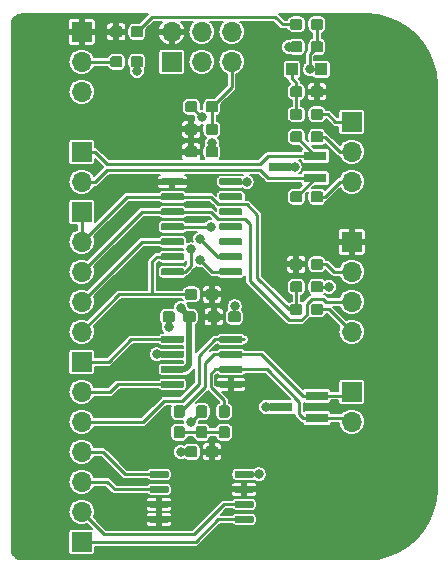
<source format=gbr>
%TF.GenerationSoftware,KiCad,Pcbnew,(5.1.2)-2*%
%TF.CreationDate,2019-08-30T16:56:42-04:00*%
%TF.ProjectId,ButtonInterfaceBoard 0-2,42757474-6f6e-4496-9e74-657266616365,rev?*%
%TF.SameCoordinates,Original*%
%TF.FileFunction,Copper,L1,Top*%
%TF.FilePolarity,Positive*%
%FSLAX46Y46*%
G04 Gerber Fmt 4.6, Leading zero omitted, Abs format (unit mm)*
G04 Created by KiCad (PCBNEW (5.1.2)-2) date 2019-08-30 16:56:42*
%MOMM*%
%LPD*%
G04 APERTURE LIST*
%ADD10C,0.100000*%
%ADD11C,0.950000*%
%ADD12C,0.600000*%
%ADD13R,1.700000X1.700000*%
%ADD14O,1.700000X1.700000*%
%ADD15R,1.900000X0.800000*%
%ADD16R,1.000000X1.000000*%
%ADD17C,0.800000*%
%ADD18C,0.254000*%
%ADD19C,0.508000*%
%ADD20C,0.250000*%
%ADD21C,0.152400*%
G04 APERTURE END LIST*
D10*
G36*
X115005779Y-54771144D02*
G01*
X115028834Y-54774563D01*
X115051443Y-54780227D01*
X115073387Y-54788079D01*
X115094457Y-54798044D01*
X115114448Y-54810026D01*
X115133168Y-54823910D01*
X115150438Y-54839562D01*
X115166090Y-54856832D01*
X115179974Y-54875552D01*
X115191956Y-54895543D01*
X115201921Y-54916613D01*
X115209773Y-54938557D01*
X115215437Y-54961166D01*
X115218856Y-54984221D01*
X115220000Y-55007500D01*
X115220000Y-55482500D01*
X115218856Y-55505779D01*
X115215437Y-55528834D01*
X115209773Y-55551443D01*
X115201921Y-55573387D01*
X115191956Y-55594457D01*
X115179974Y-55614448D01*
X115166090Y-55633168D01*
X115150438Y-55650438D01*
X115133168Y-55666090D01*
X115114448Y-55679974D01*
X115094457Y-55691956D01*
X115073387Y-55701921D01*
X115051443Y-55709773D01*
X115028834Y-55715437D01*
X115005779Y-55718856D01*
X114982500Y-55720000D01*
X114407500Y-55720000D01*
X114384221Y-55718856D01*
X114361166Y-55715437D01*
X114338557Y-55709773D01*
X114316613Y-55701921D01*
X114295543Y-55691956D01*
X114275552Y-55679974D01*
X114256832Y-55666090D01*
X114239562Y-55650438D01*
X114223910Y-55633168D01*
X114210026Y-55614448D01*
X114198044Y-55594457D01*
X114188079Y-55573387D01*
X114180227Y-55551443D01*
X114174563Y-55528834D01*
X114171144Y-55505779D01*
X114170000Y-55482500D01*
X114170000Y-55007500D01*
X114171144Y-54984221D01*
X114174563Y-54961166D01*
X114180227Y-54938557D01*
X114188079Y-54916613D01*
X114198044Y-54895543D01*
X114210026Y-54875552D01*
X114223910Y-54856832D01*
X114239562Y-54839562D01*
X114256832Y-54823910D01*
X114275552Y-54810026D01*
X114295543Y-54798044D01*
X114316613Y-54788079D01*
X114338557Y-54780227D01*
X114361166Y-54774563D01*
X114384221Y-54771144D01*
X114407500Y-54770000D01*
X114982500Y-54770000D01*
X115005779Y-54771144D01*
X115005779Y-54771144D01*
G37*
D11*
X114695000Y-55245000D03*
D10*
G36*
X116755779Y-54771144D02*
G01*
X116778834Y-54774563D01*
X116801443Y-54780227D01*
X116823387Y-54788079D01*
X116844457Y-54798044D01*
X116864448Y-54810026D01*
X116883168Y-54823910D01*
X116900438Y-54839562D01*
X116916090Y-54856832D01*
X116929974Y-54875552D01*
X116941956Y-54895543D01*
X116951921Y-54916613D01*
X116959773Y-54938557D01*
X116965437Y-54961166D01*
X116968856Y-54984221D01*
X116970000Y-55007500D01*
X116970000Y-55482500D01*
X116968856Y-55505779D01*
X116965437Y-55528834D01*
X116959773Y-55551443D01*
X116951921Y-55573387D01*
X116941956Y-55594457D01*
X116929974Y-55614448D01*
X116916090Y-55633168D01*
X116900438Y-55650438D01*
X116883168Y-55666090D01*
X116864448Y-55679974D01*
X116844457Y-55691956D01*
X116823387Y-55701921D01*
X116801443Y-55709773D01*
X116778834Y-55715437D01*
X116755779Y-55718856D01*
X116732500Y-55720000D01*
X116157500Y-55720000D01*
X116134221Y-55718856D01*
X116111166Y-55715437D01*
X116088557Y-55709773D01*
X116066613Y-55701921D01*
X116045543Y-55691956D01*
X116025552Y-55679974D01*
X116006832Y-55666090D01*
X115989562Y-55650438D01*
X115973910Y-55633168D01*
X115960026Y-55614448D01*
X115948044Y-55594457D01*
X115938079Y-55573387D01*
X115930227Y-55551443D01*
X115924563Y-55528834D01*
X115921144Y-55505779D01*
X115920000Y-55482500D01*
X115920000Y-55007500D01*
X115921144Y-54984221D01*
X115924563Y-54961166D01*
X115930227Y-54938557D01*
X115938079Y-54916613D01*
X115948044Y-54895543D01*
X115960026Y-54875552D01*
X115973910Y-54856832D01*
X115989562Y-54839562D01*
X116006832Y-54823910D01*
X116025552Y-54810026D01*
X116045543Y-54798044D01*
X116066613Y-54788079D01*
X116088557Y-54780227D01*
X116111166Y-54774563D01*
X116134221Y-54771144D01*
X116157500Y-54770000D01*
X116732500Y-54770000D01*
X116755779Y-54771144D01*
X116755779Y-54771144D01*
G37*
D11*
X116445000Y-55245000D03*
D10*
G36*
X115005779Y-56676144D02*
G01*
X115028834Y-56679563D01*
X115051443Y-56685227D01*
X115073387Y-56693079D01*
X115094457Y-56703044D01*
X115114448Y-56715026D01*
X115133168Y-56728910D01*
X115150438Y-56744562D01*
X115166090Y-56761832D01*
X115179974Y-56780552D01*
X115191956Y-56800543D01*
X115201921Y-56821613D01*
X115209773Y-56843557D01*
X115215437Y-56866166D01*
X115218856Y-56889221D01*
X115220000Y-56912500D01*
X115220000Y-57387500D01*
X115218856Y-57410779D01*
X115215437Y-57433834D01*
X115209773Y-57456443D01*
X115201921Y-57478387D01*
X115191956Y-57499457D01*
X115179974Y-57519448D01*
X115166090Y-57538168D01*
X115150438Y-57555438D01*
X115133168Y-57571090D01*
X115114448Y-57584974D01*
X115094457Y-57596956D01*
X115073387Y-57606921D01*
X115051443Y-57614773D01*
X115028834Y-57620437D01*
X115005779Y-57623856D01*
X114982500Y-57625000D01*
X114407500Y-57625000D01*
X114384221Y-57623856D01*
X114361166Y-57620437D01*
X114338557Y-57614773D01*
X114316613Y-57606921D01*
X114295543Y-57596956D01*
X114275552Y-57584974D01*
X114256832Y-57571090D01*
X114239562Y-57555438D01*
X114223910Y-57538168D01*
X114210026Y-57519448D01*
X114198044Y-57499457D01*
X114188079Y-57478387D01*
X114180227Y-57456443D01*
X114174563Y-57433834D01*
X114171144Y-57410779D01*
X114170000Y-57387500D01*
X114170000Y-56912500D01*
X114171144Y-56889221D01*
X114174563Y-56866166D01*
X114180227Y-56843557D01*
X114188079Y-56821613D01*
X114198044Y-56800543D01*
X114210026Y-56780552D01*
X114223910Y-56761832D01*
X114239562Y-56744562D01*
X114256832Y-56728910D01*
X114275552Y-56715026D01*
X114295543Y-56703044D01*
X114316613Y-56693079D01*
X114338557Y-56685227D01*
X114361166Y-56679563D01*
X114384221Y-56676144D01*
X114407500Y-56675000D01*
X114982500Y-56675000D01*
X115005779Y-56676144D01*
X115005779Y-56676144D01*
G37*
D11*
X114695000Y-57150000D03*
D10*
G36*
X116755779Y-56676144D02*
G01*
X116778834Y-56679563D01*
X116801443Y-56685227D01*
X116823387Y-56693079D01*
X116844457Y-56703044D01*
X116864448Y-56715026D01*
X116883168Y-56728910D01*
X116900438Y-56744562D01*
X116916090Y-56761832D01*
X116929974Y-56780552D01*
X116941956Y-56800543D01*
X116951921Y-56821613D01*
X116959773Y-56843557D01*
X116965437Y-56866166D01*
X116968856Y-56889221D01*
X116970000Y-56912500D01*
X116970000Y-57387500D01*
X116968856Y-57410779D01*
X116965437Y-57433834D01*
X116959773Y-57456443D01*
X116951921Y-57478387D01*
X116941956Y-57499457D01*
X116929974Y-57519448D01*
X116916090Y-57538168D01*
X116900438Y-57555438D01*
X116883168Y-57571090D01*
X116864448Y-57584974D01*
X116844457Y-57596956D01*
X116823387Y-57606921D01*
X116801443Y-57614773D01*
X116778834Y-57620437D01*
X116755779Y-57623856D01*
X116732500Y-57625000D01*
X116157500Y-57625000D01*
X116134221Y-57623856D01*
X116111166Y-57620437D01*
X116088557Y-57614773D01*
X116066613Y-57606921D01*
X116045543Y-57596956D01*
X116025552Y-57584974D01*
X116006832Y-57571090D01*
X115989562Y-57555438D01*
X115973910Y-57538168D01*
X115960026Y-57519448D01*
X115948044Y-57499457D01*
X115938079Y-57478387D01*
X115930227Y-57456443D01*
X115924563Y-57433834D01*
X115921144Y-57410779D01*
X115920000Y-57387500D01*
X115920000Y-56912500D01*
X115921144Y-56889221D01*
X115924563Y-56866166D01*
X115930227Y-56843557D01*
X115938079Y-56821613D01*
X115948044Y-56800543D01*
X115960026Y-56780552D01*
X115973910Y-56761832D01*
X115989562Y-56744562D01*
X116006832Y-56728910D01*
X116025552Y-56715026D01*
X116045543Y-56703044D01*
X116066613Y-56693079D01*
X116088557Y-56685227D01*
X116111166Y-56679563D01*
X116134221Y-56676144D01*
X116157500Y-56675000D01*
X116732500Y-56675000D01*
X116755779Y-56676144D01*
X116755779Y-56676144D01*
G37*
D11*
X116445000Y-57150000D03*
D10*
G36*
X99765779Y-55406144D02*
G01*
X99788834Y-55409563D01*
X99811443Y-55415227D01*
X99833387Y-55423079D01*
X99854457Y-55433044D01*
X99874448Y-55445026D01*
X99893168Y-55458910D01*
X99910438Y-55474562D01*
X99926090Y-55491832D01*
X99939974Y-55510552D01*
X99951956Y-55530543D01*
X99961921Y-55551613D01*
X99969773Y-55573557D01*
X99975437Y-55596166D01*
X99978856Y-55619221D01*
X99980000Y-55642500D01*
X99980000Y-56117500D01*
X99978856Y-56140779D01*
X99975437Y-56163834D01*
X99969773Y-56186443D01*
X99961921Y-56208387D01*
X99951956Y-56229457D01*
X99939974Y-56249448D01*
X99926090Y-56268168D01*
X99910438Y-56285438D01*
X99893168Y-56301090D01*
X99874448Y-56314974D01*
X99854457Y-56326956D01*
X99833387Y-56336921D01*
X99811443Y-56344773D01*
X99788834Y-56350437D01*
X99765779Y-56353856D01*
X99742500Y-56355000D01*
X99167500Y-56355000D01*
X99144221Y-56353856D01*
X99121166Y-56350437D01*
X99098557Y-56344773D01*
X99076613Y-56336921D01*
X99055543Y-56326956D01*
X99035552Y-56314974D01*
X99016832Y-56301090D01*
X98999562Y-56285438D01*
X98983910Y-56268168D01*
X98970026Y-56249448D01*
X98958044Y-56229457D01*
X98948079Y-56208387D01*
X98940227Y-56186443D01*
X98934563Y-56163834D01*
X98931144Y-56140779D01*
X98930000Y-56117500D01*
X98930000Y-55642500D01*
X98931144Y-55619221D01*
X98934563Y-55596166D01*
X98940227Y-55573557D01*
X98948079Y-55551613D01*
X98958044Y-55530543D01*
X98970026Y-55510552D01*
X98983910Y-55491832D01*
X98999562Y-55474562D01*
X99016832Y-55458910D01*
X99035552Y-55445026D01*
X99055543Y-55433044D01*
X99076613Y-55423079D01*
X99098557Y-55415227D01*
X99121166Y-55409563D01*
X99144221Y-55406144D01*
X99167500Y-55405000D01*
X99742500Y-55405000D01*
X99765779Y-55406144D01*
X99765779Y-55406144D01*
G37*
D11*
X99455000Y-55880000D03*
D10*
G36*
X101515779Y-55406144D02*
G01*
X101538834Y-55409563D01*
X101561443Y-55415227D01*
X101583387Y-55423079D01*
X101604457Y-55433044D01*
X101624448Y-55445026D01*
X101643168Y-55458910D01*
X101660438Y-55474562D01*
X101676090Y-55491832D01*
X101689974Y-55510552D01*
X101701956Y-55530543D01*
X101711921Y-55551613D01*
X101719773Y-55573557D01*
X101725437Y-55596166D01*
X101728856Y-55619221D01*
X101730000Y-55642500D01*
X101730000Y-56117500D01*
X101728856Y-56140779D01*
X101725437Y-56163834D01*
X101719773Y-56186443D01*
X101711921Y-56208387D01*
X101701956Y-56229457D01*
X101689974Y-56249448D01*
X101676090Y-56268168D01*
X101660438Y-56285438D01*
X101643168Y-56301090D01*
X101624448Y-56314974D01*
X101604457Y-56326956D01*
X101583387Y-56336921D01*
X101561443Y-56344773D01*
X101538834Y-56350437D01*
X101515779Y-56353856D01*
X101492500Y-56355000D01*
X100917500Y-56355000D01*
X100894221Y-56353856D01*
X100871166Y-56350437D01*
X100848557Y-56344773D01*
X100826613Y-56336921D01*
X100805543Y-56326956D01*
X100785552Y-56314974D01*
X100766832Y-56301090D01*
X100749562Y-56285438D01*
X100733910Y-56268168D01*
X100720026Y-56249448D01*
X100708044Y-56229457D01*
X100698079Y-56208387D01*
X100690227Y-56186443D01*
X100684563Y-56163834D01*
X100681144Y-56140779D01*
X100680000Y-56117500D01*
X100680000Y-55642500D01*
X100681144Y-55619221D01*
X100684563Y-55596166D01*
X100690227Y-55573557D01*
X100698079Y-55551613D01*
X100708044Y-55530543D01*
X100720026Y-55510552D01*
X100733910Y-55491832D01*
X100749562Y-55474562D01*
X100766832Y-55458910D01*
X100785552Y-55445026D01*
X100805543Y-55433044D01*
X100826613Y-55423079D01*
X100848557Y-55415227D01*
X100871166Y-55409563D01*
X100894221Y-55406144D01*
X100917500Y-55405000D01*
X101492500Y-55405000D01*
X101515779Y-55406144D01*
X101515779Y-55406144D01*
G37*
D11*
X101205000Y-55880000D03*
D10*
G36*
X99765779Y-57946144D02*
G01*
X99788834Y-57949563D01*
X99811443Y-57955227D01*
X99833387Y-57963079D01*
X99854457Y-57973044D01*
X99874448Y-57985026D01*
X99893168Y-57998910D01*
X99910438Y-58014562D01*
X99926090Y-58031832D01*
X99939974Y-58050552D01*
X99951956Y-58070543D01*
X99961921Y-58091613D01*
X99969773Y-58113557D01*
X99975437Y-58136166D01*
X99978856Y-58159221D01*
X99980000Y-58182500D01*
X99980000Y-58657500D01*
X99978856Y-58680779D01*
X99975437Y-58703834D01*
X99969773Y-58726443D01*
X99961921Y-58748387D01*
X99951956Y-58769457D01*
X99939974Y-58789448D01*
X99926090Y-58808168D01*
X99910438Y-58825438D01*
X99893168Y-58841090D01*
X99874448Y-58854974D01*
X99854457Y-58866956D01*
X99833387Y-58876921D01*
X99811443Y-58884773D01*
X99788834Y-58890437D01*
X99765779Y-58893856D01*
X99742500Y-58895000D01*
X99167500Y-58895000D01*
X99144221Y-58893856D01*
X99121166Y-58890437D01*
X99098557Y-58884773D01*
X99076613Y-58876921D01*
X99055543Y-58866956D01*
X99035552Y-58854974D01*
X99016832Y-58841090D01*
X98999562Y-58825438D01*
X98983910Y-58808168D01*
X98970026Y-58789448D01*
X98958044Y-58769457D01*
X98948079Y-58748387D01*
X98940227Y-58726443D01*
X98934563Y-58703834D01*
X98931144Y-58680779D01*
X98930000Y-58657500D01*
X98930000Y-58182500D01*
X98931144Y-58159221D01*
X98934563Y-58136166D01*
X98940227Y-58113557D01*
X98948079Y-58091613D01*
X98958044Y-58070543D01*
X98970026Y-58050552D01*
X98983910Y-58031832D01*
X98999562Y-58014562D01*
X99016832Y-57998910D01*
X99035552Y-57985026D01*
X99055543Y-57973044D01*
X99076613Y-57963079D01*
X99098557Y-57955227D01*
X99121166Y-57949563D01*
X99144221Y-57946144D01*
X99167500Y-57945000D01*
X99742500Y-57945000D01*
X99765779Y-57946144D01*
X99765779Y-57946144D01*
G37*
D11*
X99455000Y-58420000D03*
D10*
G36*
X101515779Y-57946144D02*
G01*
X101538834Y-57949563D01*
X101561443Y-57955227D01*
X101583387Y-57963079D01*
X101604457Y-57973044D01*
X101624448Y-57985026D01*
X101643168Y-57998910D01*
X101660438Y-58014562D01*
X101676090Y-58031832D01*
X101689974Y-58050552D01*
X101701956Y-58070543D01*
X101711921Y-58091613D01*
X101719773Y-58113557D01*
X101725437Y-58136166D01*
X101728856Y-58159221D01*
X101730000Y-58182500D01*
X101730000Y-58657500D01*
X101728856Y-58680779D01*
X101725437Y-58703834D01*
X101719773Y-58726443D01*
X101711921Y-58748387D01*
X101701956Y-58769457D01*
X101689974Y-58789448D01*
X101676090Y-58808168D01*
X101660438Y-58825438D01*
X101643168Y-58841090D01*
X101624448Y-58854974D01*
X101604457Y-58866956D01*
X101583387Y-58876921D01*
X101561443Y-58884773D01*
X101538834Y-58890437D01*
X101515779Y-58893856D01*
X101492500Y-58895000D01*
X100917500Y-58895000D01*
X100894221Y-58893856D01*
X100871166Y-58890437D01*
X100848557Y-58884773D01*
X100826613Y-58876921D01*
X100805543Y-58866956D01*
X100785552Y-58854974D01*
X100766832Y-58841090D01*
X100749562Y-58825438D01*
X100733910Y-58808168D01*
X100720026Y-58789448D01*
X100708044Y-58769457D01*
X100698079Y-58748387D01*
X100690227Y-58726443D01*
X100684563Y-58703834D01*
X100681144Y-58680779D01*
X100680000Y-58657500D01*
X100680000Y-58182500D01*
X100681144Y-58159221D01*
X100684563Y-58136166D01*
X100690227Y-58113557D01*
X100698079Y-58091613D01*
X100708044Y-58070543D01*
X100720026Y-58050552D01*
X100733910Y-58031832D01*
X100749562Y-58014562D01*
X100766832Y-57998910D01*
X100785552Y-57985026D01*
X100805543Y-57973044D01*
X100826613Y-57963079D01*
X100848557Y-57955227D01*
X100871166Y-57949563D01*
X100894221Y-57946144D01*
X100917500Y-57945000D01*
X101492500Y-57945000D01*
X101515779Y-57946144D01*
X101515779Y-57946144D01*
G37*
D11*
X101205000Y-58420000D03*
D10*
G36*
X105044703Y-81615722D02*
G01*
X105059264Y-81617882D01*
X105073543Y-81621459D01*
X105087403Y-81626418D01*
X105100710Y-81632712D01*
X105113336Y-81640280D01*
X105125159Y-81649048D01*
X105136066Y-81658934D01*
X105145952Y-81669841D01*
X105154720Y-81681664D01*
X105162288Y-81694290D01*
X105168582Y-81707597D01*
X105173541Y-81721457D01*
X105177118Y-81735736D01*
X105179278Y-81750297D01*
X105180000Y-81765000D01*
X105180000Y-82065000D01*
X105179278Y-82079703D01*
X105177118Y-82094264D01*
X105173541Y-82108543D01*
X105168582Y-82122403D01*
X105162288Y-82135710D01*
X105154720Y-82148336D01*
X105145952Y-82160159D01*
X105136066Y-82171066D01*
X105125159Y-82180952D01*
X105113336Y-82189720D01*
X105100710Y-82197288D01*
X105087403Y-82203582D01*
X105073543Y-82208541D01*
X105059264Y-82212118D01*
X105044703Y-82214278D01*
X105030000Y-82215000D01*
X103380000Y-82215000D01*
X103365297Y-82214278D01*
X103350736Y-82212118D01*
X103336457Y-82208541D01*
X103322597Y-82203582D01*
X103309290Y-82197288D01*
X103296664Y-82189720D01*
X103284841Y-82180952D01*
X103273934Y-82171066D01*
X103264048Y-82160159D01*
X103255280Y-82148336D01*
X103247712Y-82135710D01*
X103241418Y-82122403D01*
X103236459Y-82108543D01*
X103232882Y-82094264D01*
X103230722Y-82079703D01*
X103230000Y-82065000D01*
X103230000Y-81765000D01*
X103230722Y-81750297D01*
X103232882Y-81735736D01*
X103236459Y-81721457D01*
X103241418Y-81707597D01*
X103247712Y-81694290D01*
X103255280Y-81681664D01*
X103264048Y-81669841D01*
X103273934Y-81658934D01*
X103284841Y-81649048D01*
X103296664Y-81640280D01*
X103309290Y-81632712D01*
X103322597Y-81626418D01*
X103336457Y-81621459D01*
X103350736Y-81617882D01*
X103365297Y-81615722D01*
X103380000Y-81615000D01*
X105030000Y-81615000D01*
X105044703Y-81615722D01*
X105044703Y-81615722D01*
G37*
D12*
X104205000Y-81915000D03*
D10*
G36*
X105044703Y-82885722D02*
G01*
X105059264Y-82887882D01*
X105073543Y-82891459D01*
X105087403Y-82896418D01*
X105100710Y-82902712D01*
X105113336Y-82910280D01*
X105125159Y-82919048D01*
X105136066Y-82928934D01*
X105145952Y-82939841D01*
X105154720Y-82951664D01*
X105162288Y-82964290D01*
X105168582Y-82977597D01*
X105173541Y-82991457D01*
X105177118Y-83005736D01*
X105179278Y-83020297D01*
X105180000Y-83035000D01*
X105180000Y-83335000D01*
X105179278Y-83349703D01*
X105177118Y-83364264D01*
X105173541Y-83378543D01*
X105168582Y-83392403D01*
X105162288Y-83405710D01*
X105154720Y-83418336D01*
X105145952Y-83430159D01*
X105136066Y-83441066D01*
X105125159Y-83450952D01*
X105113336Y-83459720D01*
X105100710Y-83467288D01*
X105087403Y-83473582D01*
X105073543Y-83478541D01*
X105059264Y-83482118D01*
X105044703Y-83484278D01*
X105030000Y-83485000D01*
X103380000Y-83485000D01*
X103365297Y-83484278D01*
X103350736Y-83482118D01*
X103336457Y-83478541D01*
X103322597Y-83473582D01*
X103309290Y-83467288D01*
X103296664Y-83459720D01*
X103284841Y-83450952D01*
X103273934Y-83441066D01*
X103264048Y-83430159D01*
X103255280Y-83418336D01*
X103247712Y-83405710D01*
X103241418Y-83392403D01*
X103236459Y-83378543D01*
X103232882Y-83364264D01*
X103230722Y-83349703D01*
X103230000Y-83335000D01*
X103230000Y-83035000D01*
X103230722Y-83020297D01*
X103232882Y-83005736D01*
X103236459Y-82991457D01*
X103241418Y-82977597D01*
X103247712Y-82964290D01*
X103255280Y-82951664D01*
X103264048Y-82939841D01*
X103273934Y-82928934D01*
X103284841Y-82919048D01*
X103296664Y-82910280D01*
X103309290Y-82902712D01*
X103322597Y-82896418D01*
X103336457Y-82891459D01*
X103350736Y-82887882D01*
X103365297Y-82885722D01*
X103380000Y-82885000D01*
X105030000Y-82885000D01*
X105044703Y-82885722D01*
X105044703Y-82885722D01*
G37*
D12*
X104205000Y-83185000D03*
D10*
G36*
X105044703Y-84155722D02*
G01*
X105059264Y-84157882D01*
X105073543Y-84161459D01*
X105087403Y-84166418D01*
X105100710Y-84172712D01*
X105113336Y-84180280D01*
X105125159Y-84189048D01*
X105136066Y-84198934D01*
X105145952Y-84209841D01*
X105154720Y-84221664D01*
X105162288Y-84234290D01*
X105168582Y-84247597D01*
X105173541Y-84261457D01*
X105177118Y-84275736D01*
X105179278Y-84290297D01*
X105180000Y-84305000D01*
X105180000Y-84605000D01*
X105179278Y-84619703D01*
X105177118Y-84634264D01*
X105173541Y-84648543D01*
X105168582Y-84662403D01*
X105162288Y-84675710D01*
X105154720Y-84688336D01*
X105145952Y-84700159D01*
X105136066Y-84711066D01*
X105125159Y-84720952D01*
X105113336Y-84729720D01*
X105100710Y-84737288D01*
X105087403Y-84743582D01*
X105073543Y-84748541D01*
X105059264Y-84752118D01*
X105044703Y-84754278D01*
X105030000Y-84755000D01*
X103380000Y-84755000D01*
X103365297Y-84754278D01*
X103350736Y-84752118D01*
X103336457Y-84748541D01*
X103322597Y-84743582D01*
X103309290Y-84737288D01*
X103296664Y-84729720D01*
X103284841Y-84720952D01*
X103273934Y-84711066D01*
X103264048Y-84700159D01*
X103255280Y-84688336D01*
X103247712Y-84675710D01*
X103241418Y-84662403D01*
X103236459Y-84648543D01*
X103232882Y-84634264D01*
X103230722Y-84619703D01*
X103230000Y-84605000D01*
X103230000Y-84305000D01*
X103230722Y-84290297D01*
X103232882Y-84275736D01*
X103236459Y-84261457D01*
X103241418Y-84247597D01*
X103247712Y-84234290D01*
X103255280Y-84221664D01*
X103264048Y-84209841D01*
X103273934Y-84198934D01*
X103284841Y-84189048D01*
X103296664Y-84180280D01*
X103309290Y-84172712D01*
X103322597Y-84166418D01*
X103336457Y-84161459D01*
X103350736Y-84157882D01*
X103365297Y-84155722D01*
X103380000Y-84155000D01*
X105030000Y-84155000D01*
X105044703Y-84155722D01*
X105044703Y-84155722D01*
G37*
D12*
X104205000Y-84455000D03*
D10*
G36*
X105044703Y-85425722D02*
G01*
X105059264Y-85427882D01*
X105073543Y-85431459D01*
X105087403Y-85436418D01*
X105100710Y-85442712D01*
X105113336Y-85450280D01*
X105125159Y-85459048D01*
X105136066Y-85468934D01*
X105145952Y-85479841D01*
X105154720Y-85491664D01*
X105162288Y-85504290D01*
X105168582Y-85517597D01*
X105173541Y-85531457D01*
X105177118Y-85545736D01*
X105179278Y-85560297D01*
X105180000Y-85575000D01*
X105180000Y-85875000D01*
X105179278Y-85889703D01*
X105177118Y-85904264D01*
X105173541Y-85918543D01*
X105168582Y-85932403D01*
X105162288Y-85945710D01*
X105154720Y-85958336D01*
X105145952Y-85970159D01*
X105136066Y-85981066D01*
X105125159Y-85990952D01*
X105113336Y-85999720D01*
X105100710Y-86007288D01*
X105087403Y-86013582D01*
X105073543Y-86018541D01*
X105059264Y-86022118D01*
X105044703Y-86024278D01*
X105030000Y-86025000D01*
X103380000Y-86025000D01*
X103365297Y-86024278D01*
X103350736Y-86022118D01*
X103336457Y-86018541D01*
X103322597Y-86013582D01*
X103309290Y-86007288D01*
X103296664Y-85999720D01*
X103284841Y-85990952D01*
X103273934Y-85981066D01*
X103264048Y-85970159D01*
X103255280Y-85958336D01*
X103247712Y-85945710D01*
X103241418Y-85932403D01*
X103236459Y-85918543D01*
X103232882Y-85904264D01*
X103230722Y-85889703D01*
X103230000Y-85875000D01*
X103230000Y-85575000D01*
X103230722Y-85560297D01*
X103232882Y-85545736D01*
X103236459Y-85531457D01*
X103241418Y-85517597D01*
X103247712Y-85504290D01*
X103255280Y-85491664D01*
X103264048Y-85479841D01*
X103273934Y-85468934D01*
X103284841Y-85459048D01*
X103296664Y-85450280D01*
X103309290Y-85442712D01*
X103322597Y-85436418D01*
X103336457Y-85431459D01*
X103350736Y-85427882D01*
X103365297Y-85425722D01*
X103380000Y-85425000D01*
X105030000Y-85425000D01*
X105044703Y-85425722D01*
X105044703Y-85425722D01*
G37*
D12*
X104205000Y-85725000D03*
D10*
G36*
X109994703Y-85425722D02*
G01*
X110009264Y-85427882D01*
X110023543Y-85431459D01*
X110037403Y-85436418D01*
X110050710Y-85442712D01*
X110063336Y-85450280D01*
X110075159Y-85459048D01*
X110086066Y-85468934D01*
X110095952Y-85479841D01*
X110104720Y-85491664D01*
X110112288Y-85504290D01*
X110118582Y-85517597D01*
X110123541Y-85531457D01*
X110127118Y-85545736D01*
X110129278Y-85560297D01*
X110130000Y-85575000D01*
X110130000Y-85875000D01*
X110129278Y-85889703D01*
X110127118Y-85904264D01*
X110123541Y-85918543D01*
X110118582Y-85932403D01*
X110112288Y-85945710D01*
X110104720Y-85958336D01*
X110095952Y-85970159D01*
X110086066Y-85981066D01*
X110075159Y-85990952D01*
X110063336Y-85999720D01*
X110050710Y-86007288D01*
X110037403Y-86013582D01*
X110023543Y-86018541D01*
X110009264Y-86022118D01*
X109994703Y-86024278D01*
X109980000Y-86025000D01*
X108330000Y-86025000D01*
X108315297Y-86024278D01*
X108300736Y-86022118D01*
X108286457Y-86018541D01*
X108272597Y-86013582D01*
X108259290Y-86007288D01*
X108246664Y-85999720D01*
X108234841Y-85990952D01*
X108223934Y-85981066D01*
X108214048Y-85970159D01*
X108205280Y-85958336D01*
X108197712Y-85945710D01*
X108191418Y-85932403D01*
X108186459Y-85918543D01*
X108182882Y-85904264D01*
X108180722Y-85889703D01*
X108180000Y-85875000D01*
X108180000Y-85575000D01*
X108180722Y-85560297D01*
X108182882Y-85545736D01*
X108186459Y-85531457D01*
X108191418Y-85517597D01*
X108197712Y-85504290D01*
X108205280Y-85491664D01*
X108214048Y-85479841D01*
X108223934Y-85468934D01*
X108234841Y-85459048D01*
X108246664Y-85450280D01*
X108259290Y-85442712D01*
X108272597Y-85436418D01*
X108286457Y-85431459D01*
X108300736Y-85427882D01*
X108315297Y-85425722D01*
X108330000Y-85425000D01*
X109980000Y-85425000D01*
X109994703Y-85425722D01*
X109994703Y-85425722D01*
G37*
D12*
X109155000Y-85725000D03*
D10*
G36*
X109994703Y-84155722D02*
G01*
X110009264Y-84157882D01*
X110023543Y-84161459D01*
X110037403Y-84166418D01*
X110050710Y-84172712D01*
X110063336Y-84180280D01*
X110075159Y-84189048D01*
X110086066Y-84198934D01*
X110095952Y-84209841D01*
X110104720Y-84221664D01*
X110112288Y-84234290D01*
X110118582Y-84247597D01*
X110123541Y-84261457D01*
X110127118Y-84275736D01*
X110129278Y-84290297D01*
X110130000Y-84305000D01*
X110130000Y-84605000D01*
X110129278Y-84619703D01*
X110127118Y-84634264D01*
X110123541Y-84648543D01*
X110118582Y-84662403D01*
X110112288Y-84675710D01*
X110104720Y-84688336D01*
X110095952Y-84700159D01*
X110086066Y-84711066D01*
X110075159Y-84720952D01*
X110063336Y-84729720D01*
X110050710Y-84737288D01*
X110037403Y-84743582D01*
X110023543Y-84748541D01*
X110009264Y-84752118D01*
X109994703Y-84754278D01*
X109980000Y-84755000D01*
X108330000Y-84755000D01*
X108315297Y-84754278D01*
X108300736Y-84752118D01*
X108286457Y-84748541D01*
X108272597Y-84743582D01*
X108259290Y-84737288D01*
X108246664Y-84729720D01*
X108234841Y-84720952D01*
X108223934Y-84711066D01*
X108214048Y-84700159D01*
X108205280Y-84688336D01*
X108197712Y-84675710D01*
X108191418Y-84662403D01*
X108186459Y-84648543D01*
X108182882Y-84634264D01*
X108180722Y-84619703D01*
X108180000Y-84605000D01*
X108180000Y-84305000D01*
X108180722Y-84290297D01*
X108182882Y-84275736D01*
X108186459Y-84261457D01*
X108191418Y-84247597D01*
X108197712Y-84234290D01*
X108205280Y-84221664D01*
X108214048Y-84209841D01*
X108223934Y-84198934D01*
X108234841Y-84189048D01*
X108246664Y-84180280D01*
X108259290Y-84172712D01*
X108272597Y-84166418D01*
X108286457Y-84161459D01*
X108300736Y-84157882D01*
X108315297Y-84155722D01*
X108330000Y-84155000D01*
X109980000Y-84155000D01*
X109994703Y-84155722D01*
X109994703Y-84155722D01*
G37*
D12*
X109155000Y-84455000D03*
D10*
G36*
X109994703Y-82885722D02*
G01*
X110009264Y-82887882D01*
X110023543Y-82891459D01*
X110037403Y-82896418D01*
X110050710Y-82902712D01*
X110063336Y-82910280D01*
X110075159Y-82919048D01*
X110086066Y-82928934D01*
X110095952Y-82939841D01*
X110104720Y-82951664D01*
X110112288Y-82964290D01*
X110118582Y-82977597D01*
X110123541Y-82991457D01*
X110127118Y-83005736D01*
X110129278Y-83020297D01*
X110130000Y-83035000D01*
X110130000Y-83335000D01*
X110129278Y-83349703D01*
X110127118Y-83364264D01*
X110123541Y-83378543D01*
X110118582Y-83392403D01*
X110112288Y-83405710D01*
X110104720Y-83418336D01*
X110095952Y-83430159D01*
X110086066Y-83441066D01*
X110075159Y-83450952D01*
X110063336Y-83459720D01*
X110050710Y-83467288D01*
X110037403Y-83473582D01*
X110023543Y-83478541D01*
X110009264Y-83482118D01*
X109994703Y-83484278D01*
X109980000Y-83485000D01*
X108330000Y-83485000D01*
X108315297Y-83484278D01*
X108300736Y-83482118D01*
X108286457Y-83478541D01*
X108272597Y-83473582D01*
X108259290Y-83467288D01*
X108246664Y-83459720D01*
X108234841Y-83450952D01*
X108223934Y-83441066D01*
X108214048Y-83430159D01*
X108205280Y-83418336D01*
X108197712Y-83405710D01*
X108191418Y-83392403D01*
X108186459Y-83378543D01*
X108182882Y-83364264D01*
X108180722Y-83349703D01*
X108180000Y-83335000D01*
X108180000Y-83035000D01*
X108180722Y-83020297D01*
X108182882Y-83005736D01*
X108186459Y-82991457D01*
X108191418Y-82977597D01*
X108197712Y-82964290D01*
X108205280Y-82951664D01*
X108214048Y-82939841D01*
X108223934Y-82928934D01*
X108234841Y-82919048D01*
X108246664Y-82910280D01*
X108259290Y-82902712D01*
X108272597Y-82896418D01*
X108286457Y-82891459D01*
X108300736Y-82887882D01*
X108315297Y-82885722D01*
X108330000Y-82885000D01*
X109980000Y-82885000D01*
X109994703Y-82885722D01*
X109994703Y-82885722D01*
G37*
D12*
X109155000Y-83185000D03*
D10*
G36*
X109994703Y-81615722D02*
G01*
X110009264Y-81617882D01*
X110023543Y-81621459D01*
X110037403Y-81626418D01*
X110050710Y-81632712D01*
X110063336Y-81640280D01*
X110075159Y-81649048D01*
X110086066Y-81658934D01*
X110095952Y-81669841D01*
X110104720Y-81681664D01*
X110112288Y-81694290D01*
X110118582Y-81707597D01*
X110123541Y-81721457D01*
X110127118Y-81735736D01*
X110129278Y-81750297D01*
X110130000Y-81765000D01*
X110130000Y-82065000D01*
X110129278Y-82079703D01*
X110127118Y-82094264D01*
X110123541Y-82108543D01*
X110118582Y-82122403D01*
X110112288Y-82135710D01*
X110104720Y-82148336D01*
X110095952Y-82160159D01*
X110086066Y-82171066D01*
X110075159Y-82180952D01*
X110063336Y-82189720D01*
X110050710Y-82197288D01*
X110037403Y-82203582D01*
X110023543Y-82208541D01*
X110009264Y-82212118D01*
X109994703Y-82214278D01*
X109980000Y-82215000D01*
X108330000Y-82215000D01*
X108315297Y-82214278D01*
X108300736Y-82212118D01*
X108286457Y-82208541D01*
X108272597Y-82203582D01*
X108259290Y-82197288D01*
X108246664Y-82189720D01*
X108234841Y-82180952D01*
X108223934Y-82171066D01*
X108214048Y-82160159D01*
X108205280Y-82148336D01*
X108197712Y-82135710D01*
X108191418Y-82122403D01*
X108186459Y-82108543D01*
X108182882Y-82094264D01*
X108180722Y-82079703D01*
X108180000Y-82065000D01*
X108180000Y-81765000D01*
X108180722Y-81750297D01*
X108182882Y-81735736D01*
X108186459Y-81721457D01*
X108191418Y-81707597D01*
X108197712Y-81694290D01*
X108205280Y-81681664D01*
X108214048Y-81669841D01*
X108223934Y-81658934D01*
X108234841Y-81649048D01*
X108246664Y-81640280D01*
X108259290Y-81632712D01*
X108272597Y-81626418D01*
X108286457Y-81621459D01*
X108300736Y-81617882D01*
X108315297Y-81615722D01*
X108330000Y-81615000D01*
X109980000Y-81615000D01*
X109994703Y-81615722D01*
X109994703Y-81615722D01*
G37*
D12*
X109155000Y-81915000D03*
D10*
G36*
X105044703Y-68280722D02*
G01*
X105059264Y-68282882D01*
X105073543Y-68286459D01*
X105087403Y-68291418D01*
X105100710Y-68297712D01*
X105113336Y-68305280D01*
X105125159Y-68314048D01*
X105136066Y-68323934D01*
X105145952Y-68334841D01*
X105154720Y-68346664D01*
X105162288Y-68359290D01*
X105168582Y-68372597D01*
X105173541Y-68386457D01*
X105177118Y-68400736D01*
X105179278Y-68415297D01*
X105180000Y-68430000D01*
X105180000Y-68730000D01*
X105179278Y-68744703D01*
X105177118Y-68759264D01*
X105173541Y-68773543D01*
X105168582Y-68787403D01*
X105162288Y-68800710D01*
X105154720Y-68813336D01*
X105145952Y-68825159D01*
X105136066Y-68836066D01*
X105125159Y-68845952D01*
X105113336Y-68854720D01*
X105100710Y-68862288D01*
X105087403Y-68868582D01*
X105073543Y-68873541D01*
X105059264Y-68877118D01*
X105044703Y-68879278D01*
X105030000Y-68880000D01*
X103380000Y-68880000D01*
X103365297Y-68879278D01*
X103350736Y-68877118D01*
X103336457Y-68873541D01*
X103322597Y-68868582D01*
X103309290Y-68862288D01*
X103296664Y-68854720D01*
X103284841Y-68845952D01*
X103273934Y-68836066D01*
X103264048Y-68825159D01*
X103255280Y-68813336D01*
X103247712Y-68800710D01*
X103241418Y-68787403D01*
X103236459Y-68773543D01*
X103232882Y-68759264D01*
X103230722Y-68744703D01*
X103230000Y-68730000D01*
X103230000Y-68430000D01*
X103230722Y-68415297D01*
X103232882Y-68400736D01*
X103236459Y-68386457D01*
X103241418Y-68372597D01*
X103247712Y-68359290D01*
X103255280Y-68346664D01*
X103264048Y-68334841D01*
X103273934Y-68323934D01*
X103284841Y-68314048D01*
X103296664Y-68305280D01*
X103309290Y-68297712D01*
X103322597Y-68291418D01*
X103336457Y-68286459D01*
X103350736Y-68282882D01*
X103365297Y-68280722D01*
X103380000Y-68280000D01*
X105030000Y-68280000D01*
X105044703Y-68280722D01*
X105044703Y-68280722D01*
G37*
D12*
X104205000Y-68580000D03*
D10*
G36*
X105044703Y-69550722D02*
G01*
X105059264Y-69552882D01*
X105073543Y-69556459D01*
X105087403Y-69561418D01*
X105100710Y-69567712D01*
X105113336Y-69575280D01*
X105125159Y-69584048D01*
X105136066Y-69593934D01*
X105145952Y-69604841D01*
X105154720Y-69616664D01*
X105162288Y-69629290D01*
X105168582Y-69642597D01*
X105173541Y-69656457D01*
X105177118Y-69670736D01*
X105179278Y-69685297D01*
X105180000Y-69700000D01*
X105180000Y-70000000D01*
X105179278Y-70014703D01*
X105177118Y-70029264D01*
X105173541Y-70043543D01*
X105168582Y-70057403D01*
X105162288Y-70070710D01*
X105154720Y-70083336D01*
X105145952Y-70095159D01*
X105136066Y-70106066D01*
X105125159Y-70115952D01*
X105113336Y-70124720D01*
X105100710Y-70132288D01*
X105087403Y-70138582D01*
X105073543Y-70143541D01*
X105059264Y-70147118D01*
X105044703Y-70149278D01*
X105030000Y-70150000D01*
X103380000Y-70150000D01*
X103365297Y-70149278D01*
X103350736Y-70147118D01*
X103336457Y-70143541D01*
X103322597Y-70138582D01*
X103309290Y-70132288D01*
X103296664Y-70124720D01*
X103284841Y-70115952D01*
X103273934Y-70106066D01*
X103264048Y-70095159D01*
X103255280Y-70083336D01*
X103247712Y-70070710D01*
X103241418Y-70057403D01*
X103236459Y-70043543D01*
X103232882Y-70029264D01*
X103230722Y-70014703D01*
X103230000Y-70000000D01*
X103230000Y-69700000D01*
X103230722Y-69685297D01*
X103232882Y-69670736D01*
X103236459Y-69656457D01*
X103241418Y-69642597D01*
X103247712Y-69629290D01*
X103255280Y-69616664D01*
X103264048Y-69604841D01*
X103273934Y-69593934D01*
X103284841Y-69584048D01*
X103296664Y-69575280D01*
X103309290Y-69567712D01*
X103322597Y-69561418D01*
X103336457Y-69556459D01*
X103350736Y-69552882D01*
X103365297Y-69550722D01*
X103380000Y-69550000D01*
X105030000Y-69550000D01*
X105044703Y-69550722D01*
X105044703Y-69550722D01*
G37*
D12*
X104205000Y-69850000D03*
D10*
G36*
X105044703Y-70820722D02*
G01*
X105059264Y-70822882D01*
X105073543Y-70826459D01*
X105087403Y-70831418D01*
X105100710Y-70837712D01*
X105113336Y-70845280D01*
X105125159Y-70854048D01*
X105136066Y-70863934D01*
X105145952Y-70874841D01*
X105154720Y-70886664D01*
X105162288Y-70899290D01*
X105168582Y-70912597D01*
X105173541Y-70926457D01*
X105177118Y-70940736D01*
X105179278Y-70955297D01*
X105180000Y-70970000D01*
X105180000Y-71270000D01*
X105179278Y-71284703D01*
X105177118Y-71299264D01*
X105173541Y-71313543D01*
X105168582Y-71327403D01*
X105162288Y-71340710D01*
X105154720Y-71353336D01*
X105145952Y-71365159D01*
X105136066Y-71376066D01*
X105125159Y-71385952D01*
X105113336Y-71394720D01*
X105100710Y-71402288D01*
X105087403Y-71408582D01*
X105073543Y-71413541D01*
X105059264Y-71417118D01*
X105044703Y-71419278D01*
X105030000Y-71420000D01*
X103380000Y-71420000D01*
X103365297Y-71419278D01*
X103350736Y-71417118D01*
X103336457Y-71413541D01*
X103322597Y-71408582D01*
X103309290Y-71402288D01*
X103296664Y-71394720D01*
X103284841Y-71385952D01*
X103273934Y-71376066D01*
X103264048Y-71365159D01*
X103255280Y-71353336D01*
X103247712Y-71340710D01*
X103241418Y-71327403D01*
X103236459Y-71313543D01*
X103232882Y-71299264D01*
X103230722Y-71284703D01*
X103230000Y-71270000D01*
X103230000Y-70970000D01*
X103230722Y-70955297D01*
X103232882Y-70940736D01*
X103236459Y-70926457D01*
X103241418Y-70912597D01*
X103247712Y-70899290D01*
X103255280Y-70886664D01*
X103264048Y-70874841D01*
X103273934Y-70863934D01*
X103284841Y-70854048D01*
X103296664Y-70845280D01*
X103309290Y-70837712D01*
X103322597Y-70831418D01*
X103336457Y-70826459D01*
X103350736Y-70822882D01*
X103365297Y-70820722D01*
X103380000Y-70820000D01*
X105030000Y-70820000D01*
X105044703Y-70820722D01*
X105044703Y-70820722D01*
G37*
D12*
X104205000Y-71120000D03*
D10*
G36*
X105044703Y-72090722D02*
G01*
X105059264Y-72092882D01*
X105073543Y-72096459D01*
X105087403Y-72101418D01*
X105100710Y-72107712D01*
X105113336Y-72115280D01*
X105125159Y-72124048D01*
X105136066Y-72133934D01*
X105145952Y-72144841D01*
X105154720Y-72156664D01*
X105162288Y-72169290D01*
X105168582Y-72182597D01*
X105173541Y-72196457D01*
X105177118Y-72210736D01*
X105179278Y-72225297D01*
X105180000Y-72240000D01*
X105180000Y-72540000D01*
X105179278Y-72554703D01*
X105177118Y-72569264D01*
X105173541Y-72583543D01*
X105168582Y-72597403D01*
X105162288Y-72610710D01*
X105154720Y-72623336D01*
X105145952Y-72635159D01*
X105136066Y-72646066D01*
X105125159Y-72655952D01*
X105113336Y-72664720D01*
X105100710Y-72672288D01*
X105087403Y-72678582D01*
X105073543Y-72683541D01*
X105059264Y-72687118D01*
X105044703Y-72689278D01*
X105030000Y-72690000D01*
X103380000Y-72690000D01*
X103365297Y-72689278D01*
X103350736Y-72687118D01*
X103336457Y-72683541D01*
X103322597Y-72678582D01*
X103309290Y-72672288D01*
X103296664Y-72664720D01*
X103284841Y-72655952D01*
X103273934Y-72646066D01*
X103264048Y-72635159D01*
X103255280Y-72623336D01*
X103247712Y-72610710D01*
X103241418Y-72597403D01*
X103236459Y-72583543D01*
X103232882Y-72569264D01*
X103230722Y-72554703D01*
X103230000Y-72540000D01*
X103230000Y-72240000D01*
X103230722Y-72225297D01*
X103232882Y-72210736D01*
X103236459Y-72196457D01*
X103241418Y-72182597D01*
X103247712Y-72169290D01*
X103255280Y-72156664D01*
X103264048Y-72144841D01*
X103273934Y-72133934D01*
X103284841Y-72124048D01*
X103296664Y-72115280D01*
X103309290Y-72107712D01*
X103322597Y-72101418D01*
X103336457Y-72096459D01*
X103350736Y-72092882D01*
X103365297Y-72090722D01*
X103380000Y-72090000D01*
X105030000Y-72090000D01*
X105044703Y-72090722D01*
X105044703Y-72090722D01*
G37*
D12*
X104205000Y-72390000D03*
D10*
G36*
X105044703Y-73360722D02*
G01*
X105059264Y-73362882D01*
X105073543Y-73366459D01*
X105087403Y-73371418D01*
X105100710Y-73377712D01*
X105113336Y-73385280D01*
X105125159Y-73394048D01*
X105136066Y-73403934D01*
X105145952Y-73414841D01*
X105154720Y-73426664D01*
X105162288Y-73439290D01*
X105168582Y-73452597D01*
X105173541Y-73466457D01*
X105177118Y-73480736D01*
X105179278Y-73495297D01*
X105180000Y-73510000D01*
X105180000Y-73810000D01*
X105179278Y-73824703D01*
X105177118Y-73839264D01*
X105173541Y-73853543D01*
X105168582Y-73867403D01*
X105162288Y-73880710D01*
X105154720Y-73893336D01*
X105145952Y-73905159D01*
X105136066Y-73916066D01*
X105125159Y-73925952D01*
X105113336Y-73934720D01*
X105100710Y-73942288D01*
X105087403Y-73948582D01*
X105073543Y-73953541D01*
X105059264Y-73957118D01*
X105044703Y-73959278D01*
X105030000Y-73960000D01*
X103380000Y-73960000D01*
X103365297Y-73959278D01*
X103350736Y-73957118D01*
X103336457Y-73953541D01*
X103322597Y-73948582D01*
X103309290Y-73942288D01*
X103296664Y-73934720D01*
X103284841Y-73925952D01*
X103273934Y-73916066D01*
X103264048Y-73905159D01*
X103255280Y-73893336D01*
X103247712Y-73880710D01*
X103241418Y-73867403D01*
X103236459Y-73853543D01*
X103232882Y-73839264D01*
X103230722Y-73824703D01*
X103230000Y-73810000D01*
X103230000Y-73510000D01*
X103230722Y-73495297D01*
X103232882Y-73480736D01*
X103236459Y-73466457D01*
X103241418Y-73452597D01*
X103247712Y-73439290D01*
X103255280Y-73426664D01*
X103264048Y-73414841D01*
X103273934Y-73403934D01*
X103284841Y-73394048D01*
X103296664Y-73385280D01*
X103309290Y-73377712D01*
X103322597Y-73371418D01*
X103336457Y-73366459D01*
X103350736Y-73362882D01*
X103365297Y-73360722D01*
X103380000Y-73360000D01*
X105030000Y-73360000D01*
X105044703Y-73360722D01*
X105044703Y-73360722D01*
G37*
D12*
X104205000Y-73660000D03*
D10*
G36*
X105044703Y-74630722D02*
G01*
X105059264Y-74632882D01*
X105073543Y-74636459D01*
X105087403Y-74641418D01*
X105100710Y-74647712D01*
X105113336Y-74655280D01*
X105125159Y-74664048D01*
X105136066Y-74673934D01*
X105145952Y-74684841D01*
X105154720Y-74696664D01*
X105162288Y-74709290D01*
X105168582Y-74722597D01*
X105173541Y-74736457D01*
X105177118Y-74750736D01*
X105179278Y-74765297D01*
X105180000Y-74780000D01*
X105180000Y-75080000D01*
X105179278Y-75094703D01*
X105177118Y-75109264D01*
X105173541Y-75123543D01*
X105168582Y-75137403D01*
X105162288Y-75150710D01*
X105154720Y-75163336D01*
X105145952Y-75175159D01*
X105136066Y-75186066D01*
X105125159Y-75195952D01*
X105113336Y-75204720D01*
X105100710Y-75212288D01*
X105087403Y-75218582D01*
X105073543Y-75223541D01*
X105059264Y-75227118D01*
X105044703Y-75229278D01*
X105030000Y-75230000D01*
X103380000Y-75230000D01*
X103365297Y-75229278D01*
X103350736Y-75227118D01*
X103336457Y-75223541D01*
X103322597Y-75218582D01*
X103309290Y-75212288D01*
X103296664Y-75204720D01*
X103284841Y-75195952D01*
X103273934Y-75186066D01*
X103264048Y-75175159D01*
X103255280Y-75163336D01*
X103247712Y-75150710D01*
X103241418Y-75137403D01*
X103236459Y-75123543D01*
X103232882Y-75109264D01*
X103230722Y-75094703D01*
X103230000Y-75080000D01*
X103230000Y-74780000D01*
X103230722Y-74765297D01*
X103232882Y-74750736D01*
X103236459Y-74736457D01*
X103241418Y-74722597D01*
X103247712Y-74709290D01*
X103255280Y-74696664D01*
X103264048Y-74684841D01*
X103273934Y-74673934D01*
X103284841Y-74664048D01*
X103296664Y-74655280D01*
X103309290Y-74647712D01*
X103322597Y-74641418D01*
X103336457Y-74636459D01*
X103350736Y-74632882D01*
X103365297Y-74630722D01*
X103380000Y-74630000D01*
X105030000Y-74630000D01*
X105044703Y-74630722D01*
X105044703Y-74630722D01*
G37*
D12*
X104205000Y-74930000D03*
D10*
G36*
X105044703Y-75900722D02*
G01*
X105059264Y-75902882D01*
X105073543Y-75906459D01*
X105087403Y-75911418D01*
X105100710Y-75917712D01*
X105113336Y-75925280D01*
X105125159Y-75934048D01*
X105136066Y-75943934D01*
X105145952Y-75954841D01*
X105154720Y-75966664D01*
X105162288Y-75979290D01*
X105168582Y-75992597D01*
X105173541Y-76006457D01*
X105177118Y-76020736D01*
X105179278Y-76035297D01*
X105180000Y-76050000D01*
X105180000Y-76350000D01*
X105179278Y-76364703D01*
X105177118Y-76379264D01*
X105173541Y-76393543D01*
X105168582Y-76407403D01*
X105162288Y-76420710D01*
X105154720Y-76433336D01*
X105145952Y-76445159D01*
X105136066Y-76456066D01*
X105125159Y-76465952D01*
X105113336Y-76474720D01*
X105100710Y-76482288D01*
X105087403Y-76488582D01*
X105073543Y-76493541D01*
X105059264Y-76497118D01*
X105044703Y-76499278D01*
X105030000Y-76500000D01*
X103380000Y-76500000D01*
X103365297Y-76499278D01*
X103350736Y-76497118D01*
X103336457Y-76493541D01*
X103322597Y-76488582D01*
X103309290Y-76482288D01*
X103296664Y-76474720D01*
X103284841Y-76465952D01*
X103273934Y-76456066D01*
X103264048Y-76445159D01*
X103255280Y-76433336D01*
X103247712Y-76420710D01*
X103241418Y-76407403D01*
X103236459Y-76393543D01*
X103232882Y-76379264D01*
X103230722Y-76364703D01*
X103230000Y-76350000D01*
X103230000Y-76050000D01*
X103230722Y-76035297D01*
X103232882Y-76020736D01*
X103236459Y-76006457D01*
X103241418Y-75992597D01*
X103247712Y-75979290D01*
X103255280Y-75966664D01*
X103264048Y-75954841D01*
X103273934Y-75943934D01*
X103284841Y-75934048D01*
X103296664Y-75925280D01*
X103309290Y-75917712D01*
X103322597Y-75911418D01*
X103336457Y-75906459D01*
X103350736Y-75902882D01*
X103365297Y-75900722D01*
X103380000Y-75900000D01*
X105030000Y-75900000D01*
X105044703Y-75900722D01*
X105044703Y-75900722D01*
G37*
D12*
X104205000Y-76200000D03*
D10*
G36*
X109994703Y-75900722D02*
G01*
X110009264Y-75902882D01*
X110023543Y-75906459D01*
X110037403Y-75911418D01*
X110050710Y-75917712D01*
X110063336Y-75925280D01*
X110075159Y-75934048D01*
X110086066Y-75943934D01*
X110095952Y-75954841D01*
X110104720Y-75966664D01*
X110112288Y-75979290D01*
X110118582Y-75992597D01*
X110123541Y-76006457D01*
X110127118Y-76020736D01*
X110129278Y-76035297D01*
X110130000Y-76050000D01*
X110130000Y-76350000D01*
X110129278Y-76364703D01*
X110127118Y-76379264D01*
X110123541Y-76393543D01*
X110118582Y-76407403D01*
X110112288Y-76420710D01*
X110104720Y-76433336D01*
X110095952Y-76445159D01*
X110086066Y-76456066D01*
X110075159Y-76465952D01*
X110063336Y-76474720D01*
X110050710Y-76482288D01*
X110037403Y-76488582D01*
X110023543Y-76493541D01*
X110009264Y-76497118D01*
X109994703Y-76499278D01*
X109980000Y-76500000D01*
X108330000Y-76500000D01*
X108315297Y-76499278D01*
X108300736Y-76497118D01*
X108286457Y-76493541D01*
X108272597Y-76488582D01*
X108259290Y-76482288D01*
X108246664Y-76474720D01*
X108234841Y-76465952D01*
X108223934Y-76456066D01*
X108214048Y-76445159D01*
X108205280Y-76433336D01*
X108197712Y-76420710D01*
X108191418Y-76407403D01*
X108186459Y-76393543D01*
X108182882Y-76379264D01*
X108180722Y-76364703D01*
X108180000Y-76350000D01*
X108180000Y-76050000D01*
X108180722Y-76035297D01*
X108182882Y-76020736D01*
X108186459Y-76006457D01*
X108191418Y-75992597D01*
X108197712Y-75979290D01*
X108205280Y-75966664D01*
X108214048Y-75954841D01*
X108223934Y-75943934D01*
X108234841Y-75934048D01*
X108246664Y-75925280D01*
X108259290Y-75917712D01*
X108272597Y-75911418D01*
X108286457Y-75906459D01*
X108300736Y-75902882D01*
X108315297Y-75900722D01*
X108330000Y-75900000D01*
X109980000Y-75900000D01*
X109994703Y-75900722D01*
X109994703Y-75900722D01*
G37*
D12*
X109155000Y-76200000D03*
D10*
G36*
X109994703Y-74630722D02*
G01*
X110009264Y-74632882D01*
X110023543Y-74636459D01*
X110037403Y-74641418D01*
X110050710Y-74647712D01*
X110063336Y-74655280D01*
X110075159Y-74664048D01*
X110086066Y-74673934D01*
X110095952Y-74684841D01*
X110104720Y-74696664D01*
X110112288Y-74709290D01*
X110118582Y-74722597D01*
X110123541Y-74736457D01*
X110127118Y-74750736D01*
X110129278Y-74765297D01*
X110130000Y-74780000D01*
X110130000Y-75080000D01*
X110129278Y-75094703D01*
X110127118Y-75109264D01*
X110123541Y-75123543D01*
X110118582Y-75137403D01*
X110112288Y-75150710D01*
X110104720Y-75163336D01*
X110095952Y-75175159D01*
X110086066Y-75186066D01*
X110075159Y-75195952D01*
X110063336Y-75204720D01*
X110050710Y-75212288D01*
X110037403Y-75218582D01*
X110023543Y-75223541D01*
X110009264Y-75227118D01*
X109994703Y-75229278D01*
X109980000Y-75230000D01*
X108330000Y-75230000D01*
X108315297Y-75229278D01*
X108300736Y-75227118D01*
X108286457Y-75223541D01*
X108272597Y-75218582D01*
X108259290Y-75212288D01*
X108246664Y-75204720D01*
X108234841Y-75195952D01*
X108223934Y-75186066D01*
X108214048Y-75175159D01*
X108205280Y-75163336D01*
X108197712Y-75150710D01*
X108191418Y-75137403D01*
X108186459Y-75123543D01*
X108182882Y-75109264D01*
X108180722Y-75094703D01*
X108180000Y-75080000D01*
X108180000Y-74780000D01*
X108180722Y-74765297D01*
X108182882Y-74750736D01*
X108186459Y-74736457D01*
X108191418Y-74722597D01*
X108197712Y-74709290D01*
X108205280Y-74696664D01*
X108214048Y-74684841D01*
X108223934Y-74673934D01*
X108234841Y-74664048D01*
X108246664Y-74655280D01*
X108259290Y-74647712D01*
X108272597Y-74641418D01*
X108286457Y-74636459D01*
X108300736Y-74632882D01*
X108315297Y-74630722D01*
X108330000Y-74630000D01*
X109980000Y-74630000D01*
X109994703Y-74630722D01*
X109994703Y-74630722D01*
G37*
D12*
X109155000Y-74930000D03*
D10*
G36*
X109994703Y-73360722D02*
G01*
X110009264Y-73362882D01*
X110023543Y-73366459D01*
X110037403Y-73371418D01*
X110050710Y-73377712D01*
X110063336Y-73385280D01*
X110075159Y-73394048D01*
X110086066Y-73403934D01*
X110095952Y-73414841D01*
X110104720Y-73426664D01*
X110112288Y-73439290D01*
X110118582Y-73452597D01*
X110123541Y-73466457D01*
X110127118Y-73480736D01*
X110129278Y-73495297D01*
X110130000Y-73510000D01*
X110130000Y-73810000D01*
X110129278Y-73824703D01*
X110127118Y-73839264D01*
X110123541Y-73853543D01*
X110118582Y-73867403D01*
X110112288Y-73880710D01*
X110104720Y-73893336D01*
X110095952Y-73905159D01*
X110086066Y-73916066D01*
X110075159Y-73925952D01*
X110063336Y-73934720D01*
X110050710Y-73942288D01*
X110037403Y-73948582D01*
X110023543Y-73953541D01*
X110009264Y-73957118D01*
X109994703Y-73959278D01*
X109980000Y-73960000D01*
X108330000Y-73960000D01*
X108315297Y-73959278D01*
X108300736Y-73957118D01*
X108286457Y-73953541D01*
X108272597Y-73948582D01*
X108259290Y-73942288D01*
X108246664Y-73934720D01*
X108234841Y-73925952D01*
X108223934Y-73916066D01*
X108214048Y-73905159D01*
X108205280Y-73893336D01*
X108197712Y-73880710D01*
X108191418Y-73867403D01*
X108186459Y-73853543D01*
X108182882Y-73839264D01*
X108180722Y-73824703D01*
X108180000Y-73810000D01*
X108180000Y-73510000D01*
X108180722Y-73495297D01*
X108182882Y-73480736D01*
X108186459Y-73466457D01*
X108191418Y-73452597D01*
X108197712Y-73439290D01*
X108205280Y-73426664D01*
X108214048Y-73414841D01*
X108223934Y-73403934D01*
X108234841Y-73394048D01*
X108246664Y-73385280D01*
X108259290Y-73377712D01*
X108272597Y-73371418D01*
X108286457Y-73366459D01*
X108300736Y-73362882D01*
X108315297Y-73360722D01*
X108330000Y-73360000D01*
X109980000Y-73360000D01*
X109994703Y-73360722D01*
X109994703Y-73360722D01*
G37*
D12*
X109155000Y-73660000D03*
D10*
G36*
X109994703Y-72090722D02*
G01*
X110009264Y-72092882D01*
X110023543Y-72096459D01*
X110037403Y-72101418D01*
X110050710Y-72107712D01*
X110063336Y-72115280D01*
X110075159Y-72124048D01*
X110086066Y-72133934D01*
X110095952Y-72144841D01*
X110104720Y-72156664D01*
X110112288Y-72169290D01*
X110118582Y-72182597D01*
X110123541Y-72196457D01*
X110127118Y-72210736D01*
X110129278Y-72225297D01*
X110130000Y-72240000D01*
X110130000Y-72540000D01*
X110129278Y-72554703D01*
X110127118Y-72569264D01*
X110123541Y-72583543D01*
X110118582Y-72597403D01*
X110112288Y-72610710D01*
X110104720Y-72623336D01*
X110095952Y-72635159D01*
X110086066Y-72646066D01*
X110075159Y-72655952D01*
X110063336Y-72664720D01*
X110050710Y-72672288D01*
X110037403Y-72678582D01*
X110023543Y-72683541D01*
X110009264Y-72687118D01*
X109994703Y-72689278D01*
X109980000Y-72690000D01*
X108330000Y-72690000D01*
X108315297Y-72689278D01*
X108300736Y-72687118D01*
X108286457Y-72683541D01*
X108272597Y-72678582D01*
X108259290Y-72672288D01*
X108246664Y-72664720D01*
X108234841Y-72655952D01*
X108223934Y-72646066D01*
X108214048Y-72635159D01*
X108205280Y-72623336D01*
X108197712Y-72610710D01*
X108191418Y-72597403D01*
X108186459Y-72583543D01*
X108182882Y-72569264D01*
X108180722Y-72554703D01*
X108180000Y-72540000D01*
X108180000Y-72240000D01*
X108180722Y-72225297D01*
X108182882Y-72210736D01*
X108186459Y-72196457D01*
X108191418Y-72182597D01*
X108197712Y-72169290D01*
X108205280Y-72156664D01*
X108214048Y-72144841D01*
X108223934Y-72133934D01*
X108234841Y-72124048D01*
X108246664Y-72115280D01*
X108259290Y-72107712D01*
X108272597Y-72101418D01*
X108286457Y-72096459D01*
X108300736Y-72092882D01*
X108315297Y-72090722D01*
X108330000Y-72090000D01*
X109980000Y-72090000D01*
X109994703Y-72090722D01*
X109994703Y-72090722D01*
G37*
D12*
X109155000Y-72390000D03*
D10*
G36*
X109994703Y-70820722D02*
G01*
X110009264Y-70822882D01*
X110023543Y-70826459D01*
X110037403Y-70831418D01*
X110050710Y-70837712D01*
X110063336Y-70845280D01*
X110075159Y-70854048D01*
X110086066Y-70863934D01*
X110095952Y-70874841D01*
X110104720Y-70886664D01*
X110112288Y-70899290D01*
X110118582Y-70912597D01*
X110123541Y-70926457D01*
X110127118Y-70940736D01*
X110129278Y-70955297D01*
X110130000Y-70970000D01*
X110130000Y-71270000D01*
X110129278Y-71284703D01*
X110127118Y-71299264D01*
X110123541Y-71313543D01*
X110118582Y-71327403D01*
X110112288Y-71340710D01*
X110104720Y-71353336D01*
X110095952Y-71365159D01*
X110086066Y-71376066D01*
X110075159Y-71385952D01*
X110063336Y-71394720D01*
X110050710Y-71402288D01*
X110037403Y-71408582D01*
X110023543Y-71413541D01*
X110009264Y-71417118D01*
X109994703Y-71419278D01*
X109980000Y-71420000D01*
X108330000Y-71420000D01*
X108315297Y-71419278D01*
X108300736Y-71417118D01*
X108286457Y-71413541D01*
X108272597Y-71408582D01*
X108259290Y-71402288D01*
X108246664Y-71394720D01*
X108234841Y-71385952D01*
X108223934Y-71376066D01*
X108214048Y-71365159D01*
X108205280Y-71353336D01*
X108197712Y-71340710D01*
X108191418Y-71327403D01*
X108186459Y-71313543D01*
X108182882Y-71299264D01*
X108180722Y-71284703D01*
X108180000Y-71270000D01*
X108180000Y-70970000D01*
X108180722Y-70955297D01*
X108182882Y-70940736D01*
X108186459Y-70926457D01*
X108191418Y-70912597D01*
X108197712Y-70899290D01*
X108205280Y-70886664D01*
X108214048Y-70874841D01*
X108223934Y-70863934D01*
X108234841Y-70854048D01*
X108246664Y-70845280D01*
X108259290Y-70837712D01*
X108272597Y-70831418D01*
X108286457Y-70826459D01*
X108300736Y-70822882D01*
X108315297Y-70820722D01*
X108330000Y-70820000D01*
X109980000Y-70820000D01*
X109994703Y-70820722D01*
X109994703Y-70820722D01*
G37*
D12*
X109155000Y-71120000D03*
D10*
G36*
X109994703Y-69550722D02*
G01*
X110009264Y-69552882D01*
X110023543Y-69556459D01*
X110037403Y-69561418D01*
X110050710Y-69567712D01*
X110063336Y-69575280D01*
X110075159Y-69584048D01*
X110086066Y-69593934D01*
X110095952Y-69604841D01*
X110104720Y-69616664D01*
X110112288Y-69629290D01*
X110118582Y-69642597D01*
X110123541Y-69656457D01*
X110127118Y-69670736D01*
X110129278Y-69685297D01*
X110130000Y-69700000D01*
X110130000Y-70000000D01*
X110129278Y-70014703D01*
X110127118Y-70029264D01*
X110123541Y-70043543D01*
X110118582Y-70057403D01*
X110112288Y-70070710D01*
X110104720Y-70083336D01*
X110095952Y-70095159D01*
X110086066Y-70106066D01*
X110075159Y-70115952D01*
X110063336Y-70124720D01*
X110050710Y-70132288D01*
X110037403Y-70138582D01*
X110023543Y-70143541D01*
X110009264Y-70147118D01*
X109994703Y-70149278D01*
X109980000Y-70150000D01*
X108330000Y-70150000D01*
X108315297Y-70149278D01*
X108300736Y-70147118D01*
X108286457Y-70143541D01*
X108272597Y-70138582D01*
X108259290Y-70132288D01*
X108246664Y-70124720D01*
X108234841Y-70115952D01*
X108223934Y-70106066D01*
X108214048Y-70095159D01*
X108205280Y-70083336D01*
X108197712Y-70070710D01*
X108191418Y-70057403D01*
X108186459Y-70043543D01*
X108182882Y-70029264D01*
X108180722Y-70014703D01*
X108180000Y-70000000D01*
X108180000Y-69700000D01*
X108180722Y-69685297D01*
X108182882Y-69670736D01*
X108186459Y-69656457D01*
X108191418Y-69642597D01*
X108197712Y-69629290D01*
X108205280Y-69616664D01*
X108214048Y-69604841D01*
X108223934Y-69593934D01*
X108234841Y-69584048D01*
X108246664Y-69575280D01*
X108259290Y-69567712D01*
X108272597Y-69561418D01*
X108286457Y-69556459D01*
X108300736Y-69552882D01*
X108315297Y-69550722D01*
X108330000Y-69550000D01*
X109980000Y-69550000D01*
X109994703Y-69550722D01*
X109994703Y-69550722D01*
G37*
D12*
X109155000Y-69850000D03*
D10*
G36*
X109994703Y-68280722D02*
G01*
X110009264Y-68282882D01*
X110023543Y-68286459D01*
X110037403Y-68291418D01*
X110050710Y-68297712D01*
X110063336Y-68305280D01*
X110075159Y-68314048D01*
X110086066Y-68323934D01*
X110095952Y-68334841D01*
X110104720Y-68346664D01*
X110112288Y-68359290D01*
X110118582Y-68372597D01*
X110123541Y-68386457D01*
X110127118Y-68400736D01*
X110129278Y-68415297D01*
X110130000Y-68430000D01*
X110130000Y-68730000D01*
X110129278Y-68744703D01*
X110127118Y-68759264D01*
X110123541Y-68773543D01*
X110118582Y-68787403D01*
X110112288Y-68800710D01*
X110104720Y-68813336D01*
X110095952Y-68825159D01*
X110086066Y-68836066D01*
X110075159Y-68845952D01*
X110063336Y-68854720D01*
X110050710Y-68862288D01*
X110037403Y-68868582D01*
X110023543Y-68873541D01*
X110009264Y-68877118D01*
X109994703Y-68879278D01*
X109980000Y-68880000D01*
X108330000Y-68880000D01*
X108315297Y-68879278D01*
X108300736Y-68877118D01*
X108286457Y-68873541D01*
X108272597Y-68868582D01*
X108259290Y-68862288D01*
X108246664Y-68854720D01*
X108234841Y-68845952D01*
X108223934Y-68836066D01*
X108214048Y-68825159D01*
X108205280Y-68813336D01*
X108197712Y-68800710D01*
X108191418Y-68787403D01*
X108186459Y-68773543D01*
X108182882Y-68759264D01*
X108180722Y-68744703D01*
X108180000Y-68730000D01*
X108180000Y-68430000D01*
X108180722Y-68415297D01*
X108182882Y-68400736D01*
X108186459Y-68386457D01*
X108191418Y-68372597D01*
X108197712Y-68359290D01*
X108205280Y-68346664D01*
X108214048Y-68334841D01*
X108223934Y-68323934D01*
X108234841Y-68314048D01*
X108246664Y-68305280D01*
X108259290Y-68297712D01*
X108272597Y-68291418D01*
X108286457Y-68286459D01*
X108300736Y-68282882D01*
X108315297Y-68280722D01*
X108330000Y-68280000D01*
X109980000Y-68280000D01*
X109994703Y-68280722D01*
X109994703Y-68280722D01*
G37*
D12*
X109155000Y-68580000D03*
D13*
X104140000Y-58420000D03*
D14*
X104140000Y-55880000D03*
X106680000Y-58420000D03*
X106680000Y-55880000D03*
X109220000Y-58420000D03*
X109220000Y-55880000D03*
D10*
G36*
X108020779Y-79536144D02*
G01*
X108043834Y-79539563D01*
X108066443Y-79545227D01*
X108088387Y-79553079D01*
X108109457Y-79563044D01*
X108129448Y-79575026D01*
X108148168Y-79588910D01*
X108165438Y-79604562D01*
X108181090Y-79621832D01*
X108194974Y-79640552D01*
X108206956Y-79660543D01*
X108216921Y-79681613D01*
X108224773Y-79703557D01*
X108230437Y-79726166D01*
X108233856Y-79749221D01*
X108235000Y-79772500D01*
X108235000Y-80247500D01*
X108233856Y-80270779D01*
X108230437Y-80293834D01*
X108224773Y-80316443D01*
X108216921Y-80338387D01*
X108206956Y-80359457D01*
X108194974Y-80379448D01*
X108181090Y-80398168D01*
X108165438Y-80415438D01*
X108148168Y-80431090D01*
X108129448Y-80444974D01*
X108109457Y-80456956D01*
X108088387Y-80466921D01*
X108066443Y-80474773D01*
X108043834Y-80480437D01*
X108020779Y-80483856D01*
X107997500Y-80485000D01*
X107422500Y-80485000D01*
X107399221Y-80483856D01*
X107376166Y-80480437D01*
X107353557Y-80474773D01*
X107331613Y-80466921D01*
X107310543Y-80456956D01*
X107290552Y-80444974D01*
X107271832Y-80431090D01*
X107254562Y-80415438D01*
X107238910Y-80398168D01*
X107225026Y-80379448D01*
X107213044Y-80359457D01*
X107203079Y-80338387D01*
X107195227Y-80316443D01*
X107189563Y-80293834D01*
X107186144Y-80270779D01*
X107185000Y-80247500D01*
X107185000Y-79772500D01*
X107186144Y-79749221D01*
X107189563Y-79726166D01*
X107195227Y-79703557D01*
X107203079Y-79681613D01*
X107213044Y-79660543D01*
X107225026Y-79640552D01*
X107238910Y-79621832D01*
X107254562Y-79604562D01*
X107271832Y-79588910D01*
X107290552Y-79575026D01*
X107310543Y-79563044D01*
X107331613Y-79553079D01*
X107353557Y-79545227D01*
X107376166Y-79539563D01*
X107399221Y-79536144D01*
X107422500Y-79535000D01*
X107997500Y-79535000D01*
X108020779Y-79536144D01*
X108020779Y-79536144D01*
G37*
D11*
X107710000Y-80010000D03*
D10*
G36*
X109770779Y-79536144D02*
G01*
X109793834Y-79539563D01*
X109816443Y-79545227D01*
X109838387Y-79553079D01*
X109859457Y-79563044D01*
X109879448Y-79575026D01*
X109898168Y-79588910D01*
X109915438Y-79604562D01*
X109931090Y-79621832D01*
X109944974Y-79640552D01*
X109956956Y-79660543D01*
X109966921Y-79681613D01*
X109974773Y-79703557D01*
X109980437Y-79726166D01*
X109983856Y-79749221D01*
X109985000Y-79772500D01*
X109985000Y-80247500D01*
X109983856Y-80270779D01*
X109980437Y-80293834D01*
X109974773Y-80316443D01*
X109966921Y-80338387D01*
X109956956Y-80359457D01*
X109944974Y-80379448D01*
X109931090Y-80398168D01*
X109915438Y-80415438D01*
X109898168Y-80431090D01*
X109879448Y-80444974D01*
X109859457Y-80456956D01*
X109838387Y-80466921D01*
X109816443Y-80474773D01*
X109793834Y-80480437D01*
X109770779Y-80483856D01*
X109747500Y-80485000D01*
X109172500Y-80485000D01*
X109149221Y-80483856D01*
X109126166Y-80480437D01*
X109103557Y-80474773D01*
X109081613Y-80466921D01*
X109060543Y-80456956D01*
X109040552Y-80444974D01*
X109021832Y-80431090D01*
X109004562Y-80415438D01*
X108988910Y-80398168D01*
X108975026Y-80379448D01*
X108963044Y-80359457D01*
X108953079Y-80338387D01*
X108945227Y-80316443D01*
X108939563Y-80293834D01*
X108936144Y-80270779D01*
X108935000Y-80247500D01*
X108935000Y-79772500D01*
X108936144Y-79749221D01*
X108939563Y-79726166D01*
X108945227Y-79703557D01*
X108953079Y-79681613D01*
X108963044Y-79660543D01*
X108975026Y-79640552D01*
X108988910Y-79621832D01*
X109004562Y-79604562D01*
X109021832Y-79588910D01*
X109040552Y-79575026D01*
X109060543Y-79563044D01*
X109081613Y-79553079D01*
X109103557Y-79545227D01*
X109126166Y-79539563D01*
X109149221Y-79536144D01*
X109172500Y-79535000D01*
X109747500Y-79535000D01*
X109770779Y-79536144D01*
X109770779Y-79536144D01*
G37*
D11*
X109460000Y-80010000D03*
D10*
G36*
X107865779Y-65566144D02*
G01*
X107888834Y-65569563D01*
X107911443Y-65575227D01*
X107933387Y-65583079D01*
X107954457Y-65593044D01*
X107974448Y-65605026D01*
X107993168Y-65618910D01*
X108010438Y-65634562D01*
X108026090Y-65651832D01*
X108039974Y-65670552D01*
X108051956Y-65690543D01*
X108061921Y-65711613D01*
X108069773Y-65733557D01*
X108075437Y-65756166D01*
X108078856Y-65779221D01*
X108080000Y-65802500D01*
X108080000Y-66277500D01*
X108078856Y-66300779D01*
X108075437Y-66323834D01*
X108069773Y-66346443D01*
X108061921Y-66368387D01*
X108051956Y-66389457D01*
X108039974Y-66409448D01*
X108026090Y-66428168D01*
X108010438Y-66445438D01*
X107993168Y-66461090D01*
X107974448Y-66474974D01*
X107954457Y-66486956D01*
X107933387Y-66496921D01*
X107911443Y-66504773D01*
X107888834Y-66510437D01*
X107865779Y-66513856D01*
X107842500Y-66515000D01*
X107267500Y-66515000D01*
X107244221Y-66513856D01*
X107221166Y-66510437D01*
X107198557Y-66504773D01*
X107176613Y-66496921D01*
X107155543Y-66486956D01*
X107135552Y-66474974D01*
X107116832Y-66461090D01*
X107099562Y-66445438D01*
X107083910Y-66428168D01*
X107070026Y-66409448D01*
X107058044Y-66389457D01*
X107048079Y-66368387D01*
X107040227Y-66346443D01*
X107034563Y-66323834D01*
X107031144Y-66300779D01*
X107030000Y-66277500D01*
X107030000Y-65802500D01*
X107031144Y-65779221D01*
X107034563Y-65756166D01*
X107040227Y-65733557D01*
X107048079Y-65711613D01*
X107058044Y-65690543D01*
X107070026Y-65670552D01*
X107083910Y-65651832D01*
X107099562Y-65634562D01*
X107116832Y-65618910D01*
X107135552Y-65605026D01*
X107155543Y-65593044D01*
X107176613Y-65583079D01*
X107198557Y-65575227D01*
X107221166Y-65569563D01*
X107244221Y-65566144D01*
X107267500Y-65565000D01*
X107842500Y-65565000D01*
X107865779Y-65566144D01*
X107865779Y-65566144D01*
G37*
D11*
X107555000Y-66040000D03*
D10*
G36*
X106115779Y-65566144D02*
G01*
X106138834Y-65569563D01*
X106161443Y-65575227D01*
X106183387Y-65583079D01*
X106204457Y-65593044D01*
X106224448Y-65605026D01*
X106243168Y-65618910D01*
X106260438Y-65634562D01*
X106276090Y-65651832D01*
X106289974Y-65670552D01*
X106301956Y-65690543D01*
X106311921Y-65711613D01*
X106319773Y-65733557D01*
X106325437Y-65756166D01*
X106328856Y-65779221D01*
X106330000Y-65802500D01*
X106330000Y-66277500D01*
X106328856Y-66300779D01*
X106325437Y-66323834D01*
X106319773Y-66346443D01*
X106311921Y-66368387D01*
X106301956Y-66389457D01*
X106289974Y-66409448D01*
X106276090Y-66428168D01*
X106260438Y-66445438D01*
X106243168Y-66461090D01*
X106224448Y-66474974D01*
X106204457Y-66486956D01*
X106183387Y-66496921D01*
X106161443Y-66504773D01*
X106138834Y-66510437D01*
X106115779Y-66513856D01*
X106092500Y-66515000D01*
X105517500Y-66515000D01*
X105494221Y-66513856D01*
X105471166Y-66510437D01*
X105448557Y-66504773D01*
X105426613Y-66496921D01*
X105405543Y-66486956D01*
X105385552Y-66474974D01*
X105366832Y-66461090D01*
X105349562Y-66445438D01*
X105333910Y-66428168D01*
X105320026Y-66409448D01*
X105308044Y-66389457D01*
X105298079Y-66368387D01*
X105290227Y-66346443D01*
X105284563Y-66323834D01*
X105281144Y-66300779D01*
X105280000Y-66277500D01*
X105280000Y-65802500D01*
X105281144Y-65779221D01*
X105284563Y-65756166D01*
X105290227Y-65733557D01*
X105298079Y-65711613D01*
X105308044Y-65690543D01*
X105320026Y-65670552D01*
X105333910Y-65651832D01*
X105349562Y-65634562D01*
X105366832Y-65618910D01*
X105385552Y-65605026D01*
X105405543Y-65593044D01*
X105426613Y-65583079D01*
X105448557Y-65575227D01*
X105471166Y-65569563D01*
X105494221Y-65566144D01*
X105517500Y-65565000D01*
X106092500Y-65565000D01*
X106115779Y-65566144D01*
X106115779Y-65566144D01*
G37*
D11*
X105805000Y-66040000D03*
D10*
G36*
X104210779Y-79536144D02*
G01*
X104233834Y-79539563D01*
X104256443Y-79545227D01*
X104278387Y-79553079D01*
X104299457Y-79563044D01*
X104319448Y-79575026D01*
X104338168Y-79588910D01*
X104355438Y-79604562D01*
X104371090Y-79621832D01*
X104384974Y-79640552D01*
X104396956Y-79660543D01*
X104406921Y-79681613D01*
X104414773Y-79703557D01*
X104420437Y-79726166D01*
X104423856Y-79749221D01*
X104425000Y-79772500D01*
X104425000Y-80247500D01*
X104423856Y-80270779D01*
X104420437Y-80293834D01*
X104414773Y-80316443D01*
X104406921Y-80338387D01*
X104396956Y-80359457D01*
X104384974Y-80379448D01*
X104371090Y-80398168D01*
X104355438Y-80415438D01*
X104338168Y-80431090D01*
X104319448Y-80444974D01*
X104299457Y-80456956D01*
X104278387Y-80466921D01*
X104256443Y-80474773D01*
X104233834Y-80480437D01*
X104210779Y-80483856D01*
X104187500Y-80485000D01*
X103612500Y-80485000D01*
X103589221Y-80483856D01*
X103566166Y-80480437D01*
X103543557Y-80474773D01*
X103521613Y-80466921D01*
X103500543Y-80456956D01*
X103480552Y-80444974D01*
X103461832Y-80431090D01*
X103444562Y-80415438D01*
X103428910Y-80398168D01*
X103415026Y-80379448D01*
X103403044Y-80359457D01*
X103393079Y-80338387D01*
X103385227Y-80316443D01*
X103379563Y-80293834D01*
X103376144Y-80270779D01*
X103375000Y-80247500D01*
X103375000Y-79772500D01*
X103376144Y-79749221D01*
X103379563Y-79726166D01*
X103385227Y-79703557D01*
X103393079Y-79681613D01*
X103403044Y-79660543D01*
X103415026Y-79640552D01*
X103428910Y-79621832D01*
X103444562Y-79604562D01*
X103461832Y-79588910D01*
X103480552Y-79575026D01*
X103500543Y-79563044D01*
X103521613Y-79553079D01*
X103543557Y-79545227D01*
X103566166Y-79539563D01*
X103589221Y-79536144D01*
X103612500Y-79535000D01*
X104187500Y-79535000D01*
X104210779Y-79536144D01*
X104210779Y-79536144D01*
G37*
D11*
X103900000Y-80010000D03*
D10*
G36*
X105960779Y-79536144D02*
G01*
X105983834Y-79539563D01*
X106006443Y-79545227D01*
X106028387Y-79553079D01*
X106049457Y-79563044D01*
X106069448Y-79575026D01*
X106088168Y-79588910D01*
X106105438Y-79604562D01*
X106121090Y-79621832D01*
X106134974Y-79640552D01*
X106146956Y-79660543D01*
X106156921Y-79681613D01*
X106164773Y-79703557D01*
X106170437Y-79726166D01*
X106173856Y-79749221D01*
X106175000Y-79772500D01*
X106175000Y-80247500D01*
X106173856Y-80270779D01*
X106170437Y-80293834D01*
X106164773Y-80316443D01*
X106156921Y-80338387D01*
X106146956Y-80359457D01*
X106134974Y-80379448D01*
X106121090Y-80398168D01*
X106105438Y-80415438D01*
X106088168Y-80431090D01*
X106069448Y-80444974D01*
X106049457Y-80456956D01*
X106028387Y-80466921D01*
X106006443Y-80474773D01*
X105983834Y-80480437D01*
X105960779Y-80483856D01*
X105937500Y-80485000D01*
X105362500Y-80485000D01*
X105339221Y-80483856D01*
X105316166Y-80480437D01*
X105293557Y-80474773D01*
X105271613Y-80466921D01*
X105250543Y-80456956D01*
X105230552Y-80444974D01*
X105211832Y-80431090D01*
X105194562Y-80415438D01*
X105178910Y-80398168D01*
X105165026Y-80379448D01*
X105153044Y-80359457D01*
X105143079Y-80338387D01*
X105135227Y-80316443D01*
X105129563Y-80293834D01*
X105126144Y-80270779D01*
X105125000Y-80247500D01*
X105125000Y-79772500D01*
X105126144Y-79749221D01*
X105129563Y-79726166D01*
X105135227Y-79703557D01*
X105143079Y-79681613D01*
X105153044Y-79660543D01*
X105165026Y-79640552D01*
X105178910Y-79621832D01*
X105194562Y-79604562D01*
X105211832Y-79588910D01*
X105230552Y-79575026D01*
X105250543Y-79563044D01*
X105271613Y-79553079D01*
X105293557Y-79545227D01*
X105316166Y-79539563D01*
X105339221Y-79536144D01*
X105362500Y-79535000D01*
X105937500Y-79535000D01*
X105960779Y-79536144D01*
X105960779Y-79536144D01*
G37*
D11*
X105650000Y-80010000D03*
D10*
G36*
X106940779Y-89251144D02*
G01*
X106963834Y-89254563D01*
X106986443Y-89260227D01*
X107008387Y-89268079D01*
X107029457Y-89278044D01*
X107049448Y-89290026D01*
X107068168Y-89303910D01*
X107085438Y-89319562D01*
X107101090Y-89336832D01*
X107114974Y-89355552D01*
X107126956Y-89375543D01*
X107136921Y-89396613D01*
X107144773Y-89418557D01*
X107150437Y-89441166D01*
X107153856Y-89464221D01*
X107155000Y-89487500D01*
X107155000Y-90062500D01*
X107153856Y-90085779D01*
X107150437Y-90108834D01*
X107144773Y-90131443D01*
X107136921Y-90153387D01*
X107126956Y-90174457D01*
X107114974Y-90194448D01*
X107101090Y-90213168D01*
X107085438Y-90230438D01*
X107068168Y-90246090D01*
X107049448Y-90259974D01*
X107029457Y-90271956D01*
X107008387Y-90281921D01*
X106986443Y-90289773D01*
X106963834Y-90295437D01*
X106940779Y-90298856D01*
X106917500Y-90300000D01*
X106442500Y-90300000D01*
X106419221Y-90298856D01*
X106396166Y-90295437D01*
X106373557Y-90289773D01*
X106351613Y-90281921D01*
X106330543Y-90271956D01*
X106310552Y-90259974D01*
X106291832Y-90246090D01*
X106274562Y-90230438D01*
X106258910Y-90213168D01*
X106245026Y-90194448D01*
X106233044Y-90174457D01*
X106223079Y-90153387D01*
X106215227Y-90131443D01*
X106209563Y-90108834D01*
X106206144Y-90085779D01*
X106205000Y-90062500D01*
X106205000Y-89487500D01*
X106206144Y-89464221D01*
X106209563Y-89441166D01*
X106215227Y-89418557D01*
X106223079Y-89396613D01*
X106233044Y-89375543D01*
X106245026Y-89355552D01*
X106258910Y-89336832D01*
X106274562Y-89319562D01*
X106291832Y-89303910D01*
X106310552Y-89290026D01*
X106330543Y-89278044D01*
X106351613Y-89268079D01*
X106373557Y-89260227D01*
X106396166Y-89254563D01*
X106419221Y-89251144D01*
X106442500Y-89250000D01*
X106917500Y-89250000D01*
X106940779Y-89251144D01*
X106940779Y-89251144D01*
G37*
D11*
X106680000Y-89775000D03*
D10*
G36*
X106940779Y-87501144D02*
G01*
X106963834Y-87504563D01*
X106986443Y-87510227D01*
X107008387Y-87518079D01*
X107029457Y-87528044D01*
X107049448Y-87540026D01*
X107068168Y-87553910D01*
X107085438Y-87569562D01*
X107101090Y-87586832D01*
X107114974Y-87605552D01*
X107126956Y-87625543D01*
X107136921Y-87646613D01*
X107144773Y-87668557D01*
X107150437Y-87691166D01*
X107153856Y-87714221D01*
X107155000Y-87737500D01*
X107155000Y-88312500D01*
X107153856Y-88335779D01*
X107150437Y-88358834D01*
X107144773Y-88381443D01*
X107136921Y-88403387D01*
X107126956Y-88424457D01*
X107114974Y-88444448D01*
X107101090Y-88463168D01*
X107085438Y-88480438D01*
X107068168Y-88496090D01*
X107049448Y-88509974D01*
X107029457Y-88521956D01*
X107008387Y-88531921D01*
X106986443Y-88539773D01*
X106963834Y-88545437D01*
X106940779Y-88548856D01*
X106917500Y-88550000D01*
X106442500Y-88550000D01*
X106419221Y-88548856D01*
X106396166Y-88545437D01*
X106373557Y-88539773D01*
X106351613Y-88531921D01*
X106330543Y-88521956D01*
X106310552Y-88509974D01*
X106291832Y-88496090D01*
X106274562Y-88480438D01*
X106258910Y-88463168D01*
X106245026Y-88444448D01*
X106233044Y-88424457D01*
X106223079Y-88403387D01*
X106215227Y-88381443D01*
X106209563Y-88358834D01*
X106206144Y-88335779D01*
X106205000Y-88312500D01*
X106205000Y-87737500D01*
X106206144Y-87714221D01*
X106209563Y-87691166D01*
X106215227Y-87668557D01*
X106223079Y-87646613D01*
X106233044Y-87625543D01*
X106245026Y-87605552D01*
X106258910Y-87586832D01*
X106274562Y-87569562D01*
X106291832Y-87553910D01*
X106310552Y-87540026D01*
X106330543Y-87528044D01*
X106351613Y-87518079D01*
X106373557Y-87510227D01*
X106396166Y-87504563D01*
X106419221Y-87501144D01*
X106442500Y-87500000D01*
X106917500Y-87500000D01*
X106940779Y-87501144D01*
X106940779Y-87501144D01*
G37*
D11*
X106680000Y-88025000D03*
D10*
G36*
X106115779Y-61756144D02*
G01*
X106138834Y-61759563D01*
X106161443Y-61765227D01*
X106183387Y-61773079D01*
X106204457Y-61783044D01*
X106224448Y-61795026D01*
X106243168Y-61808910D01*
X106260438Y-61824562D01*
X106276090Y-61841832D01*
X106289974Y-61860552D01*
X106301956Y-61880543D01*
X106311921Y-61901613D01*
X106319773Y-61923557D01*
X106325437Y-61946166D01*
X106328856Y-61969221D01*
X106330000Y-61992500D01*
X106330000Y-62467500D01*
X106328856Y-62490779D01*
X106325437Y-62513834D01*
X106319773Y-62536443D01*
X106311921Y-62558387D01*
X106301956Y-62579457D01*
X106289974Y-62599448D01*
X106276090Y-62618168D01*
X106260438Y-62635438D01*
X106243168Y-62651090D01*
X106224448Y-62664974D01*
X106204457Y-62676956D01*
X106183387Y-62686921D01*
X106161443Y-62694773D01*
X106138834Y-62700437D01*
X106115779Y-62703856D01*
X106092500Y-62705000D01*
X105517500Y-62705000D01*
X105494221Y-62703856D01*
X105471166Y-62700437D01*
X105448557Y-62694773D01*
X105426613Y-62686921D01*
X105405543Y-62676956D01*
X105385552Y-62664974D01*
X105366832Y-62651090D01*
X105349562Y-62635438D01*
X105333910Y-62618168D01*
X105320026Y-62599448D01*
X105308044Y-62579457D01*
X105298079Y-62558387D01*
X105290227Y-62536443D01*
X105284563Y-62513834D01*
X105281144Y-62490779D01*
X105280000Y-62467500D01*
X105280000Y-61992500D01*
X105281144Y-61969221D01*
X105284563Y-61946166D01*
X105290227Y-61923557D01*
X105298079Y-61901613D01*
X105308044Y-61880543D01*
X105320026Y-61860552D01*
X105333910Y-61841832D01*
X105349562Y-61824562D01*
X105366832Y-61808910D01*
X105385552Y-61795026D01*
X105405543Y-61783044D01*
X105426613Y-61773079D01*
X105448557Y-61765227D01*
X105471166Y-61759563D01*
X105494221Y-61756144D01*
X105517500Y-61755000D01*
X106092500Y-61755000D01*
X106115779Y-61756144D01*
X106115779Y-61756144D01*
G37*
D11*
X105805000Y-62230000D03*
D10*
G36*
X107865779Y-61756144D02*
G01*
X107888834Y-61759563D01*
X107911443Y-61765227D01*
X107933387Y-61773079D01*
X107954457Y-61783044D01*
X107974448Y-61795026D01*
X107993168Y-61808910D01*
X108010438Y-61824562D01*
X108026090Y-61841832D01*
X108039974Y-61860552D01*
X108051956Y-61880543D01*
X108061921Y-61901613D01*
X108069773Y-61923557D01*
X108075437Y-61946166D01*
X108078856Y-61969221D01*
X108080000Y-61992500D01*
X108080000Y-62467500D01*
X108078856Y-62490779D01*
X108075437Y-62513834D01*
X108069773Y-62536443D01*
X108061921Y-62558387D01*
X108051956Y-62579457D01*
X108039974Y-62599448D01*
X108026090Y-62618168D01*
X108010438Y-62635438D01*
X107993168Y-62651090D01*
X107974448Y-62664974D01*
X107954457Y-62676956D01*
X107933387Y-62686921D01*
X107911443Y-62694773D01*
X107888834Y-62700437D01*
X107865779Y-62703856D01*
X107842500Y-62705000D01*
X107267500Y-62705000D01*
X107244221Y-62703856D01*
X107221166Y-62700437D01*
X107198557Y-62694773D01*
X107176613Y-62686921D01*
X107155543Y-62676956D01*
X107135552Y-62664974D01*
X107116832Y-62651090D01*
X107099562Y-62635438D01*
X107083910Y-62618168D01*
X107070026Y-62599448D01*
X107058044Y-62579457D01*
X107048079Y-62558387D01*
X107040227Y-62536443D01*
X107034563Y-62513834D01*
X107031144Y-62490779D01*
X107030000Y-62467500D01*
X107030000Y-61992500D01*
X107031144Y-61969221D01*
X107034563Y-61946166D01*
X107040227Y-61923557D01*
X107048079Y-61901613D01*
X107058044Y-61880543D01*
X107070026Y-61860552D01*
X107083910Y-61841832D01*
X107099562Y-61824562D01*
X107116832Y-61808910D01*
X107135552Y-61795026D01*
X107155543Y-61783044D01*
X107176613Y-61773079D01*
X107198557Y-61765227D01*
X107221166Y-61759563D01*
X107244221Y-61756144D01*
X107267500Y-61755000D01*
X107842500Y-61755000D01*
X107865779Y-61756144D01*
X107865779Y-61756144D01*
G37*
D11*
X107555000Y-62230000D03*
D10*
G36*
X106115779Y-90966144D02*
G01*
X106138834Y-90969563D01*
X106161443Y-90975227D01*
X106183387Y-90983079D01*
X106204457Y-90993044D01*
X106224448Y-91005026D01*
X106243168Y-91018910D01*
X106260438Y-91034562D01*
X106276090Y-91051832D01*
X106289974Y-91070552D01*
X106301956Y-91090543D01*
X106311921Y-91111613D01*
X106319773Y-91133557D01*
X106325437Y-91156166D01*
X106328856Y-91179221D01*
X106330000Y-91202500D01*
X106330000Y-91677500D01*
X106328856Y-91700779D01*
X106325437Y-91723834D01*
X106319773Y-91746443D01*
X106311921Y-91768387D01*
X106301956Y-91789457D01*
X106289974Y-91809448D01*
X106276090Y-91828168D01*
X106260438Y-91845438D01*
X106243168Y-91861090D01*
X106224448Y-91874974D01*
X106204457Y-91886956D01*
X106183387Y-91896921D01*
X106161443Y-91904773D01*
X106138834Y-91910437D01*
X106115779Y-91913856D01*
X106092500Y-91915000D01*
X105517500Y-91915000D01*
X105494221Y-91913856D01*
X105471166Y-91910437D01*
X105448557Y-91904773D01*
X105426613Y-91896921D01*
X105405543Y-91886956D01*
X105385552Y-91874974D01*
X105366832Y-91861090D01*
X105349562Y-91845438D01*
X105333910Y-91828168D01*
X105320026Y-91809448D01*
X105308044Y-91789457D01*
X105298079Y-91768387D01*
X105290227Y-91746443D01*
X105284563Y-91723834D01*
X105281144Y-91700779D01*
X105280000Y-91677500D01*
X105280000Y-91202500D01*
X105281144Y-91179221D01*
X105284563Y-91156166D01*
X105290227Y-91133557D01*
X105298079Y-91111613D01*
X105308044Y-91090543D01*
X105320026Y-91070552D01*
X105333910Y-91051832D01*
X105349562Y-91034562D01*
X105366832Y-91018910D01*
X105385552Y-91005026D01*
X105405543Y-90993044D01*
X105426613Y-90983079D01*
X105448557Y-90975227D01*
X105471166Y-90969563D01*
X105494221Y-90966144D01*
X105517500Y-90965000D01*
X106092500Y-90965000D01*
X106115779Y-90966144D01*
X106115779Y-90966144D01*
G37*
D11*
X105805000Y-91440000D03*
D10*
G36*
X107865779Y-90966144D02*
G01*
X107888834Y-90969563D01*
X107911443Y-90975227D01*
X107933387Y-90983079D01*
X107954457Y-90993044D01*
X107974448Y-91005026D01*
X107993168Y-91018910D01*
X108010438Y-91034562D01*
X108026090Y-91051832D01*
X108039974Y-91070552D01*
X108051956Y-91090543D01*
X108061921Y-91111613D01*
X108069773Y-91133557D01*
X108075437Y-91156166D01*
X108078856Y-91179221D01*
X108080000Y-91202500D01*
X108080000Y-91677500D01*
X108078856Y-91700779D01*
X108075437Y-91723834D01*
X108069773Y-91746443D01*
X108061921Y-91768387D01*
X108051956Y-91789457D01*
X108039974Y-91809448D01*
X108026090Y-91828168D01*
X108010438Y-91845438D01*
X107993168Y-91861090D01*
X107974448Y-91874974D01*
X107954457Y-91886956D01*
X107933387Y-91896921D01*
X107911443Y-91904773D01*
X107888834Y-91910437D01*
X107865779Y-91913856D01*
X107842500Y-91915000D01*
X107267500Y-91915000D01*
X107244221Y-91913856D01*
X107221166Y-91910437D01*
X107198557Y-91904773D01*
X107176613Y-91896921D01*
X107155543Y-91886956D01*
X107135552Y-91874974D01*
X107116832Y-91861090D01*
X107099562Y-91845438D01*
X107083910Y-91828168D01*
X107070026Y-91809448D01*
X107058044Y-91789457D01*
X107048079Y-91768387D01*
X107040227Y-91746443D01*
X107034563Y-91723834D01*
X107031144Y-91700779D01*
X107030000Y-91677500D01*
X107030000Y-91202500D01*
X107031144Y-91179221D01*
X107034563Y-91156166D01*
X107040227Y-91133557D01*
X107048079Y-91111613D01*
X107058044Y-91090543D01*
X107070026Y-91070552D01*
X107083910Y-91051832D01*
X107099562Y-91034562D01*
X107116832Y-91018910D01*
X107135552Y-91005026D01*
X107155543Y-90993044D01*
X107176613Y-90983079D01*
X107198557Y-90975227D01*
X107221166Y-90969563D01*
X107244221Y-90966144D01*
X107267500Y-90965000D01*
X107842500Y-90965000D01*
X107865779Y-90966144D01*
X107865779Y-90966144D01*
G37*
D11*
X107555000Y-91440000D03*
D10*
G36*
X115005779Y-76996144D02*
G01*
X115028834Y-76999563D01*
X115051443Y-77005227D01*
X115073387Y-77013079D01*
X115094457Y-77023044D01*
X115114448Y-77035026D01*
X115133168Y-77048910D01*
X115150438Y-77064562D01*
X115166090Y-77081832D01*
X115179974Y-77100552D01*
X115191956Y-77120543D01*
X115201921Y-77141613D01*
X115209773Y-77163557D01*
X115215437Y-77186166D01*
X115218856Y-77209221D01*
X115220000Y-77232500D01*
X115220000Y-77707500D01*
X115218856Y-77730779D01*
X115215437Y-77753834D01*
X115209773Y-77776443D01*
X115201921Y-77798387D01*
X115191956Y-77819457D01*
X115179974Y-77839448D01*
X115166090Y-77858168D01*
X115150438Y-77875438D01*
X115133168Y-77891090D01*
X115114448Y-77904974D01*
X115094457Y-77916956D01*
X115073387Y-77926921D01*
X115051443Y-77934773D01*
X115028834Y-77940437D01*
X115005779Y-77943856D01*
X114982500Y-77945000D01*
X114407500Y-77945000D01*
X114384221Y-77943856D01*
X114361166Y-77940437D01*
X114338557Y-77934773D01*
X114316613Y-77926921D01*
X114295543Y-77916956D01*
X114275552Y-77904974D01*
X114256832Y-77891090D01*
X114239562Y-77875438D01*
X114223910Y-77858168D01*
X114210026Y-77839448D01*
X114198044Y-77819457D01*
X114188079Y-77798387D01*
X114180227Y-77776443D01*
X114174563Y-77753834D01*
X114171144Y-77730779D01*
X114170000Y-77707500D01*
X114170000Y-77232500D01*
X114171144Y-77209221D01*
X114174563Y-77186166D01*
X114180227Y-77163557D01*
X114188079Y-77141613D01*
X114198044Y-77120543D01*
X114210026Y-77100552D01*
X114223910Y-77081832D01*
X114239562Y-77064562D01*
X114256832Y-77048910D01*
X114275552Y-77035026D01*
X114295543Y-77023044D01*
X114316613Y-77013079D01*
X114338557Y-77005227D01*
X114361166Y-76999563D01*
X114384221Y-76996144D01*
X114407500Y-76995000D01*
X114982500Y-76995000D01*
X115005779Y-76996144D01*
X115005779Y-76996144D01*
G37*
D11*
X114695000Y-77470000D03*
D10*
G36*
X116755779Y-76996144D02*
G01*
X116778834Y-76999563D01*
X116801443Y-77005227D01*
X116823387Y-77013079D01*
X116844457Y-77023044D01*
X116864448Y-77035026D01*
X116883168Y-77048910D01*
X116900438Y-77064562D01*
X116916090Y-77081832D01*
X116929974Y-77100552D01*
X116941956Y-77120543D01*
X116951921Y-77141613D01*
X116959773Y-77163557D01*
X116965437Y-77186166D01*
X116968856Y-77209221D01*
X116970000Y-77232500D01*
X116970000Y-77707500D01*
X116968856Y-77730779D01*
X116965437Y-77753834D01*
X116959773Y-77776443D01*
X116951921Y-77798387D01*
X116941956Y-77819457D01*
X116929974Y-77839448D01*
X116916090Y-77858168D01*
X116900438Y-77875438D01*
X116883168Y-77891090D01*
X116864448Y-77904974D01*
X116844457Y-77916956D01*
X116823387Y-77926921D01*
X116801443Y-77934773D01*
X116778834Y-77940437D01*
X116755779Y-77943856D01*
X116732500Y-77945000D01*
X116157500Y-77945000D01*
X116134221Y-77943856D01*
X116111166Y-77940437D01*
X116088557Y-77934773D01*
X116066613Y-77926921D01*
X116045543Y-77916956D01*
X116025552Y-77904974D01*
X116006832Y-77891090D01*
X115989562Y-77875438D01*
X115973910Y-77858168D01*
X115960026Y-77839448D01*
X115948044Y-77819457D01*
X115938079Y-77798387D01*
X115930227Y-77776443D01*
X115924563Y-77753834D01*
X115921144Y-77730779D01*
X115920000Y-77707500D01*
X115920000Y-77232500D01*
X115921144Y-77209221D01*
X115924563Y-77186166D01*
X115930227Y-77163557D01*
X115938079Y-77141613D01*
X115948044Y-77120543D01*
X115960026Y-77100552D01*
X115973910Y-77081832D01*
X115989562Y-77064562D01*
X116006832Y-77048910D01*
X116025552Y-77035026D01*
X116045543Y-77023044D01*
X116066613Y-77013079D01*
X116088557Y-77005227D01*
X116111166Y-76999563D01*
X116134221Y-76996144D01*
X116157500Y-76995000D01*
X116732500Y-76995000D01*
X116755779Y-76996144D01*
X116755779Y-76996144D01*
G37*
D11*
X116445000Y-77470000D03*
D15*
X113308000Y-67310000D03*
X116308000Y-66360000D03*
X116308000Y-68260000D03*
D16*
X114320000Y-59055000D03*
X116820000Y-59055000D03*
D15*
X116435000Y-88580000D03*
X116435000Y-86680000D03*
X113435000Y-87630000D03*
D13*
X96520000Y-55880000D03*
D14*
X96520000Y-58420000D03*
X96520000Y-60960000D03*
X96520000Y-68580000D03*
D13*
X96520000Y-66040000D03*
X96520000Y-71120000D03*
D14*
X96520000Y-73660000D03*
X96520000Y-76200000D03*
X96520000Y-78740000D03*
X96520000Y-81280000D03*
D13*
X96520000Y-99060000D03*
D14*
X96520000Y-96520000D03*
X96520000Y-93980000D03*
X96520000Y-91440000D03*
D13*
X96520000Y-83820000D03*
D14*
X96520000Y-86360000D03*
X96520000Y-88900000D03*
X119380000Y-68580000D03*
X119380000Y-66040000D03*
D13*
X119380000Y-63500000D03*
X119380000Y-86360000D03*
D14*
X119380000Y-88900000D03*
X119380000Y-81280000D03*
X119380000Y-78740000D03*
X119380000Y-76200000D03*
D13*
X119380000Y-73660000D03*
D10*
G36*
X116755779Y-60486144D02*
G01*
X116778834Y-60489563D01*
X116801443Y-60495227D01*
X116823387Y-60503079D01*
X116844457Y-60513044D01*
X116864448Y-60525026D01*
X116883168Y-60538910D01*
X116900438Y-60554562D01*
X116916090Y-60571832D01*
X116929974Y-60590552D01*
X116941956Y-60610543D01*
X116951921Y-60631613D01*
X116959773Y-60653557D01*
X116965437Y-60676166D01*
X116968856Y-60699221D01*
X116970000Y-60722500D01*
X116970000Y-61197500D01*
X116968856Y-61220779D01*
X116965437Y-61243834D01*
X116959773Y-61266443D01*
X116951921Y-61288387D01*
X116941956Y-61309457D01*
X116929974Y-61329448D01*
X116916090Y-61348168D01*
X116900438Y-61365438D01*
X116883168Y-61381090D01*
X116864448Y-61394974D01*
X116844457Y-61406956D01*
X116823387Y-61416921D01*
X116801443Y-61424773D01*
X116778834Y-61430437D01*
X116755779Y-61433856D01*
X116732500Y-61435000D01*
X116157500Y-61435000D01*
X116134221Y-61433856D01*
X116111166Y-61430437D01*
X116088557Y-61424773D01*
X116066613Y-61416921D01*
X116045543Y-61406956D01*
X116025552Y-61394974D01*
X116006832Y-61381090D01*
X115989562Y-61365438D01*
X115973910Y-61348168D01*
X115960026Y-61329448D01*
X115948044Y-61309457D01*
X115938079Y-61288387D01*
X115930227Y-61266443D01*
X115924563Y-61243834D01*
X115921144Y-61220779D01*
X115920000Y-61197500D01*
X115920000Y-60722500D01*
X115921144Y-60699221D01*
X115924563Y-60676166D01*
X115930227Y-60653557D01*
X115938079Y-60631613D01*
X115948044Y-60610543D01*
X115960026Y-60590552D01*
X115973910Y-60571832D01*
X115989562Y-60554562D01*
X116006832Y-60538910D01*
X116025552Y-60525026D01*
X116045543Y-60513044D01*
X116066613Y-60503079D01*
X116088557Y-60495227D01*
X116111166Y-60489563D01*
X116134221Y-60486144D01*
X116157500Y-60485000D01*
X116732500Y-60485000D01*
X116755779Y-60486144D01*
X116755779Y-60486144D01*
G37*
D11*
X116445000Y-60960000D03*
D10*
G36*
X115005779Y-60486144D02*
G01*
X115028834Y-60489563D01*
X115051443Y-60495227D01*
X115073387Y-60503079D01*
X115094457Y-60513044D01*
X115114448Y-60525026D01*
X115133168Y-60538910D01*
X115150438Y-60554562D01*
X115166090Y-60571832D01*
X115179974Y-60590552D01*
X115191956Y-60610543D01*
X115201921Y-60631613D01*
X115209773Y-60653557D01*
X115215437Y-60676166D01*
X115218856Y-60699221D01*
X115220000Y-60722500D01*
X115220000Y-61197500D01*
X115218856Y-61220779D01*
X115215437Y-61243834D01*
X115209773Y-61266443D01*
X115201921Y-61288387D01*
X115191956Y-61309457D01*
X115179974Y-61329448D01*
X115166090Y-61348168D01*
X115150438Y-61365438D01*
X115133168Y-61381090D01*
X115114448Y-61394974D01*
X115094457Y-61406956D01*
X115073387Y-61416921D01*
X115051443Y-61424773D01*
X115028834Y-61430437D01*
X115005779Y-61433856D01*
X114982500Y-61435000D01*
X114407500Y-61435000D01*
X114384221Y-61433856D01*
X114361166Y-61430437D01*
X114338557Y-61424773D01*
X114316613Y-61416921D01*
X114295543Y-61406956D01*
X114275552Y-61394974D01*
X114256832Y-61381090D01*
X114239562Y-61365438D01*
X114223910Y-61348168D01*
X114210026Y-61329448D01*
X114198044Y-61309457D01*
X114188079Y-61288387D01*
X114180227Y-61266443D01*
X114174563Y-61243834D01*
X114171144Y-61220779D01*
X114170000Y-61197500D01*
X114170000Y-60722500D01*
X114171144Y-60699221D01*
X114174563Y-60676166D01*
X114180227Y-60653557D01*
X114188079Y-60631613D01*
X114198044Y-60610543D01*
X114210026Y-60590552D01*
X114223910Y-60571832D01*
X114239562Y-60554562D01*
X114256832Y-60538910D01*
X114275552Y-60525026D01*
X114295543Y-60513044D01*
X114316613Y-60503079D01*
X114338557Y-60495227D01*
X114361166Y-60489563D01*
X114384221Y-60486144D01*
X114407500Y-60485000D01*
X114982500Y-60485000D01*
X115005779Y-60486144D01*
X115005779Y-60486144D01*
G37*
D11*
X114695000Y-60960000D03*
D10*
G36*
X116755779Y-62391144D02*
G01*
X116778834Y-62394563D01*
X116801443Y-62400227D01*
X116823387Y-62408079D01*
X116844457Y-62418044D01*
X116864448Y-62430026D01*
X116883168Y-62443910D01*
X116900438Y-62459562D01*
X116916090Y-62476832D01*
X116929974Y-62495552D01*
X116941956Y-62515543D01*
X116951921Y-62536613D01*
X116959773Y-62558557D01*
X116965437Y-62581166D01*
X116968856Y-62604221D01*
X116970000Y-62627500D01*
X116970000Y-63102500D01*
X116968856Y-63125779D01*
X116965437Y-63148834D01*
X116959773Y-63171443D01*
X116951921Y-63193387D01*
X116941956Y-63214457D01*
X116929974Y-63234448D01*
X116916090Y-63253168D01*
X116900438Y-63270438D01*
X116883168Y-63286090D01*
X116864448Y-63299974D01*
X116844457Y-63311956D01*
X116823387Y-63321921D01*
X116801443Y-63329773D01*
X116778834Y-63335437D01*
X116755779Y-63338856D01*
X116732500Y-63340000D01*
X116157500Y-63340000D01*
X116134221Y-63338856D01*
X116111166Y-63335437D01*
X116088557Y-63329773D01*
X116066613Y-63321921D01*
X116045543Y-63311956D01*
X116025552Y-63299974D01*
X116006832Y-63286090D01*
X115989562Y-63270438D01*
X115973910Y-63253168D01*
X115960026Y-63234448D01*
X115948044Y-63214457D01*
X115938079Y-63193387D01*
X115930227Y-63171443D01*
X115924563Y-63148834D01*
X115921144Y-63125779D01*
X115920000Y-63102500D01*
X115920000Y-62627500D01*
X115921144Y-62604221D01*
X115924563Y-62581166D01*
X115930227Y-62558557D01*
X115938079Y-62536613D01*
X115948044Y-62515543D01*
X115960026Y-62495552D01*
X115973910Y-62476832D01*
X115989562Y-62459562D01*
X116006832Y-62443910D01*
X116025552Y-62430026D01*
X116045543Y-62418044D01*
X116066613Y-62408079D01*
X116088557Y-62400227D01*
X116111166Y-62394563D01*
X116134221Y-62391144D01*
X116157500Y-62390000D01*
X116732500Y-62390000D01*
X116755779Y-62391144D01*
X116755779Y-62391144D01*
G37*
D11*
X116445000Y-62865000D03*
D10*
G36*
X115005779Y-62391144D02*
G01*
X115028834Y-62394563D01*
X115051443Y-62400227D01*
X115073387Y-62408079D01*
X115094457Y-62418044D01*
X115114448Y-62430026D01*
X115133168Y-62443910D01*
X115150438Y-62459562D01*
X115166090Y-62476832D01*
X115179974Y-62495552D01*
X115191956Y-62515543D01*
X115201921Y-62536613D01*
X115209773Y-62558557D01*
X115215437Y-62581166D01*
X115218856Y-62604221D01*
X115220000Y-62627500D01*
X115220000Y-63102500D01*
X115218856Y-63125779D01*
X115215437Y-63148834D01*
X115209773Y-63171443D01*
X115201921Y-63193387D01*
X115191956Y-63214457D01*
X115179974Y-63234448D01*
X115166090Y-63253168D01*
X115150438Y-63270438D01*
X115133168Y-63286090D01*
X115114448Y-63299974D01*
X115094457Y-63311956D01*
X115073387Y-63321921D01*
X115051443Y-63329773D01*
X115028834Y-63335437D01*
X115005779Y-63338856D01*
X114982500Y-63340000D01*
X114407500Y-63340000D01*
X114384221Y-63338856D01*
X114361166Y-63335437D01*
X114338557Y-63329773D01*
X114316613Y-63321921D01*
X114295543Y-63311956D01*
X114275552Y-63299974D01*
X114256832Y-63286090D01*
X114239562Y-63270438D01*
X114223910Y-63253168D01*
X114210026Y-63234448D01*
X114198044Y-63214457D01*
X114188079Y-63193387D01*
X114180227Y-63171443D01*
X114174563Y-63148834D01*
X114171144Y-63125779D01*
X114170000Y-63102500D01*
X114170000Y-62627500D01*
X114171144Y-62604221D01*
X114174563Y-62581166D01*
X114180227Y-62558557D01*
X114188079Y-62536613D01*
X114198044Y-62515543D01*
X114210026Y-62495552D01*
X114223910Y-62476832D01*
X114239562Y-62459562D01*
X114256832Y-62443910D01*
X114275552Y-62430026D01*
X114295543Y-62418044D01*
X114316613Y-62408079D01*
X114338557Y-62400227D01*
X114361166Y-62394563D01*
X114384221Y-62391144D01*
X114407500Y-62390000D01*
X114982500Y-62390000D01*
X115005779Y-62391144D01*
X115005779Y-62391144D01*
G37*
D11*
X114695000Y-62865000D03*
D10*
G36*
X116755779Y-64296144D02*
G01*
X116778834Y-64299563D01*
X116801443Y-64305227D01*
X116823387Y-64313079D01*
X116844457Y-64323044D01*
X116864448Y-64335026D01*
X116883168Y-64348910D01*
X116900438Y-64364562D01*
X116916090Y-64381832D01*
X116929974Y-64400552D01*
X116941956Y-64420543D01*
X116951921Y-64441613D01*
X116959773Y-64463557D01*
X116965437Y-64486166D01*
X116968856Y-64509221D01*
X116970000Y-64532500D01*
X116970000Y-65007500D01*
X116968856Y-65030779D01*
X116965437Y-65053834D01*
X116959773Y-65076443D01*
X116951921Y-65098387D01*
X116941956Y-65119457D01*
X116929974Y-65139448D01*
X116916090Y-65158168D01*
X116900438Y-65175438D01*
X116883168Y-65191090D01*
X116864448Y-65204974D01*
X116844457Y-65216956D01*
X116823387Y-65226921D01*
X116801443Y-65234773D01*
X116778834Y-65240437D01*
X116755779Y-65243856D01*
X116732500Y-65245000D01*
X116157500Y-65245000D01*
X116134221Y-65243856D01*
X116111166Y-65240437D01*
X116088557Y-65234773D01*
X116066613Y-65226921D01*
X116045543Y-65216956D01*
X116025552Y-65204974D01*
X116006832Y-65191090D01*
X115989562Y-65175438D01*
X115973910Y-65158168D01*
X115960026Y-65139448D01*
X115948044Y-65119457D01*
X115938079Y-65098387D01*
X115930227Y-65076443D01*
X115924563Y-65053834D01*
X115921144Y-65030779D01*
X115920000Y-65007500D01*
X115920000Y-64532500D01*
X115921144Y-64509221D01*
X115924563Y-64486166D01*
X115930227Y-64463557D01*
X115938079Y-64441613D01*
X115948044Y-64420543D01*
X115960026Y-64400552D01*
X115973910Y-64381832D01*
X115989562Y-64364562D01*
X116006832Y-64348910D01*
X116025552Y-64335026D01*
X116045543Y-64323044D01*
X116066613Y-64313079D01*
X116088557Y-64305227D01*
X116111166Y-64299563D01*
X116134221Y-64296144D01*
X116157500Y-64295000D01*
X116732500Y-64295000D01*
X116755779Y-64296144D01*
X116755779Y-64296144D01*
G37*
D11*
X116445000Y-64770000D03*
D10*
G36*
X115005779Y-64296144D02*
G01*
X115028834Y-64299563D01*
X115051443Y-64305227D01*
X115073387Y-64313079D01*
X115094457Y-64323044D01*
X115114448Y-64335026D01*
X115133168Y-64348910D01*
X115150438Y-64364562D01*
X115166090Y-64381832D01*
X115179974Y-64400552D01*
X115191956Y-64420543D01*
X115201921Y-64441613D01*
X115209773Y-64463557D01*
X115215437Y-64486166D01*
X115218856Y-64509221D01*
X115220000Y-64532500D01*
X115220000Y-65007500D01*
X115218856Y-65030779D01*
X115215437Y-65053834D01*
X115209773Y-65076443D01*
X115201921Y-65098387D01*
X115191956Y-65119457D01*
X115179974Y-65139448D01*
X115166090Y-65158168D01*
X115150438Y-65175438D01*
X115133168Y-65191090D01*
X115114448Y-65204974D01*
X115094457Y-65216956D01*
X115073387Y-65226921D01*
X115051443Y-65234773D01*
X115028834Y-65240437D01*
X115005779Y-65243856D01*
X114982500Y-65245000D01*
X114407500Y-65245000D01*
X114384221Y-65243856D01*
X114361166Y-65240437D01*
X114338557Y-65234773D01*
X114316613Y-65226921D01*
X114295543Y-65216956D01*
X114275552Y-65204974D01*
X114256832Y-65191090D01*
X114239562Y-65175438D01*
X114223910Y-65158168D01*
X114210026Y-65139448D01*
X114198044Y-65119457D01*
X114188079Y-65098387D01*
X114180227Y-65076443D01*
X114174563Y-65053834D01*
X114171144Y-65030779D01*
X114170000Y-65007500D01*
X114170000Y-64532500D01*
X114171144Y-64509221D01*
X114174563Y-64486166D01*
X114180227Y-64463557D01*
X114188079Y-64441613D01*
X114198044Y-64420543D01*
X114210026Y-64400552D01*
X114223910Y-64381832D01*
X114239562Y-64364562D01*
X114256832Y-64348910D01*
X114275552Y-64335026D01*
X114295543Y-64323044D01*
X114316613Y-64313079D01*
X114338557Y-64305227D01*
X114361166Y-64299563D01*
X114384221Y-64296144D01*
X114407500Y-64295000D01*
X114982500Y-64295000D01*
X115005779Y-64296144D01*
X115005779Y-64296144D01*
G37*
D11*
X114695000Y-64770000D03*
D10*
G36*
X115005779Y-69376144D02*
G01*
X115028834Y-69379563D01*
X115051443Y-69385227D01*
X115073387Y-69393079D01*
X115094457Y-69403044D01*
X115114448Y-69415026D01*
X115133168Y-69428910D01*
X115150438Y-69444562D01*
X115166090Y-69461832D01*
X115179974Y-69480552D01*
X115191956Y-69500543D01*
X115201921Y-69521613D01*
X115209773Y-69543557D01*
X115215437Y-69566166D01*
X115218856Y-69589221D01*
X115220000Y-69612500D01*
X115220000Y-70087500D01*
X115218856Y-70110779D01*
X115215437Y-70133834D01*
X115209773Y-70156443D01*
X115201921Y-70178387D01*
X115191956Y-70199457D01*
X115179974Y-70219448D01*
X115166090Y-70238168D01*
X115150438Y-70255438D01*
X115133168Y-70271090D01*
X115114448Y-70284974D01*
X115094457Y-70296956D01*
X115073387Y-70306921D01*
X115051443Y-70314773D01*
X115028834Y-70320437D01*
X115005779Y-70323856D01*
X114982500Y-70325000D01*
X114407500Y-70325000D01*
X114384221Y-70323856D01*
X114361166Y-70320437D01*
X114338557Y-70314773D01*
X114316613Y-70306921D01*
X114295543Y-70296956D01*
X114275552Y-70284974D01*
X114256832Y-70271090D01*
X114239562Y-70255438D01*
X114223910Y-70238168D01*
X114210026Y-70219448D01*
X114198044Y-70199457D01*
X114188079Y-70178387D01*
X114180227Y-70156443D01*
X114174563Y-70133834D01*
X114171144Y-70110779D01*
X114170000Y-70087500D01*
X114170000Y-69612500D01*
X114171144Y-69589221D01*
X114174563Y-69566166D01*
X114180227Y-69543557D01*
X114188079Y-69521613D01*
X114198044Y-69500543D01*
X114210026Y-69480552D01*
X114223910Y-69461832D01*
X114239562Y-69444562D01*
X114256832Y-69428910D01*
X114275552Y-69415026D01*
X114295543Y-69403044D01*
X114316613Y-69393079D01*
X114338557Y-69385227D01*
X114361166Y-69379563D01*
X114384221Y-69376144D01*
X114407500Y-69375000D01*
X114982500Y-69375000D01*
X115005779Y-69376144D01*
X115005779Y-69376144D01*
G37*
D11*
X114695000Y-69850000D03*
D10*
G36*
X116755779Y-69376144D02*
G01*
X116778834Y-69379563D01*
X116801443Y-69385227D01*
X116823387Y-69393079D01*
X116844457Y-69403044D01*
X116864448Y-69415026D01*
X116883168Y-69428910D01*
X116900438Y-69444562D01*
X116916090Y-69461832D01*
X116929974Y-69480552D01*
X116941956Y-69500543D01*
X116951921Y-69521613D01*
X116959773Y-69543557D01*
X116965437Y-69566166D01*
X116968856Y-69589221D01*
X116970000Y-69612500D01*
X116970000Y-70087500D01*
X116968856Y-70110779D01*
X116965437Y-70133834D01*
X116959773Y-70156443D01*
X116951921Y-70178387D01*
X116941956Y-70199457D01*
X116929974Y-70219448D01*
X116916090Y-70238168D01*
X116900438Y-70255438D01*
X116883168Y-70271090D01*
X116864448Y-70284974D01*
X116844457Y-70296956D01*
X116823387Y-70306921D01*
X116801443Y-70314773D01*
X116778834Y-70320437D01*
X116755779Y-70323856D01*
X116732500Y-70325000D01*
X116157500Y-70325000D01*
X116134221Y-70323856D01*
X116111166Y-70320437D01*
X116088557Y-70314773D01*
X116066613Y-70306921D01*
X116045543Y-70296956D01*
X116025552Y-70284974D01*
X116006832Y-70271090D01*
X115989562Y-70255438D01*
X115973910Y-70238168D01*
X115960026Y-70219448D01*
X115948044Y-70199457D01*
X115938079Y-70178387D01*
X115930227Y-70156443D01*
X115924563Y-70133834D01*
X115921144Y-70110779D01*
X115920000Y-70087500D01*
X115920000Y-69612500D01*
X115921144Y-69589221D01*
X115924563Y-69566166D01*
X115930227Y-69543557D01*
X115938079Y-69521613D01*
X115948044Y-69500543D01*
X115960026Y-69480552D01*
X115973910Y-69461832D01*
X115989562Y-69444562D01*
X116006832Y-69428910D01*
X116025552Y-69415026D01*
X116045543Y-69403044D01*
X116066613Y-69393079D01*
X116088557Y-69385227D01*
X116111166Y-69379563D01*
X116134221Y-69376144D01*
X116157500Y-69375000D01*
X116732500Y-69375000D01*
X116755779Y-69376144D01*
X116755779Y-69376144D01*
G37*
D11*
X116445000Y-69850000D03*
D10*
G36*
X108845779Y-87501144D02*
G01*
X108868834Y-87504563D01*
X108891443Y-87510227D01*
X108913387Y-87518079D01*
X108934457Y-87528044D01*
X108954448Y-87540026D01*
X108973168Y-87553910D01*
X108990438Y-87569562D01*
X109006090Y-87586832D01*
X109019974Y-87605552D01*
X109031956Y-87625543D01*
X109041921Y-87646613D01*
X109049773Y-87668557D01*
X109055437Y-87691166D01*
X109058856Y-87714221D01*
X109060000Y-87737500D01*
X109060000Y-88312500D01*
X109058856Y-88335779D01*
X109055437Y-88358834D01*
X109049773Y-88381443D01*
X109041921Y-88403387D01*
X109031956Y-88424457D01*
X109019974Y-88444448D01*
X109006090Y-88463168D01*
X108990438Y-88480438D01*
X108973168Y-88496090D01*
X108954448Y-88509974D01*
X108934457Y-88521956D01*
X108913387Y-88531921D01*
X108891443Y-88539773D01*
X108868834Y-88545437D01*
X108845779Y-88548856D01*
X108822500Y-88550000D01*
X108347500Y-88550000D01*
X108324221Y-88548856D01*
X108301166Y-88545437D01*
X108278557Y-88539773D01*
X108256613Y-88531921D01*
X108235543Y-88521956D01*
X108215552Y-88509974D01*
X108196832Y-88496090D01*
X108179562Y-88480438D01*
X108163910Y-88463168D01*
X108150026Y-88444448D01*
X108138044Y-88424457D01*
X108128079Y-88403387D01*
X108120227Y-88381443D01*
X108114563Y-88358834D01*
X108111144Y-88335779D01*
X108110000Y-88312500D01*
X108110000Y-87737500D01*
X108111144Y-87714221D01*
X108114563Y-87691166D01*
X108120227Y-87668557D01*
X108128079Y-87646613D01*
X108138044Y-87625543D01*
X108150026Y-87605552D01*
X108163910Y-87586832D01*
X108179562Y-87569562D01*
X108196832Y-87553910D01*
X108215552Y-87540026D01*
X108235543Y-87528044D01*
X108256613Y-87518079D01*
X108278557Y-87510227D01*
X108301166Y-87504563D01*
X108324221Y-87501144D01*
X108347500Y-87500000D01*
X108822500Y-87500000D01*
X108845779Y-87501144D01*
X108845779Y-87501144D01*
G37*
D11*
X108585000Y-88025000D03*
D10*
G36*
X108845779Y-89251144D02*
G01*
X108868834Y-89254563D01*
X108891443Y-89260227D01*
X108913387Y-89268079D01*
X108934457Y-89278044D01*
X108954448Y-89290026D01*
X108973168Y-89303910D01*
X108990438Y-89319562D01*
X109006090Y-89336832D01*
X109019974Y-89355552D01*
X109031956Y-89375543D01*
X109041921Y-89396613D01*
X109049773Y-89418557D01*
X109055437Y-89441166D01*
X109058856Y-89464221D01*
X109060000Y-89487500D01*
X109060000Y-90062500D01*
X109058856Y-90085779D01*
X109055437Y-90108834D01*
X109049773Y-90131443D01*
X109041921Y-90153387D01*
X109031956Y-90174457D01*
X109019974Y-90194448D01*
X109006090Y-90213168D01*
X108990438Y-90230438D01*
X108973168Y-90246090D01*
X108954448Y-90259974D01*
X108934457Y-90271956D01*
X108913387Y-90281921D01*
X108891443Y-90289773D01*
X108868834Y-90295437D01*
X108845779Y-90298856D01*
X108822500Y-90300000D01*
X108347500Y-90300000D01*
X108324221Y-90298856D01*
X108301166Y-90295437D01*
X108278557Y-90289773D01*
X108256613Y-90281921D01*
X108235543Y-90271956D01*
X108215552Y-90259974D01*
X108196832Y-90246090D01*
X108179562Y-90230438D01*
X108163910Y-90213168D01*
X108150026Y-90194448D01*
X108138044Y-90174457D01*
X108128079Y-90153387D01*
X108120227Y-90131443D01*
X108114563Y-90108834D01*
X108111144Y-90085779D01*
X108110000Y-90062500D01*
X108110000Y-89487500D01*
X108111144Y-89464221D01*
X108114563Y-89441166D01*
X108120227Y-89418557D01*
X108128079Y-89396613D01*
X108138044Y-89375543D01*
X108150026Y-89355552D01*
X108163910Y-89336832D01*
X108179562Y-89319562D01*
X108196832Y-89303910D01*
X108215552Y-89290026D01*
X108235543Y-89278044D01*
X108256613Y-89268079D01*
X108278557Y-89260227D01*
X108301166Y-89254563D01*
X108324221Y-89251144D01*
X108347500Y-89250000D01*
X108822500Y-89250000D01*
X108845779Y-89251144D01*
X108845779Y-89251144D01*
G37*
D11*
X108585000Y-89775000D03*
D10*
G36*
X105035779Y-89251144D02*
G01*
X105058834Y-89254563D01*
X105081443Y-89260227D01*
X105103387Y-89268079D01*
X105124457Y-89278044D01*
X105144448Y-89290026D01*
X105163168Y-89303910D01*
X105180438Y-89319562D01*
X105196090Y-89336832D01*
X105209974Y-89355552D01*
X105221956Y-89375543D01*
X105231921Y-89396613D01*
X105239773Y-89418557D01*
X105245437Y-89441166D01*
X105248856Y-89464221D01*
X105250000Y-89487500D01*
X105250000Y-90062500D01*
X105248856Y-90085779D01*
X105245437Y-90108834D01*
X105239773Y-90131443D01*
X105231921Y-90153387D01*
X105221956Y-90174457D01*
X105209974Y-90194448D01*
X105196090Y-90213168D01*
X105180438Y-90230438D01*
X105163168Y-90246090D01*
X105144448Y-90259974D01*
X105124457Y-90271956D01*
X105103387Y-90281921D01*
X105081443Y-90289773D01*
X105058834Y-90295437D01*
X105035779Y-90298856D01*
X105012500Y-90300000D01*
X104537500Y-90300000D01*
X104514221Y-90298856D01*
X104491166Y-90295437D01*
X104468557Y-90289773D01*
X104446613Y-90281921D01*
X104425543Y-90271956D01*
X104405552Y-90259974D01*
X104386832Y-90246090D01*
X104369562Y-90230438D01*
X104353910Y-90213168D01*
X104340026Y-90194448D01*
X104328044Y-90174457D01*
X104318079Y-90153387D01*
X104310227Y-90131443D01*
X104304563Y-90108834D01*
X104301144Y-90085779D01*
X104300000Y-90062500D01*
X104300000Y-89487500D01*
X104301144Y-89464221D01*
X104304563Y-89441166D01*
X104310227Y-89418557D01*
X104318079Y-89396613D01*
X104328044Y-89375543D01*
X104340026Y-89355552D01*
X104353910Y-89336832D01*
X104369562Y-89319562D01*
X104386832Y-89303910D01*
X104405552Y-89290026D01*
X104425543Y-89278044D01*
X104446613Y-89268079D01*
X104468557Y-89260227D01*
X104491166Y-89254563D01*
X104514221Y-89251144D01*
X104537500Y-89250000D01*
X105012500Y-89250000D01*
X105035779Y-89251144D01*
X105035779Y-89251144D01*
G37*
D11*
X104775000Y-89775000D03*
D10*
G36*
X105035779Y-87501144D02*
G01*
X105058834Y-87504563D01*
X105081443Y-87510227D01*
X105103387Y-87518079D01*
X105124457Y-87528044D01*
X105144448Y-87540026D01*
X105163168Y-87553910D01*
X105180438Y-87569562D01*
X105196090Y-87586832D01*
X105209974Y-87605552D01*
X105221956Y-87625543D01*
X105231921Y-87646613D01*
X105239773Y-87668557D01*
X105245437Y-87691166D01*
X105248856Y-87714221D01*
X105250000Y-87737500D01*
X105250000Y-88312500D01*
X105248856Y-88335779D01*
X105245437Y-88358834D01*
X105239773Y-88381443D01*
X105231921Y-88403387D01*
X105221956Y-88424457D01*
X105209974Y-88444448D01*
X105196090Y-88463168D01*
X105180438Y-88480438D01*
X105163168Y-88496090D01*
X105144448Y-88509974D01*
X105124457Y-88521956D01*
X105103387Y-88531921D01*
X105081443Y-88539773D01*
X105058834Y-88545437D01*
X105035779Y-88548856D01*
X105012500Y-88550000D01*
X104537500Y-88550000D01*
X104514221Y-88548856D01*
X104491166Y-88545437D01*
X104468557Y-88539773D01*
X104446613Y-88531921D01*
X104425543Y-88521956D01*
X104405552Y-88509974D01*
X104386832Y-88496090D01*
X104369562Y-88480438D01*
X104353910Y-88463168D01*
X104340026Y-88444448D01*
X104328044Y-88424457D01*
X104318079Y-88403387D01*
X104310227Y-88381443D01*
X104304563Y-88358834D01*
X104301144Y-88335779D01*
X104300000Y-88312500D01*
X104300000Y-87737500D01*
X104301144Y-87714221D01*
X104304563Y-87691166D01*
X104310227Y-87668557D01*
X104318079Y-87646613D01*
X104328044Y-87625543D01*
X104340026Y-87605552D01*
X104353910Y-87586832D01*
X104369562Y-87569562D01*
X104386832Y-87553910D01*
X104405552Y-87540026D01*
X104425543Y-87528044D01*
X104446613Y-87518079D01*
X104468557Y-87510227D01*
X104491166Y-87504563D01*
X104514221Y-87501144D01*
X104537500Y-87500000D01*
X105012500Y-87500000D01*
X105035779Y-87501144D01*
X105035779Y-87501144D01*
G37*
D11*
X104775000Y-88025000D03*
D10*
G36*
X107865779Y-77631144D02*
G01*
X107888834Y-77634563D01*
X107911443Y-77640227D01*
X107933387Y-77648079D01*
X107954457Y-77658044D01*
X107974448Y-77670026D01*
X107993168Y-77683910D01*
X108010438Y-77699562D01*
X108026090Y-77716832D01*
X108039974Y-77735552D01*
X108051956Y-77755543D01*
X108061921Y-77776613D01*
X108069773Y-77798557D01*
X108075437Y-77821166D01*
X108078856Y-77844221D01*
X108080000Y-77867500D01*
X108080000Y-78342500D01*
X108078856Y-78365779D01*
X108075437Y-78388834D01*
X108069773Y-78411443D01*
X108061921Y-78433387D01*
X108051956Y-78454457D01*
X108039974Y-78474448D01*
X108026090Y-78493168D01*
X108010438Y-78510438D01*
X107993168Y-78526090D01*
X107974448Y-78539974D01*
X107954457Y-78551956D01*
X107933387Y-78561921D01*
X107911443Y-78569773D01*
X107888834Y-78575437D01*
X107865779Y-78578856D01*
X107842500Y-78580000D01*
X107267500Y-78580000D01*
X107244221Y-78578856D01*
X107221166Y-78575437D01*
X107198557Y-78569773D01*
X107176613Y-78561921D01*
X107155543Y-78551956D01*
X107135552Y-78539974D01*
X107116832Y-78526090D01*
X107099562Y-78510438D01*
X107083910Y-78493168D01*
X107070026Y-78474448D01*
X107058044Y-78454457D01*
X107048079Y-78433387D01*
X107040227Y-78411443D01*
X107034563Y-78388834D01*
X107031144Y-78365779D01*
X107030000Y-78342500D01*
X107030000Y-77867500D01*
X107031144Y-77844221D01*
X107034563Y-77821166D01*
X107040227Y-77798557D01*
X107048079Y-77776613D01*
X107058044Y-77755543D01*
X107070026Y-77735552D01*
X107083910Y-77716832D01*
X107099562Y-77699562D01*
X107116832Y-77683910D01*
X107135552Y-77670026D01*
X107155543Y-77658044D01*
X107176613Y-77648079D01*
X107198557Y-77640227D01*
X107221166Y-77634563D01*
X107244221Y-77631144D01*
X107267500Y-77630000D01*
X107842500Y-77630000D01*
X107865779Y-77631144D01*
X107865779Y-77631144D01*
G37*
D11*
X107555000Y-78105000D03*
D10*
G36*
X106115779Y-77631144D02*
G01*
X106138834Y-77634563D01*
X106161443Y-77640227D01*
X106183387Y-77648079D01*
X106204457Y-77658044D01*
X106224448Y-77670026D01*
X106243168Y-77683910D01*
X106260438Y-77699562D01*
X106276090Y-77716832D01*
X106289974Y-77735552D01*
X106301956Y-77755543D01*
X106311921Y-77776613D01*
X106319773Y-77798557D01*
X106325437Y-77821166D01*
X106328856Y-77844221D01*
X106330000Y-77867500D01*
X106330000Y-78342500D01*
X106328856Y-78365779D01*
X106325437Y-78388834D01*
X106319773Y-78411443D01*
X106311921Y-78433387D01*
X106301956Y-78454457D01*
X106289974Y-78474448D01*
X106276090Y-78493168D01*
X106260438Y-78510438D01*
X106243168Y-78526090D01*
X106224448Y-78539974D01*
X106204457Y-78551956D01*
X106183387Y-78561921D01*
X106161443Y-78569773D01*
X106138834Y-78575437D01*
X106115779Y-78578856D01*
X106092500Y-78580000D01*
X105517500Y-78580000D01*
X105494221Y-78578856D01*
X105471166Y-78575437D01*
X105448557Y-78569773D01*
X105426613Y-78561921D01*
X105405543Y-78551956D01*
X105385552Y-78539974D01*
X105366832Y-78526090D01*
X105349562Y-78510438D01*
X105333910Y-78493168D01*
X105320026Y-78474448D01*
X105308044Y-78454457D01*
X105298079Y-78433387D01*
X105290227Y-78411443D01*
X105284563Y-78388834D01*
X105281144Y-78365779D01*
X105280000Y-78342500D01*
X105280000Y-77867500D01*
X105281144Y-77844221D01*
X105284563Y-77821166D01*
X105290227Y-77798557D01*
X105298079Y-77776613D01*
X105308044Y-77755543D01*
X105320026Y-77735552D01*
X105333910Y-77716832D01*
X105349562Y-77699562D01*
X105366832Y-77683910D01*
X105385552Y-77670026D01*
X105405543Y-77658044D01*
X105426613Y-77648079D01*
X105448557Y-77640227D01*
X105471166Y-77634563D01*
X105494221Y-77631144D01*
X105517500Y-77630000D01*
X106092500Y-77630000D01*
X106115779Y-77631144D01*
X106115779Y-77631144D01*
G37*
D11*
X105805000Y-78105000D03*
D10*
G36*
X107865779Y-63661144D02*
G01*
X107888834Y-63664563D01*
X107911443Y-63670227D01*
X107933387Y-63678079D01*
X107954457Y-63688044D01*
X107974448Y-63700026D01*
X107993168Y-63713910D01*
X108010438Y-63729562D01*
X108026090Y-63746832D01*
X108039974Y-63765552D01*
X108051956Y-63785543D01*
X108061921Y-63806613D01*
X108069773Y-63828557D01*
X108075437Y-63851166D01*
X108078856Y-63874221D01*
X108080000Y-63897500D01*
X108080000Y-64372500D01*
X108078856Y-64395779D01*
X108075437Y-64418834D01*
X108069773Y-64441443D01*
X108061921Y-64463387D01*
X108051956Y-64484457D01*
X108039974Y-64504448D01*
X108026090Y-64523168D01*
X108010438Y-64540438D01*
X107993168Y-64556090D01*
X107974448Y-64569974D01*
X107954457Y-64581956D01*
X107933387Y-64591921D01*
X107911443Y-64599773D01*
X107888834Y-64605437D01*
X107865779Y-64608856D01*
X107842500Y-64610000D01*
X107267500Y-64610000D01*
X107244221Y-64608856D01*
X107221166Y-64605437D01*
X107198557Y-64599773D01*
X107176613Y-64591921D01*
X107155543Y-64581956D01*
X107135552Y-64569974D01*
X107116832Y-64556090D01*
X107099562Y-64540438D01*
X107083910Y-64523168D01*
X107070026Y-64504448D01*
X107058044Y-64484457D01*
X107048079Y-64463387D01*
X107040227Y-64441443D01*
X107034563Y-64418834D01*
X107031144Y-64395779D01*
X107030000Y-64372500D01*
X107030000Y-63897500D01*
X107031144Y-63874221D01*
X107034563Y-63851166D01*
X107040227Y-63828557D01*
X107048079Y-63806613D01*
X107058044Y-63785543D01*
X107070026Y-63765552D01*
X107083910Y-63746832D01*
X107099562Y-63729562D01*
X107116832Y-63713910D01*
X107135552Y-63700026D01*
X107155543Y-63688044D01*
X107176613Y-63678079D01*
X107198557Y-63670227D01*
X107221166Y-63664563D01*
X107244221Y-63661144D01*
X107267500Y-63660000D01*
X107842500Y-63660000D01*
X107865779Y-63661144D01*
X107865779Y-63661144D01*
G37*
D11*
X107555000Y-64135000D03*
D10*
G36*
X106115779Y-63661144D02*
G01*
X106138834Y-63664563D01*
X106161443Y-63670227D01*
X106183387Y-63678079D01*
X106204457Y-63688044D01*
X106224448Y-63700026D01*
X106243168Y-63713910D01*
X106260438Y-63729562D01*
X106276090Y-63746832D01*
X106289974Y-63765552D01*
X106301956Y-63785543D01*
X106311921Y-63806613D01*
X106319773Y-63828557D01*
X106325437Y-63851166D01*
X106328856Y-63874221D01*
X106330000Y-63897500D01*
X106330000Y-64372500D01*
X106328856Y-64395779D01*
X106325437Y-64418834D01*
X106319773Y-64441443D01*
X106311921Y-64463387D01*
X106301956Y-64484457D01*
X106289974Y-64504448D01*
X106276090Y-64523168D01*
X106260438Y-64540438D01*
X106243168Y-64556090D01*
X106224448Y-64569974D01*
X106204457Y-64581956D01*
X106183387Y-64591921D01*
X106161443Y-64599773D01*
X106138834Y-64605437D01*
X106115779Y-64608856D01*
X106092500Y-64610000D01*
X105517500Y-64610000D01*
X105494221Y-64608856D01*
X105471166Y-64605437D01*
X105448557Y-64599773D01*
X105426613Y-64591921D01*
X105405543Y-64581956D01*
X105385552Y-64569974D01*
X105366832Y-64556090D01*
X105349562Y-64540438D01*
X105333910Y-64523168D01*
X105320026Y-64504448D01*
X105308044Y-64484457D01*
X105298079Y-64463387D01*
X105290227Y-64441443D01*
X105284563Y-64418834D01*
X105281144Y-64395779D01*
X105280000Y-64372500D01*
X105280000Y-63897500D01*
X105281144Y-63874221D01*
X105284563Y-63851166D01*
X105290227Y-63828557D01*
X105298079Y-63806613D01*
X105308044Y-63785543D01*
X105320026Y-63765552D01*
X105333910Y-63746832D01*
X105349562Y-63729562D01*
X105366832Y-63713910D01*
X105385552Y-63700026D01*
X105405543Y-63688044D01*
X105426613Y-63678079D01*
X105448557Y-63670227D01*
X105471166Y-63664563D01*
X105494221Y-63661144D01*
X105517500Y-63660000D01*
X106092500Y-63660000D01*
X106115779Y-63661144D01*
X106115779Y-63661144D01*
G37*
D11*
X105805000Y-64135000D03*
D10*
G36*
X115005779Y-75091144D02*
G01*
X115028834Y-75094563D01*
X115051443Y-75100227D01*
X115073387Y-75108079D01*
X115094457Y-75118044D01*
X115114448Y-75130026D01*
X115133168Y-75143910D01*
X115150438Y-75159562D01*
X115166090Y-75176832D01*
X115179974Y-75195552D01*
X115191956Y-75215543D01*
X115201921Y-75236613D01*
X115209773Y-75258557D01*
X115215437Y-75281166D01*
X115218856Y-75304221D01*
X115220000Y-75327500D01*
X115220000Y-75802500D01*
X115218856Y-75825779D01*
X115215437Y-75848834D01*
X115209773Y-75871443D01*
X115201921Y-75893387D01*
X115191956Y-75914457D01*
X115179974Y-75934448D01*
X115166090Y-75953168D01*
X115150438Y-75970438D01*
X115133168Y-75986090D01*
X115114448Y-75999974D01*
X115094457Y-76011956D01*
X115073387Y-76021921D01*
X115051443Y-76029773D01*
X115028834Y-76035437D01*
X115005779Y-76038856D01*
X114982500Y-76040000D01*
X114407500Y-76040000D01*
X114384221Y-76038856D01*
X114361166Y-76035437D01*
X114338557Y-76029773D01*
X114316613Y-76021921D01*
X114295543Y-76011956D01*
X114275552Y-75999974D01*
X114256832Y-75986090D01*
X114239562Y-75970438D01*
X114223910Y-75953168D01*
X114210026Y-75934448D01*
X114198044Y-75914457D01*
X114188079Y-75893387D01*
X114180227Y-75871443D01*
X114174563Y-75848834D01*
X114171144Y-75825779D01*
X114170000Y-75802500D01*
X114170000Y-75327500D01*
X114171144Y-75304221D01*
X114174563Y-75281166D01*
X114180227Y-75258557D01*
X114188079Y-75236613D01*
X114198044Y-75215543D01*
X114210026Y-75195552D01*
X114223910Y-75176832D01*
X114239562Y-75159562D01*
X114256832Y-75143910D01*
X114275552Y-75130026D01*
X114295543Y-75118044D01*
X114316613Y-75108079D01*
X114338557Y-75100227D01*
X114361166Y-75094563D01*
X114384221Y-75091144D01*
X114407500Y-75090000D01*
X114982500Y-75090000D01*
X115005779Y-75091144D01*
X115005779Y-75091144D01*
G37*
D11*
X114695000Y-75565000D03*
D10*
G36*
X116755779Y-75091144D02*
G01*
X116778834Y-75094563D01*
X116801443Y-75100227D01*
X116823387Y-75108079D01*
X116844457Y-75118044D01*
X116864448Y-75130026D01*
X116883168Y-75143910D01*
X116900438Y-75159562D01*
X116916090Y-75176832D01*
X116929974Y-75195552D01*
X116941956Y-75215543D01*
X116951921Y-75236613D01*
X116959773Y-75258557D01*
X116965437Y-75281166D01*
X116968856Y-75304221D01*
X116970000Y-75327500D01*
X116970000Y-75802500D01*
X116968856Y-75825779D01*
X116965437Y-75848834D01*
X116959773Y-75871443D01*
X116951921Y-75893387D01*
X116941956Y-75914457D01*
X116929974Y-75934448D01*
X116916090Y-75953168D01*
X116900438Y-75970438D01*
X116883168Y-75986090D01*
X116864448Y-75999974D01*
X116844457Y-76011956D01*
X116823387Y-76021921D01*
X116801443Y-76029773D01*
X116778834Y-76035437D01*
X116755779Y-76038856D01*
X116732500Y-76040000D01*
X116157500Y-76040000D01*
X116134221Y-76038856D01*
X116111166Y-76035437D01*
X116088557Y-76029773D01*
X116066613Y-76021921D01*
X116045543Y-76011956D01*
X116025552Y-75999974D01*
X116006832Y-75986090D01*
X115989562Y-75970438D01*
X115973910Y-75953168D01*
X115960026Y-75934448D01*
X115948044Y-75914457D01*
X115938079Y-75893387D01*
X115930227Y-75871443D01*
X115924563Y-75848834D01*
X115921144Y-75825779D01*
X115920000Y-75802500D01*
X115920000Y-75327500D01*
X115921144Y-75304221D01*
X115924563Y-75281166D01*
X115930227Y-75258557D01*
X115938079Y-75236613D01*
X115948044Y-75215543D01*
X115960026Y-75195552D01*
X115973910Y-75176832D01*
X115989562Y-75159562D01*
X116006832Y-75143910D01*
X116025552Y-75130026D01*
X116045543Y-75118044D01*
X116066613Y-75108079D01*
X116088557Y-75100227D01*
X116111166Y-75094563D01*
X116134221Y-75091144D01*
X116157500Y-75090000D01*
X116732500Y-75090000D01*
X116755779Y-75091144D01*
X116755779Y-75091144D01*
G37*
D11*
X116445000Y-75565000D03*
D10*
G36*
X116755779Y-78901144D02*
G01*
X116778834Y-78904563D01*
X116801443Y-78910227D01*
X116823387Y-78918079D01*
X116844457Y-78928044D01*
X116864448Y-78940026D01*
X116883168Y-78953910D01*
X116900438Y-78969562D01*
X116916090Y-78986832D01*
X116929974Y-79005552D01*
X116941956Y-79025543D01*
X116951921Y-79046613D01*
X116959773Y-79068557D01*
X116965437Y-79091166D01*
X116968856Y-79114221D01*
X116970000Y-79137500D01*
X116970000Y-79612500D01*
X116968856Y-79635779D01*
X116965437Y-79658834D01*
X116959773Y-79681443D01*
X116951921Y-79703387D01*
X116941956Y-79724457D01*
X116929974Y-79744448D01*
X116916090Y-79763168D01*
X116900438Y-79780438D01*
X116883168Y-79796090D01*
X116864448Y-79809974D01*
X116844457Y-79821956D01*
X116823387Y-79831921D01*
X116801443Y-79839773D01*
X116778834Y-79845437D01*
X116755779Y-79848856D01*
X116732500Y-79850000D01*
X116157500Y-79850000D01*
X116134221Y-79848856D01*
X116111166Y-79845437D01*
X116088557Y-79839773D01*
X116066613Y-79831921D01*
X116045543Y-79821956D01*
X116025552Y-79809974D01*
X116006832Y-79796090D01*
X115989562Y-79780438D01*
X115973910Y-79763168D01*
X115960026Y-79744448D01*
X115948044Y-79724457D01*
X115938079Y-79703387D01*
X115930227Y-79681443D01*
X115924563Y-79658834D01*
X115921144Y-79635779D01*
X115920000Y-79612500D01*
X115920000Y-79137500D01*
X115921144Y-79114221D01*
X115924563Y-79091166D01*
X115930227Y-79068557D01*
X115938079Y-79046613D01*
X115948044Y-79025543D01*
X115960026Y-79005552D01*
X115973910Y-78986832D01*
X115989562Y-78969562D01*
X116006832Y-78953910D01*
X116025552Y-78940026D01*
X116045543Y-78928044D01*
X116066613Y-78918079D01*
X116088557Y-78910227D01*
X116111166Y-78904563D01*
X116134221Y-78901144D01*
X116157500Y-78900000D01*
X116732500Y-78900000D01*
X116755779Y-78901144D01*
X116755779Y-78901144D01*
G37*
D11*
X116445000Y-79375000D03*
D10*
G36*
X115005779Y-78901144D02*
G01*
X115028834Y-78904563D01*
X115051443Y-78910227D01*
X115073387Y-78918079D01*
X115094457Y-78928044D01*
X115114448Y-78940026D01*
X115133168Y-78953910D01*
X115150438Y-78969562D01*
X115166090Y-78986832D01*
X115179974Y-79005552D01*
X115191956Y-79025543D01*
X115201921Y-79046613D01*
X115209773Y-79068557D01*
X115215437Y-79091166D01*
X115218856Y-79114221D01*
X115220000Y-79137500D01*
X115220000Y-79612500D01*
X115218856Y-79635779D01*
X115215437Y-79658834D01*
X115209773Y-79681443D01*
X115201921Y-79703387D01*
X115191956Y-79724457D01*
X115179974Y-79744448D01*
X115166090Y-79763168D01*
X115150438Y-79780438D01*
X115133168Y-79796090D01*
X115114448Y-79809974D01*
X115094457Y-79821956D01*
X115073387Y-79831921D01*
X115051443Y-79839773D01*
X115028834Y-79845437D01*
X115005779Y-79848856D01*
X114982500Y-79850000D01*
X114407500Y-79850000D01*
X114384221Y-79848856D01*
X114361166Y-79845437D01*
X114338557Y-79839773D01*
X114316613Y-79831921D01*
X114295543Y-79821956D01*
X114275552Y-79809974D01*
X114256832Y-79796090D01*
X114239562Y-79780438D01*
X114223910Y-79763168D01*
X114210026Y-79744448D01*
X114198044Y-79724457D01*
X114188079Y-79703387D01*
X114180227Y-79681443D01*
X114174563Y-79658834D01*
X114171144Y-79635779D01*
X114170000Y-79612500D01*
X114170000Y-79137500D01*
X114171144Y-79114221D01*
X114174563Y-79091166D01*
X114180227Y-79068557D01*
X114188079Y-79046613D01*
X114198044Y-79025543D01*
X114210026Y-79005552D01*
X114223910Y-78986832D01*
X114239562Y-78969562D01*
X114256832Y-78953910D01*
X114275552Y-78940026D01*
X114295543Y-78928044D01*
X114316613Y-78918079D01*
X114338557Y-78910227D01*
X114361166Y-78904563D01*
X114384221Y-78901144D01*
X114407500Y-78900000D01*
X114982500Y-78900000D01*
X115005779Y-78901144D01*
X115005779Y-78901144D01*
G37*
D11*
X114695000Y-79375000D03*
D10*
G36*
X110944703Y-93045722D02*
G01*
X110959264Y-93047882D01*
X110973543Y-93051459D01*
X110987403Y-93056418D01*
X111000710Y-93062712D01*
X111013336Y-93070280D01*
X111025159Y-93079048D01*
X111036066Y-93088934D01*
X111045952Y-93099841D01*
X111054720Y-93111664D01*
X111062288Y-93124290D01*
X111068582Y-93137597D01*
X111073541Y-93151457D01*
X111077118Y-93165736D01*
X111079278Y-93180297D01*
X111080000Y-93195000D01*
X111080000Y-93495000D01*
X111079278Y-93509703D01*
X111077118Y-93524264D01*
X111073541Y-93538543D01*
X111068582Y-93552403D01*
X111062288Y-93565710D01*
X111054720Y-93578336D01*
X111045952Y-93590159D01*
X111036066Y-93601066D01*
X111025159Y-93610952D01*
X111013336Y-93619720D01*
X111000710Y-93627288D01*
X110987403Y-93633582D01*
X110973543Y-93638541D01*
X110959264Y-93642118D01*
X110944703Y-93644278D01*
X110930000Y-93645000D01*
X109630000Y-93645000D01*
X109615297Y-93644278D01*
X109600736Y-93642118D01*
X109586457Y-93638541D01*
X109572597Y-93633582D01*
X109559290Y-93627288D01*
X109546664Y-93619720D01*
X109534841Y-93610952D01*
X109523934Y-93601066D01*
X109514048Y-93590159D01*
X109505280Y-93578336D01*
X109497712Y-93565710D01*
X109491418Y-93552403D01*
X109486459Y-93538543D01*
X109482882Y-93524264D01*
X109480722Y-93509703D01*
X109480000Y-93495000D01*
X109480000Y-93195000D01*
X109480722Y-93180297D01*
X109482882Y-93165736D01*
X109486459Y-93151457D01*
X109491418Y-93137597D01*
X109497712Y-93124290D01*
X109505280Y-93111664D01*
X109514048Y-93099841D01*
X109523934Y-93088934D01*
X109534841Y-93079048D01*
X109546664Y-93070280D01*
X109559290Y-93062712D01*
X109572597Y-93056418D01*
X109586457Y-93051459D01*
X109600736Y-93047882D01*
X109615297Y-93045722D01*
X109630000Y-93045000D01*
X110930000Y-93045000D01*
X110944703Y-93045722D01*
X110944703Y-93045722D01*
G37*
D12*
X110280000Y-93345000D03*
D10*
G36*
X110944703Y-94315722D02*
G01*
X110959264Y-94317882D01*
X110973543Y-94321459D01*
X110987403Y-94326418D01*
X111000710Y-94332712D01*
X111013336Y-94340280D01*
X111025159Y-94349048D01*
X111036066Y-94358934D01*
X111045952Y-94369841D01*
X111054720Y-94381664D01*
X111062288Y-94394290D01*
X111068582Y-94407597D01*
X111073541Y-94421457D01*
X111077118Y-94435736D01*
X111079278Y-94450297D01*
X111080000Y-94465000D01*
X111080000Y-94765000D01*
X111079278Y-94779703D01*
X111077118Y-94794264D01*
X111073541Y-94808543D01*
X111068582Y-94822403D01*
X111062288Y-94835710D01*
X111054720Y-94848336D01*
X111045952Y-94860159D01*
X111036066Y-94871066D01*
X111025159Y-94880952D01*
X111013336Y-94889720D01*
X111000710Y-94897288D01*
X110987403Y-94903582D01*
X110973543Y-94908541D01*
X110959264Y-94912118D01*
X110944703Y-94914278D01*
X110930000Y-94915000D01*
X109630000Y-94915000D01*
X109615297Y-94914278D01*
X109600736Y-94912118D01*
X109586457Y-94908541D01*
X109572597Y-94903582D01*
X109559290Y-94897288D01*
X109546664Y-94889720D01*
X109534841Y-94880952D01*
X109523934Y-94871066D01*
X109514048Y-94860159D01*
X109505280Y-94848336D01*
X109497712Y-94835710D01*
X109491418Y-94822403D01*
X109486459Y-94808543D01*
X109482882Y-94794264D01*
X109480722Y-94779703D01*
X109480000Y-94765000D01*
X109480000Y-94465000D01*
X109480722Y-94450297D01*
X109482882Y-94435736D01*
X109486459Y-94421457D01*
X109491418Y-94407597D01*
X109497712Y-94394290D01*
X109505280Y-94381664D01*
X109514048Y-94369841D01*
X109523934Y-94358934D01*
X109534841Y-94349048D01*
X109546664Y-94340280D01*
X109559290Y-94332712D01*
X109572597Y-94326418D01*
X109586457Y-94321459D01*
X109600736Y-94317882D01*
X109615297Y-94315722D01*
X109630000Y-94315000D01*
X110930000Y-94315000D01*
X110944703Y-94315722D01*
X110944703Y-94315722D01*
G37*
D12*
X110280000Y-94615000D03*
D10*
G36*
X110944703Y-95585722D02*
G01*
X110959264Y-95587882D01*
X110973543Y-95591459D01*
X110987403Y-95596418D01*
X111000710Y-95602712D01*
X111013336Y-95610280D01*
X111025159Y-95619048D01*
X111036066Y-95628934D01*
X111045952Y-95639841D01*
X111054720Y-95651664D01*
X111062288Y-95664290D01*
X111068582Y-95677597D01*
X111073541Y-95691457D01*
X111077118Y-95705736D01*
X111079278Y-95720297D01*
X111080000Y-95735000D01*
X111080000Y-96035000D01*
X111079278Y-96049703D01*
X111077118Y-96064264D01*
X111073541Y-96078543D01*
X111068582Y-96092403D01*
X111062288Y-96105710D01*
X111054720Y-96118336D01*
X111045952Y-96130159D01*
X111036066Y-96141066D01*
X111025159Y-96150952D01*
X111013336Y-96159720D01*
X111000710Y-96167288D01*
X110987403Y-96173582D01*
X110973543Y-96178541D01*
X110959264Y-96182118D01*
X110944703Y-96184278D01*
X110930000Y-96185000D01*
X109630000Y-96185000D01*
X109615297Y-96184278D01*
X109600736Y-96182118D01*
X109586457Y-96178541D01*
X109572597Y-96173582D01*
X109559290Y-96167288D01*
X109546664Y-96159720D01*
X109534841Y-96150952D01*
X109523934Y-96141066D01*
X109514048Y-96130159D01*
X109505280Y-96118336D01*
X109497712Y-96105710D01*
X109491418Y-96092403D01*
X109486459Y-96078543D01*
X109482882Y-96064264D01*
X109480722Y-96049703D01*
X109480000Y-96035000D01*
X109480000Y-95735000D01*
X109480722Y-95720297D01*
X109482882Y-95705736D01*
X109486459Y-95691457D01*
X109491418Y-95677597D01*
X109497712Y-95664290D01*
X109505280Y-95651664D01*
X109514048Y-95639841D01*
X109523934Y-95628934D01*
X109534841Y-95619048D01*
X109546664Y-95610280D01*
X109559290Y-95602712D01*
X109572597Y-95596418D01*
X109586457Y-95591459D01*
X109600736Y-95587882D01*
X109615297Y-95585722D01*
X109630000Y-95585000D01*
X110930000Y-95585000D01*
X110944703Y-95585722D01*
X110944703Y-95585722D01*
G37*
D12*
X110280000Y-95885000D03*
D10*
G36*
X110944703Y-96855722D02*
G01*
X110959264Y-96857882D01*
X110973543Y-96861459D01*
X110987403Y-96866418D01*
X111000710Y-96872712D01*
X111013336Y-96880280D01*
X111025159Y-96889048D01*
X111036066Y-96898934D01*
X111045952Y-96909841D01*
X111054720Y-96921664D01*
X111062288Y-96934290D01*
X111068582Y-96947597D01*
X111073541Y-96961457D01*
X111077118Y-96975736D01*
X111079278Y-96990297D01*
X111080000Y-97005000D01*
X111080000Y-97305000D01*
X111079278Y-97319703D01*
X111077118Y-97334264D01*
X111073541Y-97348543D01*
X111068582Y-97362403D01*
X111062288Y-97375710D01*
X111054720Y-97388336D01*
X111045952Y-97400159D01*
X111036066Y-97411066D01*
X111025159Y-97420952D01*
X111013336Y-97429720D01*
X111000710Y-97437288D01*
X110987403Y-97443582D01*
X110973543Y-97448541D01*
X110959264Y-97452118D01*
X110944703Y-97454278D01*
X110930000Y-97455000D01*
X109630000Y-97455000D01*
X109615297Y-97454278D01*
X109600736Y-97452118D01*
X109586457Y-97448541D01*
X109572597Y-97443582D01*
X109559290Y-97437288D01*
X109546664Y-97429720D01*
X109534841Y-97420952D01*
X109523934Y-97411066D01*
X109514048Y-97400159D01*
X109505280Y-97388336D01*
X109497712Y-97375710D01*
X109491418Y-97362403D01*
X109486459Y-97348543D01*
X109482882Y-97334264D01*
X109480722Y-97319703D01*
X109480000Y-97305000D01*
X109480000Y-97005000D01*
X109480722Y-96990297D01*
X109482882Y-96975736D01*
X109486459Y-96961457D01*
X109491418Y-96947597D01*
X109497712Y-96934290D01*
X109505280Y-96921664D01*
X109514048Y-96909841D01*
X109523934Y-96898934D01*
X109534841Y-96889048D01*
X109546664Y-96880280D01*
X109559290Y-96872712D01*
X109572597Y-96866418D01*
X109586457Y-96861459D01*
X109600736Y-96857882D01*
X109615297Y-96855722D01*
X109630000Y-96855000D01*
X110930000Y-96855000D01*
X110944703Y-96855722D01*
X110944703Y-96855722D01*
G37*
D12*
X110280000Y-97155000D03*
D10*
G36*
X103744703Y-96855722D02*
G01*
X103759264Y-96857882D01*
X103773543Y-96861459D01*
X103787403Y-96866418D01*
X103800710Y-96872712D01*
X103813336Y-96880280D01*
X103825159Y-96889048D01*
X103836066Y-96898934D01*
X103845952Y-96909841D01*
X103854720Y-96921664D01*
X103862288Y-96934290D01*
X103868582Y-96947597D01*
X103873541Y-96961457D01*
X103877118Y-96975736D01*
X103879278Y-96990297D01*
X103880000Y-97005000D01*
X103880000Y-97305000D01*
X103879278Y-97319703D01*
X103877118Y-97334264D01*
X103873541Y-97348543D01*
X103868582Y-97362403D01*
X103862288Y-97375710D01*
X103854720Y-97388336D01*
X103845952Y-97400159D01*
X103836066Y-97411066D01*
X103825159Y-97420952D01*
X103813336Y-97429720D01*
X103800710Y-97437288D01*
X103787403Y-97443582D01*
X103773543Y-97448541D01*
X103759264Y-97452118D01*
X103744703Y-97454278D01*
X103730000Y-97455000D01*
X102430000Y-97455000D01*
X102415297Y-97454278D01*
X102400736Y-97452118D01*
X102386457Y-97448541D01*
X102372597Y-97443582D01*
X102359290Y-97437288D01*
X102346664Y-97429720D01*
X102334841Y-97420952D01*
X102323934Y-97411066D01*
X102314048Y-97400159D01*
X102305280Y-97388336D01*
X102297712Y-97375710D01*
X102291418Y-97362403D01*
X102286459Y-97348543D01*
X102282882Y-97334264D01*
X102280722Y-97319703D01*
X102280000Y-97305000D01*
X102280000Y-97005000D01*
X102280722Y-96990297D01*
X102282882Y-96975736D01*
X102286459Y-96961457D01*
X102291418Y-96947597D01*
X102297712Y-96934290D01*
X102305280Y-96921664D01*
X102314048Y-96909841D01*
X102323934Y-96898934D01*
X102334841Y-96889048D01*
X102346664Y-96880280D01*
X102359290Y-96872712D01*
X102372597Y-96866418D01*
X102386457Y-96861459D01*
X102400736Y-96857882D01*
X102415297Y-96855722D01*
X102430000Y-96855000D01*
X103730000Y-96855000D01*
X103744703Y-96855722D01*
X103744703Y-96855722D01*
G37*
D12*
X103080000Y-97155000D03*
D10*
G36*
X103744703Y-95585722D02*
G01*
X103759264Y-95587882D01*
X103773543Y-95591459D01*
X103787403Y-95596418D01*
X103800710Y-95602712D01*
X103813336Y-95610280D01*
X103825159Y-95619048D01*
X103836066Y-95628934D01*
X103845952Y-95639841D01*
X103854720Y-95651664D01*
X103862288Y-95664290D01*
X103868582Y-95677597D01*
X103873541Y-95691457D01*
X103877118Y-95705736D01*
X103879278Y-95720297D01*
X103880000Y-95735000D01*
X103880000Y-96035000D01*
X103879278Y-96049703D01*
X103877118Y-96064264D01*
X103873541Y-96078543D01*
X103868582Y-96092403D01*
X103862288Y-96105710D01*
X103854720Y-96118336D01*
X103845952Y-96130159D01*
X103836066Y-96141066D01*
X103825159Y-96150952D01*
X103813336Y-96159720D01*
X103800710Y-96167288D01*
X103787403Y-96173582D01*
X103773543Y-96178541D01*
X103759264Y-96182118D01*
X103744703Y-96184278D01*
X103730000Y-96185000D01*
X102430000Y-96185000D01*
X102415297Y-96184278D01*
X102400736Y-96182118D01*
X102386457Y-96178541D01*
X102372597Y-96173582D01*
X102359290Y-96167288D01*
X102346664Y-96159720D01*
X102334841Y-96150952D01*
X102323934Y-96141066D01*
X102314048Y-96130159D01*
X102305280Y-96118336D01*
X102297712Y-96105710D01*
X102291418Y-96092403D01*
X102286459Y-96078543D01*
X102282882Y-96064264D01*
X102280722Y-96049703D01*
X102280000Y-96035000D01*
X102280000Y-95735000D01*
X102280722Y-95720297D01*
X102282882Y-95705736D01*
X102286459Y-95691457D01*
X102291418Y-95677597D01*
X102297712Y-95664290D01*
X102305280Y-95651664D01*
X102314048Y-95639841D01*
X102323934Y-95628934D01*
X102334841Y-95619048D01*
X102346664Y-95610280D01*
X102359290Y-95602712D01*
X102372597Y-95596418D01*
X102386457Y-95591459D01*
X102400736Y-95587882D01*
X102415297Y-95585722D01*
X102430000Y-95585000D01*
X103730000Y-95585000D01*
X103744703Y-95585722D01*
X103744703Y-95585722D01*
G37*
D12*
X103080000Y-95885000D03*
D10*
G36*
X103744703Y-94315722D02*
G01*
X103759264Y-94317882D01*
X103773543Y-94321459D01*
X103787403Y-94326418D01*
X103800710Y-94332712D01*
X103813336Y-94340280D01*
X103825159Y-94349048D01*
X103836066Y-94358934D01*
X103845952Y-94369841D01*
X103854720Y-94381664D01*
X103862288Y-94394290D01*
X103868582Y-94407597D01*
X103873541Y-94421457D01*
X103877118Y-94435736D01*
X103879278Y-94450297D01*
X103880000Y-94465000D01*
X103880000Y-94765000D01*
X103879278Y-94779703D01*
X103877118Y-94794264D01*
X103873541Y-94808543D01*
X103868582Y-94822403D01*
X103862288Y-94835710D01*
X103854720Y-94848336D01*
X103845952Y-94860159D01*
X103836066Y-94871066D01*
X103825159Y-94880952D01*
X103813336Y-94889720D01*
X103800710Y-94897288D01*
X103787403Y-94903582D01*
X103773543Y-94908541D01*
X103759264Y-94912118D01*
X103744703Y-94914278D01*
X103730000Y-94915000D01*
X102430000Y-94915000D01*
X102415297Y-94914278D01*
X102400736Y-94912118D01*
X102386457Y-94908541D01*
X102372597Y-94903582D01*
X102359290Y-94897288D01*
X102346664Y-94889720D01*
X102334841Y-94880952D01*
X102323934Y-94871066D01*
X102314048Y-94860159D01*
X102305280Y-94848336D01*
X102297712Y-94835710D01*
X102291418Y-94822403D01*
X102286459Y-94808543D01*
X102282882Y-94794264D01*
X102280722Y-94779703D01*
X102280000Y-94765000D01*
X102280000Y-94465000D01*
X102280722Y-94450297D01*
X102282882Y-94435736D01*
X102286459Y-94421457D01*
X102291418Y-94407597D01*
X102297712Y-94394290D01*
X102305280Y-94381664D01*
X102314048Y-94369841D01*
X102323934Y-94358934D01*
X102334841Y-94349048D01*
X102346664Y-94340280D01*
X102359290Y-94332712D01*
X102372597Y-94326418D01*
X102386457Y-94321459D01*
X102400736Y-94317882D01*
X102415297Y-94315722D01*
X102430000Y-94315000D01*
X103730000Y-94315000D01*
X103744703Y-94315722D01*
X103744703Y-94315722D01*
G37*
D12*
X103080000Y-94615000D03*
D10*
G36*
X103744703Y-93045722D02*
G01*
X103759264Y-93047882D01*
X103773543Y-93051459D01*
X103787403Y-93056418D01*
X103800710Y-93062712D01*
X103813336Y-93070280D01*
X103825159Y-93079048D01*
X103836066Y-93088934D01*
X103845952Y-93099841D01*
X103854720Y-93111664D01*
X103862288Y-93124290D01*
X103868582Y-93137597D01*
X103873541Y-93151457D01*
X103877118Y-93165736D01*
X103879278Y-93180297D01*
X103880000Y-93195000D01*
X103880000Y-93495000D01*
X103879278Y-93509703D01*
X103877118Y-93524264D01*
X103873541Y-93538543D01*
X103868582Y-93552403D01*
X103862288Y-93565710D01*
X103854720Y-93578336D01*
X103845952Y-93590159D01*
X103836066Y-93601066D01*
X103825159Y-93610952D01*
X103813336Y-93619720D01*
X103800710Y-93627288D01*
X103787403Y-93633582D01*
X103773543Y-93638541D01*
X103759264Y-93642118D01*
X103744703Y-93644278D01*
X103730000Y-93645000D01*
X102430000Y-93645000D01*
X102415297Y-93644278D01*
X102400736Y-93642118D01*
X102386457Y-93638541D01*
X102372597Y-93633582D01*
X102359290Y-93627288D01*
X102346664Y-93619720D01*
X102334841Y-93610952D01*
X102323934Y-93601066D01*
X102314048Y-93590159D01*
X102305280Y-93578336D01*
X102297712Y-93565710D01*
X102291418Y-93552403D01*
X102286459Y-93538543D01*
X102282882Y-93524264D01*
X102280722Y-93509703D01*
X102280000Y-93495000D01*
X102280000Y-93195000D01*
X102280722Y-93180297D01*
X102282882Y-93165736D01*
X102286459Y-93151457D01*
X102291418Y-93137597D01*
X102297712Y-93124290D01*
X102305280Y-93111664D01*
X102314048Y-93099841D01*
X102323934Y-93088934D01*
X102334841Y-93079048D01*
X102346664Y-93070280D01*
X102359290Y-93062712D01*
X102372597Y-93056418D01*
X102386457Y-93051459D01*
X102400736Y-93047882D01*
X102415297Y-93045722D01*
X102430000Y-93045000D01*
X103730000Y-93045000D01*
X103744703Y-93045722D01*
X103744703Y-93045722D01*
G37*
D12*
X103080000Y-93345000D03*
D17*
X107569000Y-65278000D03*
X110490000Y-68580000D03*
X114554000Y-67310000D03*
X115824000Y-59055000D03*
X109474000Y-79121000D03*
X105791000Y-88900000D03*
X104902000Y-91440000D03*
X111506000Y-93345000D03*
X112141000Y-87630000D03*
X117475000Y-77470000D03*
X106680000Y-63119000D03*
X103886000Y-80899000D03*
X102870000Y-83185000D03*
X104902000Y-79248000D03*
X107442000Y-72390004D03*
X106553000Y-75184000D03*
X106553000Y-73406000D03*
X105791000Y-74295000D03*
X114046000Y-57150000D03*
X101219000Y-59182000D03*
D18*
X107555000Y-65292000D02*
X107569000Y-65278000D01*
X107555000Y-66040000D02*
X107555000Y-65292000D01*
X109155000Y-68580000D02*
X110490000Y-68580000D01*
X113308000Y-67310000D02*
X114554000Y-67310000D01*
X116820000Y-59055000D02*
X115824000Y-59055000D01*
X116445000Y-77470000D02*
X116459000Y-77470000D01*
X109460000Y-79135000D02*
X109474000Y-79121000D01*
X109460000Y-80010000D02*
X109460000Y-79135000D01*
X106666000Y-88025000D02*
X105791000Y-88900000D01*
X106680000Y-88025000D02*
X106666000Y-88025000D01*
X105805000Y-91440000D02*
X104902000Y-91440000D01*
X110280000Y-93345000D02*
X111506000Y-93345000D01*
X113435000Y-87630000D02*
X112141000Y-87630000D01*
X116445000Y-77470000D02*
X117475000Y-77470000D01*
X105805000Y-62244000D02*
X106680000Y-63119000D01*
X105805000Y-62230000D02*
X105805000Y-62244000D01*
D19*
X103900000Y-80885000D02*
X103886000Y-80899000D01*
X103900000Y-80010000D02*
X103900000Y-80885000D01*
X104205000Y-83185000D02*
X102870000Y-83185000D01*
D20*
X115824000Y-59055000D02*
X115824000Y-57771000D01*
X115824000Y-57771000D02*
X116445000Y-57150000D01*
X116445000Y-57150000D02*
X116445000Y-55245000D01*
D19*
X105650000Y-79996000D02*
X104902000Y-79248000D01*
X105650000Y-80010000D02*
X105650000Y-79996000D01*
X105650000Y-84085000D02*
X105650000Y-80010000D01*
X105280000Y-84455000D02*
X105650000Y-84085000D01*
X104205000Y-84455000D02*
X105280000Y-84455000D01*
D20*
X97722081Y-58420000D02*
X99455000Y-58420000D01*
X96520000Y-58420000D02*
X97722081Y-58420000D01*
D18*
X108585000Y-89775000D02*
X106680000Y-89775000D01*
X106680000Y-89775000D02*
X104775000Y-89775000D01*
X107555000Y-62230000D02*
X107555000Y-64135000D01*
X109220000Y-60565000D02*
X109220000Y-58420000D01*
X107555000Y-62230000D02*
X109220000Y-60565000D01*
X104205000Y-72390000D02*
X107441996Y-72390000D01*
X107441996Y-72390000D02*
X107442000Y-72390004D01*
X96520000Y-71120000D02*
X96520000Y-73660000D01*
X103130000Y-69850000D02*
X104205000Y-69850000D01*
X100330000Y-69850000D02*
X103130000Y-69850000D01*
X96520000Y-73660000D02*
X100330000Y-69850000D01*
X114695000Y-77470000D02*
X114695000Y-79375000D01*
X108069010Y-70477010D02*
X107442000Y-69850000D01*
X110482010Y-70477010D02*
X108069010Y-70477010D01*
X111379000Y-71374000D02*
X110482010Y-70477010D01*
X111379000Y-76684000D02*
X111379000Y-71374000D01*
X107442000Y-69850000D02*
X104205000Y-69850000D01*
X114070000Y-79375000D02*
X111379000Y-76684000D01*
X114695000Y-79375000D02*
X114070000Y-79375000D01*
X114718000Y-64770000D02*
X116308000Y-66360000D01*
X114695000Y-64770000D02*
X114718000Y-64770000D01*
X97624000Y-66040000D02*
X96520000Y-66040000D01*
X98640000Y-67056000D02*
X97624000Y-66040000D01*
X111623398Y-67056000D02*
X98640000Y-67056000D01*
X112319398Y-66360000D02*
X111623398Y-67056000D01*
X116308000Y-66360000D02*
X112319398Y-66360000D01*
X114718000Y-69850000D02*
X116308000Y-68260000D01*
X114695000Y-69850000D02*
X114718000Y-69850000D01*
X98679000Y-67564000D02*
X97663000Y-68580000D01*
X112319398Y-68260000D02*
X111623398Y-67564000D01*
X97663000Y-68580000D02*
X96520000Y-68580000D01*
X111623398Y-67564000D02*
X98679000Y-67564000D01*
X116308000Y-68260000D02*
X112319398Y-68260000D01*
X114695000Y-60960000D02*
X114695000Y-62865000D01*
X114695000Y-60184000D02*
X114695000Y-60960000D01*
X114320000Y-59809000D02*
X114695000Y-60184000D01*
X114320000Y-59055000D02*
X114320000Y-59809000D01*
X96520000Y-81280000D02*
X99695000Y-78105000D01*
X99695000Y-78105000D02*
X101981000Y-78105000D01*
X101981000Y-78105000D02*
X105805000Y-78105000D01*
X102870000Y-74930000D02*
X104205000Y-74930000D01*
X102489000Y-75311000D02*
X102870000Y-74930000D01*
X102489000Y-78105000D02*
X102489000Y-75311000D01*
X101981000Y-78105000D02*
X102489000Y-78105000D01*
X101600000Y-73660000D02*
X104205000Y-73660000D01*
X96520000Y-78740000D02*
X101600000Y-73660000D01*
X101600000Y-71120000D02*
X104205000Y-71120000D01*
X96520000Y-76200000D02*
X101600000Y-71120000D01*
X116967000Y-78486000D02*
X117221000Y-78740000D01*
X116010660Y-78486000D02*
X116967000Y-78486000D01*
X115570000Y-78926660D02*
X116010660Y-78486000D01*
X107442000Y-71120000D02*
X108069010Y-71747010D01*
X115570000Y-79823340D02*
X115570000Y-78926660D01*
X115129340Y-80264000D02*
X115570000Y-79823340D01*
X110744000Y-76962000D02*
X114046000Y-80264000D01*
X110744000Y-72136000D02*
X110744000Y-76962000D01*
X110355010Y-71747010D02*
X110744000Y-72136000D01*
X108069010Y-71747010D02*
X110355010Y-71747010D01*
X117221000Y-78740000D02*
X119380000Y-78740000D01*
X114046000Y-80264000D02*
X115129340Y-80264000D01*
X104205000Y-71120000D02*
X107442000Y-71120000D01*
X117094000Y-69850000D02*
X116445000Y-69850000D01*
X118364000Y-68580000D02*
X117094000Y-69850000D01*
X119380000Y-68580000D02*
X118364000Y-68580000D01*
X117094000Y-64770000D02*
X116445000Y-64770000D01*
X118364000Y-66040000D02*
X117094000Y-64770000D01*
X119380000Y-66040000D02*
X118364000Y-66040000D01*
X119380000Y-63500000D02*
X117983000Y-63500000D01*
X117348000Y-62865000D02*
X116445000Y-62865000D01*
X117983000Y-63500000D02*
X117348000Y-62865000D01*
X109155000Y-76200000D02*
X107569000Y-76200000D01*
X106952999Y-75583999D02*
X106553000Y-75184000D01*
X107569000Y-76200000D02*
X106952999Y-75583999D01*
X108077000Y-74930000D02*
X106952999Y-73805999D01*
X109155000Y-74930000D02*
X108077000Y-74930000D01*
X106952999Y-73805999D02*
X106553000Y-73406000D01*
X105791000Y-74860685D02*
X105791000Y-74295000D01*
X105791000Y-75689000D02*
X105791000Y-74860685D01*
X105280000Y-76200000D02*
X105791000Y-75689000D01*
X104205000Y-76200000D02*
X105280000Y-76200000D01*
D20*
X101205000Y-59168000D02*
X101219000Y-59182000D01*
X101205000Y-58420000D02*
X101205000Y-59168000D01*
X114695000Y-57150000D02*
X114046000Y-57150000D01*
X112903000Y-54610000D02*
X113538000Y-55245000D01*
X102475000Y-54610000D02*
X112903000Y-54610000D01*
X101205000Y-55880000D02*
X102475000Y-54610000D01*
X114695000Y-55245000D02*
X113538000Y-55245000D01*
D18*
X119060000Y-88580000D02*
X119380000Y-88900000D01*
X116435000Y-88580000D02*
X119060000Y-88580000D01*
X114935000Y-87191398D02*
X112198602Y-84455000D01*
X114935000Y-88265000D02*
X114935000Y-87191398D01*
X115250000Y-88580000D02*
X114935000Y-88265000D01*
X116435000Y-88580000D02*
X115250000Y-88580000D01*
X107823000Y-84455000D02*
X109155000Y-84455000D01*
X107442000Y-84836000D02*
X107823000Y-84455000D01*
X107442000Y-85927500D02*
X107442000Y-84836000D01*
X108585000Y-87070500D02*
X107442000Y-85927500D01*
X108585000Y-88025000D02*
X108585000Y-87070500D01*
X112198602Y-84455000D02*
X109155000Y-84455000D01*
X119060000Y-86680000D02*
X119380000Y-86360000D01*
X116435000Y-86680000D02*
X119060000Y-86680000D01*
X111736000Y-83185000D02*
X111180000Y-83185000D01*
X115231000Y-86680000D02*
X111736000Y-83185000D01*
X116435000Y-86680000D02*
X115231000Y-86680000D01*
X106934000Y-85979000D02*
X106934000Y-83947000D01*
X104888000Y-88025000D02*
X106934000Y-85979000D01*
X107696000Y-83185000D02*
X109155000Y-83185000D01*
X106934000Y-83947000D02*
X107696000Y-83185000D01*
X104775000Y-88025000D02*
X104888000Y-88025000D01*
X111180000Y-83185000D02*
X109155000Y-83185000D01*
X96520000Y-99060000D02*
X106172000Y-99060000D01*
X108077000Y-97155000D02*
X110280000Y-97155000D01*
X106172000Y-99060000D02*
X108077000Y-97155000D01*
X96520000Y-96520000D02*
X98425000Y-98425000D01*
X98425000Y-98425000D02*
X106045000Y-98425000D01*
X108585000Y-95885000D02*
X110280000Y-95885000D01*
X106045000Y-98425000D02*
X108585000Y-95885000D01*
X103080000Y-94615000D02*
X99314000Y-94615000D01*
X98679000Y-93980000D02*
X96520000Y-93980000D01*
X99314000Y-94615000D02*
X98679000Y-93980000D01*
X103080000Y-93345000D02*
X100203000Y-93345000D01*
X98298000Y-91440000D02*
X96520000Y-91440000D01*
X100203000Y-93345000D02*
X98298000Y-91440000D01*
X100711000Y-81915000D02*
X102180000Y-81915000D01*
X98806000Y-83820000D02*
X100711000Y-81915000D01*
X96520000Y-83820000D02*
X98806000Y-83820000D01*
X102180000Y-81915000D02*
X104205000Y-81915000D01*
X98933000Y-86360000D02*
X96520000Y-86360000D01*
X99568000Y-85725000D02*
X98933000Y-86360000D01*
X99568000Y-85725000D02*
X104205000Y-85725000D01*
X109093000Y-81915000D02*
X110280000Y-81915000D01*
X106426000Y-83312000D02*
X107823000Y-81915000D01*
X107823000Y-81915000D02*
X109155000Y-81915000D01*
X106426000Y-85725000D02*
X106426000Y-83312000D01*
X101727000Y-88900000D02*
X103505000Y-87122000D01*
X103505000Y-87122000D02*
X105029000Y-87122000D01*
X105029000Y-87122000D02*
X106426000Y-85725000D01*
X96520000Y-88900000D02*
X101727000Y-88900000D01*
X117475000Y-79375000D02*
X119380000Y-81280000D01*
X116445000Y-79375000D02*
X117475000Y-79375000D01*
X117221000Y-75565000D02*
X116445000Y-75565000D01*
X117856000Y-76200000D02*
X117221000Y-75565000D01*
X119380000Y-76200000D02*
X117856000Y-76200000D01*
D21*
G36*
X101390155Y-55127464D02*
G01*
X100917500Y-55127464D01*
X100817021Y-55137360D01*
X100720404Y-55166669D01*
X100631361Y-55214263D01*
X100553315Y-55278315D01*
X100489263Y-55356361D01*
X100441669Y-55445404D01*
X100412360Y-55542021D01*
X100402464Y-55642500D01*
X100402464Y-56117500D01*
X100412360Y-56217979D01*
X100441669Y-56314596D01*
X100489263Y-56403639D01*
X100553315Y-56481685D01*
X100631361Y-56545737D01*
X100720404Y-56593331D01*
X100817021Y-56622640D01*
X100917500Y-56632536D01*
X101492500Y-56632536D01*
X101592979Y-56622640D01*
X101689596Y-56593331D01*
X101778639Y-56545737D01*
X101856685Y-56481685D01*
X101920737Y-56403639D01*
X101968331Y-56314596D01*
X101991527Y-56238129D01*
X103015440Y-56238129D01*
X103106916Y-56450638D01*
X103238092Y-56641218D01*
X103403928Y-56802545D01*
X103598051Y-56928419D01*
X103781872Y-57004552D01*
X103962200Y-56963154D01*
X103962200Y-56057800D01*
X104317800Y-56057800D01*
X104317800Y-56963154D01*
X104498128Y-57004552D01*
X104681949Y-56928419D01*
X104876072Y-56802545D01*
X105041908Y-56641218D01*
X105173084Y-56450638D01*
X105264560Y-56238129D01*
X105224189Y-56057800D01*
X104317800Y-56057800D01*
X103962200Y-56057800D01*
X103055811Y-56057800D01*
X103015440Y-56238129D01*
X101991527Y-56238129D01*
X101997640Y-56217979D01*
X102007536Y-56117500D01*
X102007536Y-55644845D01*
X102641182Y-55011200D01*
X103348681Y-55011200D01*
X103238092Y-55118782D01*
X103106916Y-55309362D01*
X103015440Y-55521871D01*
X103055811Y-55702200D01*
X103962200Y-55702200D01*
X103962200Y-55682200D01*
X104317800Y-55682200D01*
X104317800Y-55702200D01*
X105224189Y-55702200D01*
X105264560Y-55521871D01*
X105173084Y-55309362D01*
X105041908Y-55118782D01*
X104931319Y-55011200D01*
X105963396Y-55011200D01*
X105879803Y-55079803D01*
X105739068Y-55251290D01*
X105634493Y-55446937D01*
X105570095Y-55659226D01*
X105548351Y-55880000D01*
X105570095Y-56100774D01*
X105634493Y-56313063D01*
X105739068Y-56508710D01*
X105879803Y-56680197D01*
X106051290Y-56820932D01*
X106246937Y-56925507D01*
X106459226Y-56989905D01*
X106624675Y-57006200D01*
X106735325Y-57006200D01*
X106900774Y-56989905D01*
X107113063Y-56925507D01*
X107308710Y-56820932D01*
X107480197Y-56680197D01*
X107620932Y-56508710D01*
X107725507Y-56313063D01*
X107789905Y-56100774D01*
X107811649Y-55880000D01*
X107789905Y-55659226D01*
X107725507Y-55446937D01*
X107620932Y-55251290D01*
X107480197Y-55079803D01*
X107396604Y-55011200D01*
X108503396Y-55011200D01*
X108419803Y-55079803D01*
X108279068Y-55251290D01*
X108174493Y-55446937D01*
X108110095Y-55659226D01*
X108088351Y-55880000D01*
X108110095Y-56100774D01*
X108174493Y-56313063D01*
X108279068Y-56508710D01*
X108419803Y-56680197D01*
X108591290Y-56820932D01*
X108786937Y-56925507D01*
X108999226Y-56989905D01*
X109164675Y-57006200D01*
X109275325Y-57006200D01*
X109440774Y-56989905D01*
X109653063Y-56925507D01*
X109848710Y-56820932D01*
X110020197Y-56680197D01*
X110160932Y-56508710D01*
X110265507Y-56313063D01*
X110329905Y-56100774D01*
X110351649Y-55880000D01*
X110329905Y-55659226D01*
X110265507Y-55446937D01*
X110160932Y-55251290D01*
X110020197Y-55079803D01*
X109936604Y-55011200D01*
X112736819Y-55011200D01*
X113240374Y-55514757D01*
X113252936Y-55530064D01*
X113268242Y-55542625D01*
X113268244Y-55542627D01*
X113314027Y-55580200D01*
X113342207Y-55595262D01*
X113383725Y-55617454D01*
X113459351Y-55640395D01*
X113518292Y-55646200D01*
X113518295Y-55646200D01*
X113538000Y-55648141D01*
X113557705Y-55646200D01*
X113921538Y-55646200D01*
X113931669Y-55679596D01*
X113979263Y-55768639D01*
X114043315Y-55846685D01*
X114121361Y-55910737D01*
X114210404Y-55958331D01*
X114307021Y-55987640D01*
X114407500Y-55997536D01*
X114982500Y-55997536D01*
X115082979Y-55987640D01*
X115179596Y-55958331D01*
X115268639Y-55910737D01*
X115346685Y-55846685D01*
X115410737Y-55768639D01*
X115458331Y-55679596D01*
X115487640Y-55582979D01*
X115497536Y-55482500D01*
X115497536Y-55007500D01*
X115487640Y-54907021D01*
X115458331Y-54810404D01*
X115410737Y-54721361D01*
X115346685Y-54643315D01*
X115268639Y-54579263D01*
X115179596Y-54531669D01*
X115082979Y-54502360D01*
X114982500Y-54492464D01*
X114407500Y-54492464D01*
X114307021Y-54502360D01*
X114210404Y-54531669D01*
X114121361Y-54579263D01*
X114043315Y-54643315D01*
X113979263Y-54721361D01*
X113931669Y-54810404D01*
X113921538Y-54843800D01*
X113704183Y-54843800D01*
X113254481Y-54394100D01*
X120633534Y-54394100D01*
X121577596Y-54468399D01*
X122482346Y-54685610D01*
X123341983Y-55041684D01*
X124135335Y-55527851D01*
X124842863Y-56132137D01*
X125447150Y-56839665D01*
X125933314Y-57633012D01*
X126289390Y-58492654D01*
X126506601Y-59397403D01*
X126580900Y-60341467D01*
X126580901Y-94598521D01*
X126506601Y-95542597D01*
X126289390Y-96447346D01*
X125933314Y-97306988D01*
X125447150Y-98100335D01*
X124842863Y-98807863D01*
X124135335Y-99412149D01*
X123341983Y-99898316D01*
X122482346Y-100254390D01*
X121577596Y-100471601D01*
X120633534Y-100545900D01*
X91460499Y-100545900D01*
X91275114Y-100527723D01*
X91116515Y-100479839D01*
X90970228Y-100402056D01*
X90841846Y-100297351D01*
X90736238Y-100169693D01*
X90657439Y-100023958D01*
X90608447Y-99865692D01*
X90589100Y-99681609D01*
X90589100Y-96520000D01*
X95388351Y-96520000D01*
X95410095Y-96740774D01*
X95474493Y-96953063D01*
X95579068Y-97148710D01*
X95719803Y-97320197D01*
X95891290Y-97460932D01*
X96086937Y-97565507D01*
X96299226Y-97629905D01*
X96464675Y-97646200D01*
X96575325Y-97646200D01*
X96740774Y-97629905D01*
X96953063Y-97565507D01*
X96980586Y-97550796D01*
X97362253Y-97932464D01*
X95670000Y-97932464D01*
X95615855Y-97937797D01*
X95563792Y-97953590D01*
X95515809Y-97979237D01*
X95473752Y-98013752D01*
X95439237Y-98055809D01*
X95413590Y-98103792D01*
X95397797Y-98155855D01*
X95392464Y-98210000D01*
X95392464Y-99910000D01*
X95397797Y-99964145D01*
X95413590Y-100016208D01*
X95439237Y-100064191D01*
X95473752Y-100106248D01*
X95515809Y-100140763D01*
X95563792Y-100166410D01*
X95615855Y-100182203D01*
X95670000Y-100187536D01*
X97370000Y-100187536D01*
X97424145Y-100182203D01*
X97476208Y-100166410D01*
X97524191Y-100140763D01*
X97566248Y-100106248D01*
X97600763Y-100064191D01*
X97626410Y-100016208D01*
X97642203Y-99964145D01*
X97647536Y-99910000D01*
X97647536Y-99463200D01*
X106152209Y-99463200D01*
X106172000Y-99465149D01*
X106191791Y-99463200D01*
X106191798Y-99463200D01*
X106251041Y-99457365D01*
X106327044Y-99434310D01*
X106397089Y-99396870D01*
X106458484Y-99346484D01*
X106471107Y-99331103D01*
X108244011Y-97558200D01*
X109287380Y-97558200D01*
X109327686Y-97607314D01*
X109392474Y-97660483D01*
X109466389Y-97699992D01*
X109546592Y-97724321D01*
X109630000Y-97732536D01*
X110930000Y-97732536D01*
X111013408Y-97724321D01*
X111093611Y-97699992D01*
X111167526Y-97660483D01*
X111232314Y-97607314D01*
X111285483Y-97542526D01*
X111324992Y-97468611D01*
X111349321Y-97388408D01*
X111357536Y-97305000D01*
X111357536Y-97005000D01*
X111349321Y-96921592D01*
X111324992Y-96841389D01*
X111285483Y-96767474D01*
X111232314Y-96702686D01*
X111167526Y-96649517D01*
X111093611Y-96610008D01*
X111013408Y-96585679D01*
X110930000Y-96577464D01*
X109630000Y-96577464D01*
X109546592Y-96585679D01*
X109466389Y-96610008D01*
X109392474Y-96649517D01*
X109327686Y-96702686D01*
X109287380Y-96751800D01*
X108288411Y-96751800D01*
X108752011Y-96288200D01*
X109287380Y-96288200D01*
X109327686Y-96337314D01*
X109392474Y-96390483D01*
X109466389Y-96429992D01*
X109546592Y-96454321D01*
X109630000Y-96462536D01*
X110930000Y-96462536D01*
X111013408Y-96454321D01*
X111093611Y-96429992D01*
X111167526Y-96390483D01*
X111232314Y-96337314D01*
X111285483Y-96272526D01*
X111324992Y-96198611D01*
X111349321Y-96118408D01*
X111357536Y-96035000D01*
X111357536Y-95735000D01*
X111349321Y-95651592D01*
X111324992Y-95571389D01*
X111285483Y-95497474D01*
X111232314Y-95432686D01*
X111167526Y-95379517D01*
X111093611Y-95340008D01*
X111013408Y-95315679D01*
X110930000Y-95307464D01*
X109630000Y-95307464D01*
X109546592Y-95315679D01*
X109466389Y-95340008D01*
X109392474Y-95379517D01*
X109327686Y-95432686D01*
X109287380Y-95481800D01*
X108604787Y-95481800D01*
X108584999Y-95479851D01*
X108565211Y-95481800D01*
X108565202Y-95481800D01*
X108505959Y-95487635D01*
X108429956Y-95510690D01*
X108359911Y-95548130D01*
X108298516Y-95598516D01*
X108285898Y-95613891D01*
X105877990Y-98021800D01*
X98592011Y-98021800D01*
X98025211Y-97455000D01*
X101948202Y-97455000D01*
X101954577Y-97519731D01*
X101973459Y-97581974D01*
X102004120Y-97639337D01*
X102045383Y-97689617D01*
X102095663Y-97730880D01*
X102153026Y-97761541D01*
X102215269Y-97780423D01*
X102280000Y-97786798D01*
X102819650Y-97785200D01*
X102902200Y-97702650D01*
X102902200Y-97332800D01*
X103257800Y-97332800D01*
X103257800Y-97702650D01*
X103340350Y-97785200D01*
X103880000Y-97786798D01*
X103944731Y-97780423D01*
X104006974Y-97761541D01*
X104064337Y-97730880D01*
X104114617Y-97689617D01*
X104155880Y-97639337D01*
X104186541Y-97581974D01*
X104205423Y-97519731D01*
X104211798Y-97455000D01*
X104210200Y-97415350D01*
X104127650Y-97332800D01*
X103257800Y-97332800D01*
X102902200Y-97332800D01*
X102032350Y-97332800D01*
X101949800Y-97415350D01*
X101948202Y-97455000D01*
X98025211Y-97455000D01*
X97550796Y-96980586D01*
X97565507Y-96953063D01*
X97595254Y-96855000D01*
X101948202Y-96855000D01*
X101949800Y-96894650D01*
X102032350Y-96977200D01*
X102902200Y-96977200D01*
X102902200Y-96607350D01*
X103257800Y-96607350D01*
X103257800Y-96977200D01*
X104127650Y-96977200D01*
X104210200Y-96894650D01*
X104211798Y-96855000D01*
X104205423Y-96790269D01*
X104186541Y-96728026D01*
X104155880Y-96670663D01*
X104114617Y-96620383D01*
X104064337Y-96579120D01*
X104006974Y-96548459D01*
X103944731Y-96529577D01*
X103880000Y-96523202D01*
X103340350Y-96524800D01*
X103257800Y-96607350D01*
X102902200Y-96607350D01*
X102819650Y-96524800D01*
X102280000Y-96523202D01*
X102215269Y-96529577D01*
X102153026Y-96548459D01*
X102095663Y-96579120D01*
X102045383Y-96620383D01*
X102004120Y-96670663D01*
X101973459Y-96728026D01*
X101954577Y-96790269D01*
X101948202Y-96855000D01*
X97595254Y-96855000D01*
X97629905Y-96740774D01*
X97651649Y-96520000D01*
X97629905Y-96299226D01*
X97595255Y-96185000D01*
X101948202Y-96185000D01*
X101954577Y-96249731D01*
X101973459Y-96311974D01*
X102004120Y-96369337D01*
X102045383Y-96419617D01*
X102095663Y-96460880D01*
X102153026Y-96491541D01*
X102215269Y-96510423D01*
X102280000Y-96516798D01*
X102819650Y-96515200D01*
X102902200Y-96432650D01*
X102902200Y-96062800D01*
X103257800Y-96062800D01*
X103257800Y-96432650D01*
X103340350Y-96515200D01*
X103880000Y-96516798D01*
X103944731Y-96510423D01*
X104006974Y-96491541D01*
X104064337Y-96460880D01*
X104114617Y-96419617D01*
X104155880Y-96369337D01*
X104186541Y-96311974D01*
X104205423Y-96249731D01*
X104211798Y-96185000D01*
X104210200Y-96145350D01*
X104127650Y-96062800D01*
X103257800Y-96062800D01*
X102902200Y-96062800D01*
X102032350Y-96062800D01*
X101949800Y-96145350D01*
X101948202Y-96185000D01*
X97595255Y-96185000D01*
X97565507Y-96086937D01*
X97460932Y-95891290D01*
X97320197Y-95719803D01*
X97155939Y-95585000D01*
X101948202Y-95585000D01*
X101949800Y-95624650D01*
X102032350Y-95707200D01*
X102902200Y-95707200D01*
X102902200Y-95337350D01*
X103257800Y-95337350D01*
X103257800Y-95707200D01*
X104127650Y-95707200D01*
X104210200Y-95624650D01*
X104211798Y-95585000D01*
X104205423Y-95520269D01*
X104186541Y-95458026D01*
X104155880Y-95400663D01*
X104114617Y-95350383D01*
X104064337Y-95309120D01*
X104006974Y-95278459D01*
X103944731Y-95259577D01*
X103880000Y-95253202D01*
X103340350Y-95254800D01*
X103257800Y-95337350D01*
X102902200Y-95337350D01*
X102819650Y-95254800D01*
X102280000Y-95253202D01*
X102215269Y-95259577D01*
X102153026Y-95278459D01*
X102095663Y-95309120D01*
X102045383Y-95350383D01*
X102004120Y-95400663D01*
X101973459Y-95458026D01*
X101954577Y-95520269D01*
X101948202Y-95585000D01*
X97155939Y-95585000D01*
X97148710Y-95579068D01*
X96953063Y-95474493D01*
X96740774Y-95410095D01*
X96575325Y-95393800D01*
X96464675Y-95393800D01*
X96299226Y-95410095D01*
X96086937Y-95474493D01*
X95891290Y-95579068D01*
X95719803Y-95719803D01*
X95579068Y-95891290D01*
X95474493Y-96086937D01*
X95410095Y-96299226D01*
X95388351Y-96520000D01*
X90589100Y-96520000D01*
X90589100Y-93980000D01*
X95388351Y-93980000D01*
X95410095Y-94200774D01*
X95474493Y-94413063D01*
X95579068Y-94608710D01*
X95719803Y-94780197D01*
X95891290Y-94920932D01*
X96086937Y-95025507D01*
X96299226Y-95089905D01*
X96464675Y-95106200D01*
X96575325Y-95106200D01*
X96740774Y-95089905D01*
X96953063Y-95025507D01*
X97148710Y-94920932D01*
X97320197Y-94780197D01*
X97460932Y-94608710D01*
X97565507Y-94413063D01*
X97574566Y-94383200D01*
X98511990Y-94383200D01*
X99014898Y-94886109D01*
X99027516Y-94901484D01*
X99042891Y-94914102D01*
X99042894Y-94914105D01*
X99088911Y-94951870D01*
X99158955Y-94989310D01*
X99207617Y-95004071D01*
X99234959Y-95012365D01*
X99294202Y-95018200D01*
X99294209Y-95018200D01*
X99314000Y-95020149D01*
X99333791Y-95018200D01*
X102087380Y-95018200D01*
X102127686Y-95067314D01*
X102192474Y-95120483D01*
X102266389Y-95159992D01*
X102346592Y-95184321D01*
X102430000Y-95192536D01*
X103730000Y-95192536D01*
X103813408Y-95184321D01*
X103893611Y-95159992D01*
X103967526Y-95120483D01*
X104032314Y-95067314D01*
X104085483Y-95002526D01*
X104124992Y-94928611D01*
X104129120Y-94915000D01*
X109148202Y-94915000D01*
X109154577Y-94979731D01*
X109173459Y-95041974D01*
X109204120Y-95099337D01*
X109245383Y-95149617D01*
X109295663Y-95190880D01*
X109353026Y-95221541D01*
X109415269Y-95240423D01*
X109480000Y-95246798D01*
X110019650Y-95245200D01*
X110102200Y-95162650D01*
X110102200Y-94792800D01*
X110457800Y-94792800D01*
X110457800Y-95162650D01*
X110540350Y-95245200D01*
X111080000Y-95246798D01*
X111144731Y-95240423D01*
X111206974Y-95221541D01*
X111264337Y-95190880D01*
X111314617Y-95149617D01*
X111355880Y-95099337D01*
X111386541Y-95041974D01*
X111405423Y-94979731D01*
X111411798Y-94915000D01*
X111410200Y-94875350D01*
X111327650Y-94792800D01*
X110457800Y-94792800D01*
X110102200Y-94792800D01*
X109232350Y-94792800D01*
X109149800Y-94875350D01*
X109148202Y-94915000D01*
X104129120Y-94915000D01*
X104149321Y-94848408D01*
X104157536Y-94765000D01*
X104157536Y-94465000D01*
X104149321Y-94381592D01*
X104129121Y-94315000D01*
X109148202Y-94315000D01*
X109149800Y-94354650D01*
X109232350Y-94437200D01*
X110102200Y-94437200D01*
X110102200Y-94067350D01*
X110457800Y-94067350D01*
X110457800Y-94437200D01*
X111327650Y-94437200D01*
X111410200Y-94354650D01*
X111411798Y-94315000D01*
X111405423Y-94250269D01*
X111386541Y-94188026D01*
X111355880Y-94130663D01*
X111314617Y-94080383D01*
X111264337Y-94039120D01*
X111206974Y-94008459D01*
X111144731Y-93989577D01*
X111080000Y-93983202D01*
X110540350Y-93984800D01*
X110457800Y-94067350D01*
X110102200Y-94067350D01*
X110019650Y-93984800D01*
X109480000Y-93983202D01*
X109415269Y-93989577D01*
X109353026Y-94008459D01*
X109295663Y-94039120D01*
X109245383Y-94080383D01*
X109204120Y-94130663D01*
X109173459Y-94188026D01*
X109154577Y-94250269D01*
X109148202Y-94315000D01*
X104129121Y-94315000D01*
X104124992Y-94301389D01*
X104085483Y-94227474D01*
X104032314Y-94162686D01*
X103967526Y-94109517D01*
X103893611Y-94070008D01*
X103813408Y-94045679D01*
X103730000Y-94037464D01*
X102430000Y-94037464D01*
X102346592Y-94045679D01*
X102266389Y-94070008D01*
X102192474Y-94109517D01*
X102127686Y-94162686D01*
X102087380Y-94211800D01*
X99481011Y-94211800D01*
X98978107Y-93708897D01*
X98965484Y-93693516D01*
X98904089Y-93643130D01*
X98834044Y-93605690D01*
X98758041Y-93582635D01*
X98698798Y-93576800D01*
X98698791Y-93576800D01*
X98679000Y-93574851D01*
X98659209Y-93576800D01*
X97574566Y-93576800D01*
X97565507Y-93546937D01*
X97460932Y-93351290D01*
X97320197Y-93179803D01*
X97148710Y-93039068D01*
X96953063Y-92934493D01*
X96740774Y-92870095D01*
X96575325Y-92853800D01*
X96464675Y-92853800D01*
X96299226Y-92870095D01*
X96086937Y-92934493D01*
X95891290Y-93039068D01*
X95719803Y-93179803D01*
X95579068Y-93351290D01*
X95474493Y-93546937D01*
X95410095Y-93759226D01*
X95388351Y-93980000D01*
X90589100Y-93980000D01*
X90589100Y-91440000D01*
X95388351Y-91440000D01*
X95410095Y-91660774D01*
X95474493Y-91873063D01*
X95579068Y-92068710D01*
X95719803Y-92240197D01*
X95891290Y-92380932D01*
X96086937Y-92485507D01*
X96299226Y-92549905D01*
X96464675Y-92566200D01*
X96575325Y-92566200D01*
X96740774Y-92549905D01*
X96953063Y-92485507D01*
X97148710Y-92380932D01*
X97320197Y-92240197D01*
X97460932Y-92068710D01*
X97565507Y-91873063D01*
X97574566Y-91843200D01*
X98130990Y-91843200D01*
X99903898Y-93616109D01*
X99916516Y-93631484D01*
X99977911Y-93681870D01*
X100047956Y-93719310D01*
X100123959Y-93742365D01*
X100183202Y-93748200D01*
X100183209Y-93748200D01*
X100203000Y-93750149D01*
X100222791Y-93748200D01*
X102087380Y-93748200D01*
X102127686Y-93797314D01*
X102192474Y-93850483D01*
X102266389Y-93889992D01*
X102346592Y-93914321D01*
X102430000Y-93922536D01*
X103730000Y-93922536D01*
X103813408Y-93914321D01*
X103893611Y-93889992D01*
X103967526Y-93850483D01*
X104032314Y-93797314D01*
X104085483Y-93732526D01*
X104124992Y-93658611D01*
X104149321Y-93578408D01*
X104157536Y-93495000D01*
X104157536Y-93195000D01*
X109202464Y-93195000D01*
X109202464Y-93495000D01*
X109210679Y-93578408D01*
X109235008Y-93658611D01*
X109274517Y-93732526D01*
X109327686Y-93797314D01*
X109392474Y-93850483D01*
X109466389Y-93889992D01*
X109546592Y-93914321D01*
X109630000Y-93922536D01*
X110930000Y-93922536D01*
X111013408Y-93914321D01*
X111093611Y-93889992D01*
X111099666Y-93886755D01*
X111185699Y-93944241D01*
X111308760Y-93995214D01*
X111439400Y-94021200D01*
X111572600Y-94021200D01*
X111703240Y-93995214D01*
X111826301Y-93944241D01*
X111937052Y-93870239D01*
X112031239Y-93776052D01*
X112105241Y-93665301D01*
X112156214Y-93542240D01*
X112182200Y-93411600D01*
X112182200Y-93278400D01*
X112156214Y-93147760D01*
X112105241Y-93024699D01*
X112031239Y-92913948D01*
X111937052Y-92819761D01*
X111826301Y-92745759D01*
X111703240Y-92694786D01*
X111572600Y-92668800D01*
X111439400Y-92668800D01*
X111308760Y-92694786D01*
X111185699Y-92745759D01*
X111099666Y-92803245D01*
X111093611Y-92800008D01*
X111013408Y-92775679D01*
X110930000Y-92767464D01*
X109630000Y-92767464D01*
X109546592Y-92775679D01*
X109466389Y-92800008D01*
X109392474Y-92839517D01*
X109327686Y-92892686D01*
X109274517Y-92957474D01*
X109235008Y-93031389D01*
X109210679Y-93111592D01*
X109202464Y-93195000D01*
X104157536Y-93195000D01*
X104149321Y-93111592D01*
X104124992Y-93031389D01*
X104085483Y-92957474D01*
X104032314Y-92892686D01*
X103967526Y-92839517D01*
X103893611Y-92800008D01*
X103813408Y-92775679D01*
X103730000Y-92767464D01*
X102430000Y-92767464D01*
X102346592Y-92775679D01*
X102266389Y-92800008D01*
X102192474Y-92839517D01*
X102127686Y-92892686D01*
X102087380Y-92941800D01*
X100370011Y-92941800D01*
X98801611Y-91373400D01*
X104225800Y-91373400D01*
X104225800Y-91506600D01*
X104251786Y-91637240D01*
X104302759Y-91760301D01*
X104376761Y-91871052D01*
X104470948Y-91965239D01*
X104581699Y-92039241D01*
X104704760Y-92090214D01*
X104835400Y-92116200D01*
X104968600Y-92116200D01*
X105099240Y-92090214D01*
X105174475Y-92059051D01*
X105231361Y-92105737D01*
X105320404Y-92153331D01*
X105417021Y-92182640D01*
X105517500Y-92192536D01*
X106092500Y-92192536D01*
X106192979Y-92182640D01*
X106289596Y-92153331D01*
X106378639Y-92105737D01*
X106456685Y-92041685D01*
X106520737Y-91963639D01*
X106546734Y-91915000D01*
X106698202Y-91915000D01*
X106704577Y-91979731D01*
X106723459Y-92041974D01*
X106754120Y-92099337D01*
X106795383Y-92149617D01*
X106845663Y-92190880D01*
X106903026Y-92221541D01*
X106965269Y-92240423D01*
X107030000Y-92246798D01*
X107294650Y-92245200D01*
X107377200Y-92162650D01*
X107377200Y-91617800D01*
X107732800Y-91617800D01*
X107732800Y-92162650D01*
X107815350Y-92245200D01*
X108080000Y-92246798D01*
X108144731Y-92240423D01*
X108206974Y-92221541D01*
X108264337Y-92190880D01*
X108314617Y-92149617D01*
X108355880Y-92099337D01*
X108386541Y-92041974D01*
X108405423Y-91979731D01*
X108411798Y-91915000D01*
X108410200Y-91700350D01*
X108327650Y-91617800D01*
X107732800Y-91617800D01*
X107377200Y-91617800D01*
X106782350Y-91617800D01*
X106699800Y-91700350D01*
X106698202Y-91915000D01*
X106546734Y-91915000D01*
X106568331Y-91874596D01*
X106597640Y-91777979D01*
X106607536Y-91677500D01*
X106607536Y-91202500D01*
X106597640Y-91102021D01*
X106568331Y-91005404D01*
X106546735Y-90965000D01*
X106698202Y-90965000D01*
X106699800Y-91179650D01*
X106782350Y-91262200D01*
X107377200Y-91262200D01*
X107377200Y-90717350D01*
X107732800Y-90717350D01*
X107732800Y-91262200D01*
X108327650Y-91262200D01*
X108410200Y-91179650D01*
X108411798Y-90965000D01*
X108405423Y-90900269D01*
X108386541Y-90838026D01*
X108355880Y-90780663D01*
X108314617Y-90730383D01*
X108264337Y-90689120D01*
X108206974Y-90658459D01*
X108144731Y-90639577D01*
X108080000Y-90633202D01*
X107815350Y-90634800D01*
X107732800Y-90717350D01*
X107377200Y-90717350D01*
X107294650Y-90634800D01*
X107030000Y-90633202D01*
X106965269Y-90639577D01*
X106903026Y-90658459D01*
X106845663Y-90689120D01*
X106795383Y-90730383D01*
X106754120Y-90780663D01*
X106723459Y-90838026D01*
X106704577Y-90900269D01*
X106698202Y-90965000D01*
X106546735Y-90965000D01*
X106520737Y-90916361D01*
X106456685Y-90838315D01*
X106378639Y-90774263D01*
X106289596Y-90726669D01*
X106192979Y-90697360D01*
X106092500Y-90687464D01*
X105517500Y-90687464D01*
X105417021Y-90697360D01*
X105320404Y-90726669D01*
X105231361Y-90774263D01*
X105174475Y-90820949D01*
X105099240Y-90789786D01*
X104968600Y-90763800D01*
X104835400Y-90763800D01*
X104704760Y-90789786D01*
X104581699Y-90840759D01*
X104470948Y-90914761D01*
X104376761Y-91008948D01*
X104302759Y-91119699D01*
X104251786Y-91242760D01*
X104225800Y-91373400D01*
X98801611Y-91373400D01*
X98597107Y-91168897D01*
X98584484Y-91153516D01*
X98523089Y-91103130D01*
X98453044Y-91065690D01*
X98377041Y-91042635D01*
X98317798Y-91036800D01*
X98317791Y-91036800D01*
X98298000Y-91034851D01*
X98278209Y-91036800D01*
X97574566Y-91036800D01*
X97565507Y-91006937D01*
X97460932Y-90811290D01*
X97320197Y-90639803D01*
X97148710Y-90499068D01*
X96953063Y-90394493D01*
X96740774Y-90330095D01*
X96575325Y-90313800D01*
X96464675Y-90313800D01*
X96299226Y-90330095D01*
X96086937Y-90394493D01*
X95891290Y-90499068D01*
X95719803Y-90639803D01*
X95579068Y-90811290D01*
X95474493Y-91006937D01*
X95410095Y-91219226D01*
X95388351Y-91440000D01*
X90589100Y-91440000D01*
X90589100Y-86360000D01*
X95388351Y-86360000D01*
X95410095Y-86580774D01*
X95474493Y-86793063D01*
X95579068Y-86988710D01*
X95719803Y-87160197D01*
X95891290Y-87300932D01*
X96086937Y-87405507D01*
X96299226Y-87469905D01*
X96464675Y-87486200D01*
X96575325Y-87486200D01*
X96740774Y-87469905D01*
X96953063Y-87405507D01*
X97148710Y-87300932D01*
X97320197Y-87160197D01*
X97460932Y-86988710D01*
X97565507Y-86793063D01*
X97574566Y-86763200D01*
X98913209Y-86763200D01*
X98933000Y-86765149D01*
X98952791Y-86763200D01*
X98952798Y-86763200D01*
X99012041Y-86757365D01*
X99088044Y-86734310D01*
X99158089Y-86696870D01*
X99219484Y-86646484D01*
X99232107Y-86631103D01*
X99735011Y-86128200D01*
X103037380Y-86128200D01*
X103077686Y-86177314D01*
X103142474Y-86230483D01*
X103216389Y-86269992D01*
X103296592Y-86294321D01*
X103380000Y-86302536D01*
X105030000Y-86302536D01*
X105113408Y-86294321D01*
X105193611Y-86269992D01*
X105267526Y-86230483D01*
X105332314Y-86177314D01*
X105385483Y-86112526D01*
X105424992Y-86038611D01*
X105449321Y-85958408D01*
X105457536Y-85875000D01*
X105457536Y-85575000D01*
X105449321Y-85491592D01*
X105424992Y-85411389D01*
X105385483Y-85337474D01*
X105332314Y-85272686D01*
X105267526Y-85219517D01*
X105193611Y-85180008D01*
X105113408Y-85155679D01*
X105030000Y-85147464D01*
X103380000Y-85147464D01*
X103296592Y-85155679D01*
X103216389Y-85180008D01*
X103142474Y-85219517D01*
X103077686Y-85272686D01*
X103037380Y-85321800D01*
X99587791Y-85321800D01*
X99568000Y-85319851D01*
X99548209Y-85321800D01*
X99548202Y-85321800D01*
X99488959Y-85327635D01*
X99412955Y-85350690D01*
X99342911Y-85388130D01*
X99296894Y-85425895D01*
X99296893Y-85425896D01*
X99281516Y-85438516D01*
X99268898Y-85453891D01*
X98765990Y-85956800D01*
X97574566Y-85956800D01*
X97565507Y-85926937D01*
X97460932Y-85731290D01*
X97320197Y-85559803D01*
X97148710Y-85419068D01*
X96953063Y-85314493D01*
X96740774Y-85250095D01*
X96575325Y-85233800D01*
X96464675Y-85233800D01*
X96299226Y-85250095D01*
X96086937Y-85314493D01*
X95891290Y-85419068D01*
X95719803Y-85559803D01*
X95579068Y-85731290D01*
X95474493Y-85926937D01*
X95410095Y-86139226D01*
X95388351Y-86360000D01*
X90589100Y-86360000D01*
X90589100Y-73660000D01*
X95388351Y-73660000D01*
X95410095Y-73880774D01*
X95474493Y-74093063D01*
X95579068Y-74288710D01*
X95719803Y-74460197D01*
X95891290Y-74600932D01*
X96086937Y-74705507D01*
X96299226Y-74769905D01*
X96464675Y-74786200D01*
X96575325Y-74786200D01*
X96740774Y-74769905D01*
X96953063Y-74705507D01*
X97148710Y-74600932D01*
X97320197Y-74460197D01*
X97460932Y-74288710D01*
X97565507Y-74093063D01*
X97629905Y-73880774D01*
X97651649Y-73660000D01*
X97629905Y-73439226D01*
X97565507Y-73226937D01*
X97550796Y-73199414D01*
X100497010Y-70253200D01*
X103037380Y-70253200D01*
X103077686Y-70302314D01*
X103142474Y-70355483D01*
X103216389Y-70394992D01*
X103296592Y-70419321D01*
X103380000Y-70427536D01*
X105030000Y-70427536D01*
X105113408Y-70419321D01*
X105193611Y-70394992D01*
X105267526Y-70355483D01*
X105332314Y-70302314D01*
X105372620Y-70253200D01*
X107274990Y-70253200D01*
X107769905Y-70748116D01*
X107782526Y-70763494D01*
X107797901Y-70776112D01*
X107797903Y-70776114D01*
X107827248Y-70800197D01*
X107843921Y-70813880D01*
X107913966Y-70851320D01*
X107920754Y-70853379D01*
X107910679Y-70886592D01*
X107902464Y-70970000D01*
X107902464Y-71010254D01*
X107741107Y-70848897D01*
X107728484Y-70833516D01*
X107667089Y-70783130D01*
X107597044Y-70745690D01*
X107521041Y-70722635D01*
X107461798Y-70716800D01*
X107461791Y-70716800D01*
X107442000Y-70714851D01*
X107422209Y-70716800D01*
X105372620Y-70716800D01*
X105332314Y-70667686D01*
X105267526Y-70614517D01*
X105193611Y-70575008D01*
X105113408Y-70550679D01*
X105030000Y-70542464D01*
X103380000Y-70542464D01*
X103296592Y-70550679D01*
X103216389Y-70575008D01*
X103142474Y-70614517D01*
X103077686Y-70667686D01*
X103037380Y-70716800D01*
X101619791Y-70716800D01*
X101600000Y-70714851D01*
X101580209Y-70716800D01*
X101580202Y-70716800D01*
X101528331Y-70721909D01*
X101520958Y-70722635D01*
X101497903Y-70729629D01*
X101444956Y-70745690D01*
X101374911Y-70783130D01*
X101346570Y-70806389D01*
X101337444Y-70813879D01*
X101313516Y-70833516D01*
X101300898Y-70848891D01*
X96980586Y-75169204D01*
X96953063Y-75154493D01*
X96740774Y-75090095D01*
X96575325Y-75073800D01*
X96464675Y-75073800D01*
X96299226Y-75090095D01*
X96086937Y-75154493D01*
X95891290Y-75259068D01*
X95719803Y-75399803D01*
X95579068Y-75571290D01*
X95474493Y-75766937D01*
X95410095Y-75979226D01*
X95388351Y-76200000D01*
X95410095Y-76420774D01*
X95474493Y-76633063D01*
X95579068Y-76828710D01*
X95719803Y-77000197D01*
X95891290Y-77140932D01*
X96086937Y-77245507D01*
X96299226Y-77309905D01*
X96464675Y-77326200D01*
X96575325Y-77326200D01*
X96740774Y-77309905D01*
X96953063Y-77245507D01*
X97148710Y-77140932D01*
X97320197Y-77000197D01*
X97460932Y-76828710D01*
X97565507Y-76633063D01*
X97629905Y-76420774D01*
X97651649Y-76200000D01*
X97629905Y-75979226D01*
X97565507Y-75766937D01*
X97550796Y-75739414D01*
X101767011Y-71523200D01*
X103037380Y-71523200D01*
X103077686Y-71572314D01*
X103142474Y-71625483D01*
X103216389Y-71664992D01*
X103296592Y-71689321D01*
X103380000Y-71697536D01*
X105030000Y-71697536D01*
X105113408Y-71689321D01*
X105193611Y-71664992D01*
X105267526Y-71625483D01*
X105332314Y-71572314D01*
X105372620Y-71523200D01*
X107274990Y-71523200D01*
X107465594Y-71713804D01*
X107375400Y-71713804D01*
X107244760Y-71739790D01*
X107121699Y-71790763D01*
X107010948Y-71864765D01*
X106916761Y-71958952D01*
X106898153Y-71986800D01*
X105372620Y-71986800D01*
X105332314Y-71937686D01*
X105267526Y-71884517D01*
X105193611Y-71845008D01*
X105113408Y-71820679D01*
X105030000Y-71812464D01*
X103380000Y-71812464D01*
X103296592Y-71820679D01*
X103216389Y-71845008D01*
X103142474Y-71884517D01*
X103077686Y-71937686D01*
X103024517Y-72002474D01*
X102985008Y-72076389D01*
X102960679Y-72156592D01*
X102952464Y-72240000D01*
X102952464Y-72540000D01*
X102960679Y-72623408D01*
X102985008Y-72703611D01*
X103024517Y-72777526D01*
X103077686Y-72842314D01*
X103142474Y-72895483D01*
X103216389Y-72934992D01*
X103296592Y-72959321D01*
X103380000Y-72967536D01*
X105030000Y-72967536D01*
X105113408Y-72959321D01*
X105193611Y-72934992D01*
X105267526Y-72895483D01*
X105332314Y-72842314D01*
X105372620Y-72793200D01*
X106265434Y-72793200D01*
X106232699Y-72806759D01*
X106121948Y-72880761D01*
X106027761Y-72974948D01*
X105953759Y-73085699D01*
X105902786Y-73208760D01*
X105876800Y-73339400D01*
X105876800Y-73472600D01*
X105902786Y-73603240D01*
X105913867Y-73629992D01*
X105857600Y-73618800D01*
X105724400Y-73618800D01*
X105593760Y-73644786D01*
X105470699Y-73695759D01*
X105457536Y-73704554D01*
X105457536Y-73510000D01*
X105449321Y-73426592D01*
X105424992Y-73346389D01*
X105385483Y-73272474D01*
X105332314Y-73207686D01*
X105267526Y-73154517D01*
X105193611Y-73115008D01*
X105113408Y-73090679D01*
X105030000Y-73082464D01*
X103380000Y-73082464D01*
X103296592Y-73090679D01*
X103216389Y-73115008D01*
X103142474Y-73154517D01*
X103077686Y-73207686D01*
X103037380Y-73256800D01*
X101619791Y-73256800D01*
X101600000Y-73254851D01*
X101580209Y-73256800D01*
X101580202Y-73256800D01*
X101528331Y-73261909D01*
X101520958Y-73262635D01*
X101497903Y-73269629D01*
X101444956Y-73285690D01*
X101374911Y-73323130D01*
X101313516Y-73373516D01*
X101300898Y-73388891D01*
X96980586Y-77709204D01*
X96953063Y-77694493D01*
X96740774Y-77630095D01*
X96575325Y-77613800D01*
X96464675Y-77613800D01*
X96299226Y-77630095D01*
X96086937Y-77694493D01*
X95891290Y-77799068D01*
X95719803Y-77939803D01*
X95579068Y-78111290D01*
X95474493Y-78306937D01*
X95410095Y-78519226D01*
X95388351Y-78740000D01*
X95410095Y-78960774D01*
X95474493Y-79173063D01*
X95579068Y-79368710D01*
X95719803Y-79540197D01*
X95891290Y-79680932D01*
X96086937Y-79785507D01*
X96299226Y-79849905D01*
X96464675Y-79866200D01*
X96575325Y-79866200D01*
X96740774Y-79849905D01*
X96953063Y-79785507D01*
X97148710Y-79680932D01*
X97320197Y-79540197D01*
X97460932Y-79368710D01*
X97565507Y-79173063D01*
X97629905Y-78960774D01*
X97651649Y-78740000D01*
X97629905Y-78519226D01*
X97565507Y-78306937D01*
X97550796Y-78279414D01*
X101767011Y-74063200D01*
X103037380Y-74063200D01*
X103077686Y-74112314D01*
X103142474Y-74165483D01*
X103216389Y-74204992D01*
X103296592Y-74229321D01*
X103380000Y-74237536D01*
X105030000Y-74237536D01*
X105113408Y-74229321D01*
X105114800Y-74228899D01*
X105114800Y-74361101D01*
X105113408Y-74360679D01*
X105030000Y-74352464D01*
X103380000Y-74352464D01*
X103296592Y-74360679D01*
X103216389Y-74385008D01*
X103142474Y-74424517D01*
X103077686Y-74477686D01*
X103037380Y-74526800D01*
X102889787Y-74526800D01*
X102869999Y-74524851D01*
X102850211Y-74526800D01*
X102850202Y-74526800D01*
X102790959Y-74532635D01*
X102714956Y-74555690D01*
X102644911Y-74593130D01*
X102583516Y-74643516D01*
X102570897Y-74658892D01*
X102217892Y-75011898D01*
X102202517Y-75024516D01*
X102189899Y-75039891D01*
X102189896Y-75039894D01*
X102152131Y-75085911D01*
X102114691Y-75155956D01*
X102091635Y-75231959D01*
X102083851Y-75311000D01*
X102085801Y-75330801D01*
X102085800Y-77701800D01*
X99714787Y-77701800D01*
X99694999Y-77699851D01*
X99675211Y-77701800D01*
X99675202Y-77701800D01*
X99615959Y-77707635D01*
X99539956Y-77730690D01*
X99469911Y-77768130D01*
X99408516Y-77818516D01*
X99395898Y-77833891D01*
X96980586Y-80249204D01*
X96953063Y-80234493D01*
X96740774Y-80170095D01*
X96575325Y-80153800D01*
X96464675Y-80153800D01*
X96299226Y-80170095D01*
X96086937Y-80234493D01*
X95891290Y-80339068D01*
X95719803Y-80479803D01*
X95579068Y-80651290D01*
X95474493Y-80846937D01*
X95410095Y-81059226D01*
X95388351Y-81280000D01*
X95410095Y-81500774D01*
X95474493Y-81713063D01*
X95579068Y-81908710D01*
X95719803Y-82080197D01*
X95891290Y-82220932D01*
X96086937Y-82325507D01*
X96299226Y-82389905D01*
X96464675Y-82406200D01*
X96575325Y-82406200D01*
X96740774Y-82389905D01*
X96953063Y-82325507D01*
X97148710Y-82220932D01*
X97320197Y-82080197D01*
X97460932Y-81908710D01*
X97565507Y-81713063D01*
X97629905Y-81500774D01*
X97651649Y-81280000D01*
X97629905Y-81059226D01*
X97565507Y-80846937D01*
X97550796Y-80819414D01*
X99862011Y-78508200D01*
X102469202Y-78508200D01*
X102489000Y-78510150D01*
X102508798Y-78508200D01*
X105032145Y-78508200D01*
X105041669Y-78539596D01*
X105069623Y-78591895D01*
X104968600Y-78571800D01*
X104835400Y-78571800D01*
X104704760Y-78597786D01*
X104581699Y-78648759D01*
X104470948Y-78722761D01*
X104376761Y-78816948D01*
X104302759Y-78927699D01*
X104251786Y-79050760D01*
X104225800Y-79181400D01*
X104225800Y-79261236D01*
X104187500Y-79257464D01*
X103612500Y-79257464D01*
X103512021Y-79267360D01*
X103415404Y-79296669D01*
X103326361Y-79344263D01*
X103248315Y-79408315D01*
X103184263Y-79486361D01*
X103136669Y-79575404D01*
X103107360Y-79672021D01*
X103097464Y-79772500D01*
X103097464Y-80247500D01*
X103107360Y-80347979D01*
X103136669Y-80444596D01*
X103184263Y-80533639D01*
X103248315Y-80611685D01*
X103266809Y-80626863D01*
X103235786Y-80701760D01*
X103209800Y-80832400D01*
X103209800Y-80965600D01*
X103235786Y-81096240D01*
X103286759Y-81219301D01*
X103360761Y-81330052D01*
X103369233Y-81338524D01*
X103296592Y-81345679D01*
X103216389Y-81370008D01*
X103142474Y-81409517D01*
X103077686Y-81462686D01*
X103037380Y-81511800D01*
X100730791Y-81511800D01*
X100711000Y-81509851D01*
X100691209Y-81511800D01*
X100691202Y-81511800D01*
X100631959Y-81517635D01*
X100555956Y-81540690D01*
X100485911Y-81578130D01*
X100424516Y-81628516D01*
X100411898Y-81643891D01*
X98638990Y-83416800D01*
X97647536Y-83416800D01*
X97647536Y-82970000D01*
X97642203Y-82915855D01*
X97626410Y-82863792D01*
X97600763Y-82815809D01*
X97566248Y-82773752D01*
X97524191Y-82739237D01*
X97476208Y-82713590D01*
X97424145Y-82697797D01*
X97370000Y-82692464D01*
X95670000Y-82692464D01*
X95615855Y-82697797D01*
X95563792Y-82713590D01*
X95515809Y-82739237D01*
X95473752Y-82773752D01*
X95439237Y-82815809D01*
X95413590Y-82863792D01*
X95397797Y-82915855D01*
X95392464Y-82970000D01*
X95392464Y-84670000D01*
X95397797Y-84724145D01*
X95413590Y-84776208D01*
X95439237Y-84824191D01*
X95473752Y-84866248D01*
X95515809Y-84900763D01*
X95563792Y-84926410D01*
X95615855Y-84942203D01*
X95670000Y-84947536D01*
X97370000Y-84947536D01*
X97424145Y-84942203D01*
X97476208Y-84926410D01*
X97524191Y-84900763D01*
X97566248Y-84866248D01*
X97600763Y-84824191D01*
X97626410Y-84776208D01*
X97642203Y-84724145D01*
X97647536Y-84670000D01*
X97647536Y-84223200D01*
X98786209Y-84223200D01*
X98806000Y-84225149D01*
X98825791Y-84223200D01*
X98825798Y-84223200D01*
X98885041Y-84217365D01*
X98961044Y-84194310D01*
X99031089Y-84156870D01*
X99092484Y-84106484D01*
X99105107Y-84091103D01*
X100878011Y-82318200D01*
X103037380Y-82318200D01*
X103077686Y-82367314D01*
X103142474Y-82420483D01*
X103216389Y-82459992D01*
X103296592Y-82484321D01*
X103380000Y-82492536D01*
X105030000Y-82492536D01*
X105113408Y-82484321D01*
X105119800Y-82482382D01*
X105119800Y-82617618D01*
X105113408Y-82615679D01*
X105030000Y-82607464D01*
X103380000Y-82607464D01*
X103296592Y-82615679D01*
X103254285Y-82628512D01*
X103190301Y-82585759D01*
X103067240Y-82534786D01*
X102936600Y-82508800D01*
X102803400Y-82508800D01*
X102672760Y-82534786D01*
X102549699Y-82585759D01*
X102438948Y-82659761D01*
X102344761Y-82753948D01*
X102270759Y-82864699D01*
X102219786Y-82987760D01*
X102193800Y-83118400D01*
X102193800Y-83251600D01*
X102219786Y-83382240D01*
X102270759Y-83505301D01*
X102344761Y-83616052D01*
X102438948Y-83710239D01*
X102549699Y-83784241D01*
X102672760Y-83835214D01*
X102803400Y-83861200D01*
X102936600Y-83861200D01*
X103067240Y-83835214D01*
X103190301Y-83784241D01*
X103254285Y-83741488D01*
X103296592Y-83754321D01*
X103380000Y-83762536D01*
X105030000Y-83762536D01*
X105113408Y-83754321D01*
X105119800Y-83752382D01*
X105119800Y-83865384D01*
X105100752Y-83884432D01*
X105030000Y-83877464D01*
X103380000Y-83877464D01*
X103296592Y-83885679D01*
X103216389Y-83910008D01*
X103142474Y-83949517D01*
X103077686Y-84002686D01*
X103024517Y-84067474D01*
X102985008Y-84141389D01*
X102960679Y-84221592D01*
X102952464Y-84305000D01*
X102952464Y-84605000D01*
X102960679Y-84688408D01*
X102985008Y-84768611D01*
X103024517Y-84842526D01*
X103077686Y-84907314D01*
X103142474Y-84960483D01*
X103216389Y-84999992D01*
X103296592Y-85024321D01*
X103380000Y-85032536D01*
X105030000Y-85032536D01*
X105113408Y-85024321D01*
X105193611Y-84999992D01*
X105221284Y-84985200D01*
X105253960Y-84985200D01*
X105280000Y-84987765D01*
X105306040Y-84985200D01*
X105306043Y-84985200D01*
X105383937Y-84977528D01*
X105483880Y-84947211D01*
X105575988Y-84897978D01*
X105656722Y-84831722D01*
X105673329Y-84811486D01*
X106006491Y-84478325D01*
X106022801Y-84464940D01*
X106022800Y-85557989D01*
X104861990Y-86718800D01*
X103524791Y-86718800D01*
X103505000Y-86716851D01*
X103485209Y-86718800D01*
X103485202Y-86718800D01*
X103425959Y-86724635D01*
X103349955Y-86747690D01*
X103281995Y-86784016D01*
X103279911Y-86785130D01*
X103218516Y-86835516D01*
X103205893Y-86850897D01*
X101559990Y-88496800D01*
X97574566Y-88496800D01*
X97565507Y-88466937D01*
X97460932Y-88271290D01*
X97320197Y-88099803D01*
X97148710Y-87959068D01*
X96953063Y-87854493D01*
X96740774Y-87790095D01*
X96575325Y-87773800D01*
X96464675Y-87773800D01*
X96299226Y-87790095D01*
X96086937Y-87854493D01*
X95891290Y-87959068D01*
X95719803Y-88099803D01*
X95579068Y-88271290D01*
X95474493Y-88466937D01*
X95410095Y-88679226D01*
X95388351Y-88900000D01*
X95410095Y-89120774D01*
X95474493Y-89333063D01*
X95579068Y-89528710D01*
X95719803Y-89700197D01*
X95891290Y-89840932D01*
X96086937Y-89945507D01*
X96299226Y-90009905D01*
X96464675Y-90026200D01*
X96575325Y-90026200D01*
X96740774Y-90009905D01*
X96953063Y-89945507D01*
X97148710Y-89840932D01*
X97320197Y-89700197D01*
X97460932Y-89528710D01*
X97565507Y-89333063D01*
X97574566Y-89303200D01*
X101707209Y-89303200D01*
X101727000Y-89305149D01*
X101746791Y-89303200D01*
X101746798Y-89303200D01*
X101806041Y-89297365D01*
X101882044Y-89274310D01*
X101952089Y-89236870D01*
X102013484Y-89186484D01*
X102026107Y-89171103D01*
X103672010Y-87525200D01*
X104069796Y-87525200D01*
X104061669Y-87540404D01*
X104032360Y-87637021D01*
X104022464Y-87737500D01*
X104022464Y-88312500D01*
X104032360Y-88412979D01*
X104061669Y-88509596D01*
X104109263Y-88598639D01*
X104173315Y-88676685D01*
X104251361Y-88740737D01*
X104340404Y-88788331D01*
X104437021Y-88817640D01*
X104537500Y-88827536D01*
X105012500Y-88827536D01*
X105112979Y-88817640D01*
X105118253Y-88816040D01*
X105114800Y-88833400D01*
X105114800Y-88966600D01*
X105118253Y-88983960D01*
X105112979Y-88982360D01*
X105012500Y-88972464D01*
X104537500Y-88972464D01*
X104437021Y-88982360D01*
X104340404Y-89011669D01*
X104251361Y-89059263D01*
X104173315Y-89123315D01*
X104109263Y-89201361D01*
X104061669Y-89290404D01*
X104032360Y-89387021D01*
X104022464Y-89487500D01*
X104022464Y-90062500D01*
X104032360Y-90162979D01*
X104061669Y-90259596D01*
X104109263Y-90348639D01*
X104173315Y-90426685D01*
X104251361Y-90490737D01*
X104340404Y-90538331D01*
X104437021Y-90567640D01*
X104537500Y-90577536D01*
X105012500Y-90577536D01*
X105112979Y-90567640D01*
X105209596Y-90538331D01*
X105298639Y-90490737D01*
X105376685Y-90426685D01*
X105440737Y-90348639D01*
X105488331Y-90259596D01*
X105513023Y-90178200D01*
X105941977Y-90178200D01*
X105966669Y-90259596D01*
X106014263Y-90348639D01*
X106078315Y-90426685D01*
X106156361Y-90490737D01*
X106245404Y-90538331D01*
X106342021Y-90567640D01*
X106442500Y-90577536D01*
X106917500Y-90577536D01*
X107017979Y-90567640D01*
X107114596Y-90538331D01*
X107203639Y-90490737D01*
X107281685Y-90426685D01*
X107345737Y-90348639D01*
X107393331Y-90259596D01*
X107418023Y-90178200D01*
X107846977Y-90178200D01*
X107871669Y-90259596D01*
X107919263Y-90348639D01*
X107983315Y-90426685D01*
X108061361Y-90490737D01*
X108150404Y-90538331D01*
X108247021Y-90567640D01*
X108347500Y-90577536D01*
X108822500Y-90577536D01*
X108922979Y-90567640D01*
X109019596Y-90538331D01*
X109108639Y-90490737D01*
X109186685Y-90426685D01*
X109250737Y-90348639D01*
X109298331Y-90259596D01*
X109327640Y-90162979D01*
X109337536Y-90062500D01*
X109337536Y-89487500D01*
X109327640Y-89387021D01*
X109298331Y-89290404D01*
X109250737Y-89201361D01*
X109186685Y-89123315D01*
X109108639Y-89059263D01*
X109019596Y-89011669D01*
X108922979Y-88982360D01*
X108822500Y-88972464D01*
X108347500Y-88972464D01*
X108247021Y-88982360D01*
X108150404Y-89011669D01*
X108061361Y-89059263D01*
X107983315Y-89123315D01*
X107919263Y-89201361D01*
X107871669Y-89290404D01*
X107846977Y-89371800D01*
X107418023Y-89371800D01*
X107393331Y-89290404D01*
X107345737Y-89201361D01*
X107281685Y-89123315D01*
X107203639Y-89059263D01*
X107114596Y-89011669D01*
X107017979Y-88982360D01*
X106917500Y-88972464D01*
X106466034Y-88972464D01*
X106467200Y-88966600D01*
X106467200Y-88833400D01*
X106466034Y-88827536D01*
X106917500Y-88827536D01*
X107017979Y-88817640D01*
X107114596Y-88788331D01*
X107203639Y-88740737D01*
X107281685Y-88676685D01*
X107345737Y-88598639D01*
X107393331Y-88509596D01*
X107422640Y-88412979D01*
X107432536Y-88312500D01*
X107432536Y-87737500D01*
X107422640Y-87637021D01*
X107393331Y-87540404D01*
X107345737Y-87451361D01*
X107281685Y-87373315D01*
X107203639Y-87309263D01*
X107114596Y-87261669D01*
X107017979Y-87232360D01*
X106917500Y-87222464D01*
X106442500Y-87222464D01*
X106342021Y-87232360D01*
X106245404Y-87261669D01*
X106194141Y-87289069D01*
X107205110Y-86278101D01*
X107214602Y-86270312D01*
X108181801Y-87237512D01*
X108181801Y-87252145D01*
X108150404Y-87261669D01*
X108061361Y-87309263D01*
X107983315Y-87373315D01*
X107919263Y-87451361D01*
X107871669Y-87540404D01*
X107842360Y-87637021D01*
X107832464Y-87737500D01*
X107832464Y-88312500D01*
X107842360Y-88412979D01*
X107871669Y-88509596D01*
X107919263Y-88598639D01*
X107983315Y-88676685D01*
X108061361Y-88740737D01*
X108150404Y-88788331D01*
X108247021Y-88817640D01*
X108347500Y-88827536D01*
X108822500Y-88827536D01*
X108922979Y-88817640D01*
X109019596Y-88788331D01*
X109108639Y-88740737D01*
X109186685Y-88676685D01*
X109250737Y-88598639D01*
X109298331Y-88509596D01*
X109327640Y-88412979D01*
X109337536Y-88312500D01*
X109337536Y-87737500D01*
X109327640Y-87637021D01*
X109298331Y-87540404D01*
X109250737Y-87451361D01*
X109186685Y-87373315D01*
X109108639Y-87309263D01*
X109019596Y-87261669D01*
X108988200Y-87252145D01*
X108988200Y-87090287D01*
X108990149Y-87070499D01*
X108988200Y-87050711D01*
X108988200Y-87050702D01*
X108982365Y-86991459D01*
X108959310Y-86915456D01*
X108921870Y-86845411D01*
X108871484Y-86784016D01*
X108856109Y-86771398D01*
X108440925Y-86356215D01*
X108894650Y-86355200D01*
X108977200Y-86272650D01*
X108977200Y-85902800D01*
X109332800Y-85902800D01*
X109332800Y-86272650D01*
X109415350Y-86355200D01*
X110130000Y-86356798D01*
X110194731Y-86350423D01*
X110256974Y-86331541D01*
X110314337Y-86300880D01*
X110364617Y-86259617D01*
X110405880Y-86209337D01*
X110436541Y-86151974D01*
X110455423Y-86089731D01*
X110461798Y-86025000D01*
X110460200Y-85985350D01*
X110377650Y-85902800D01*
X109332800Y-85902800D01*
X108977200Y-85902800D01*
X107987510Y-85902800D01*
X107845200Y-85760490D01*
X107845200Y-85425000D01*
X107848202Y-85425000D01*
X107849800Y-85464650D01*
X107932350Y-85547200D01*
X108977200Y-85547200D01*
X108977200Y-85177350D01*
X109332800Y-85177350D01*
X109332800Y-85547200D01*
X110377650Y-85547200D01*
X110460200Y-85464650D01*
X110461798Y-85425000D01*
X110455423Y-85360269D01*
X110436541Y-85298026D01*
X110405880Y-85240663D01*
X110364617Y-85190383D01*
X110314337Y-85149120D01*
X110256974Y-85118459D01*
X110194731Y-85099577D01*
X110130000Y-85093202D01*
X109415350Y-85094800D01*
X109332800Y-85177350D01*
X108977200Y-85177350D01*
X108894650Y-85094800D01*
X108180000Y-85093202D01*
X108115269Y-85099577D01*
X108053026Y-85118459D01*
X107995663Y-85149120D01*
X107945383Y-85190383D01*
X107904120Y-85240663D01*
X107873459Y-85298026D01*
X107854577Y-85360269D01*
X107848202Y-85425000D01*
X107845200Y-85425000D01*
X107845200Y-85003010D01*
X107988566Y-84859645D01*
X108027686Y-84907314D01*
X108092474Y-84960483D01*
X108166389Y-84999992D01*
X108246592Y-85024321D01*
X108330000Y-85032536D01*
X109980000Y-85032536D01*
X110063408Y-85024321D01*
X110143611Y-84999992D01*
X110217526Y-84960483D01*
X110282314Y-84907314D01*
X110322620Y-84858200D01*
X112031592Y-84858200D01*
X114125855Y-86952464D01*
X112485000Y-86952464D01*
X112430855Y-86957797D01*
X112378792Y-86973590D01*
X112354556Y-86986544D01*
X112338240Y-86979786D01*
X112207600Y-86953800D01*
X112074400Y-86953800D01*
X111943760Y-86979786D01*
X111820699Y-87030759D01*
X111709948Y-87104761D01*
X111615761Y-87198948D01*
X111541759Y-87309699D01*
X111490786Y-87432760D01*
X111464800Y-87563400D01*
X111464800Y-87696600D01*
X111490786Y-87827240D01*
X111541759Y-87950301D01*
X111615761Y-88061052D01*
X111709948Y-88155239D01*
X111820699Y-88229241D01*
X111943760Y-88280214D01*
X112074400Y-88306200D01*
X112207600Y-88306200D01*
X112338240Y-88280214D01*
X112354556Y-88273456D01*
X112378792Y-88286410D01*
X112430855Y-88302203D01*
X112485000Y-88307536D01*
X114385000Y-88307536D01*
X114439145Y-88302203D01*
X114491208Y-88286410D01*
X114529922Y-88265717D01*
X114531800Y-88284791D01*
X114531800Y-88284797D01*
X114536834Y-88335910D01*
X114537635Y-88344041D01*
X114543043Y-88361869D01*
X114560690Y-88420043D01*
X114598130Y-88490088D01*
X114648516Y-88551484D01*
X114663896Y-88564106D01*
X114950895Y-88851106D01*
X114963516Y-88866484D01*
X115024911Y-88916870D01*
X115094956Y-88954310D01*
X115170959Y-88977365D01*
X115207560Y-88980970D01*
X115212797Y-89034145D01*
X115228590Y-89086208D01*
X115254237Y-89134191D01*
X115288752Y-89176248D01*
X115330809Y-89210763D01*
X115378792Y-89236410D01*
X115430855Y-89252203D01*
X115485000Y-89257536D01*
X117385000Y-89257536D01*
X117439145Y-89252203D01*
X117491208Y-89236410D01*
X117539191Y-89210763D01*
X117581248Y-89176248D01*
X117615763Y-89134191D01*
X117641410Y-89086208D01*
X117657203Y-89034145D01*
X117662221Y-88983200D01*
X118256545Y-88983200D01*
X118270095Y-89120774D01*
X118334493Y-89333063D01*
X118439068Y-89528710D01*
X118579803Y-89700197D01*
X118751290Y-89840932D01*
X118946937Y-89945507D01*
X119159226Y-90009905D01*
X119324675Y-90026200D01*
X119435325Y-90026200D01*
X119600774Y-90009905D01*
X119813063Y-89945507D01*
X120008710Y-89840932D01*
X120180197Y-89700197D01*
X120320932Y-89528710D01*
X120425507Y-89333063D01*
X120489905Y-89120774D01*
X120511649Y-88900000D01*
X120489905Y-88679226D01*
X120425507Y-88466937D01*
X120320932Y-88271290D01*
X120180197Y-88099803D01*
X120008710Y-87959068D01*
X119813063Y-87854493D01*
X119600774Y-87790095D01*
X119435325Y-87773800D01*
X119324675Y-87773800D01*
X119159226Y-87790095D01*
X118946937Y-87854493D01*
X118751290Y-87959068D01*
X118579803Y-88099803D01*
X118516614Y-88176800D01*
X117662221Y-88176800D01*
X117657203Y-88125855D01*
X117641410Y-88073792D01*
X117615763Y-88025809D01*
X117581248Y-87983752D01*
X117539191Y-87949237D01*
X117491208Y-87923590D01*
X117439145Y-87907797D01*
X117385000Y-87902464D01*
X115485000Y-87902464D01*
X115430855Y-87907797D01*
X115378792Y-87923590D01*
X115338200Y-87945286D01*
X115338200Y-87314714D01*
X115378792Y-87336410D01*
X115430855Y-87352203D01*
X115485000Y-87357536D01*
X117385000Y-87357536D01*
X117439145Y-87352203D01*
X117491208Y-87336410D01*
X117539191Y-87310763D01*
X117581248Y-87276248D01*
X117615763Y-87234191D01*
X117641410Y-87186208D01*
X117657203Y-87134145D01*
X117662221Y-87083200D01*
X118252464Y-87083200D01*
X118252464Y-87210000D01*
X118257797Y-87264145D01*
X118273590Y-87316208D01*
X118299237Y-87364191D01*
X118333752Y-87406248D01*
X118375809Y-87440763D01*
X118423792Y-87466410D01*
X118475855Y-87482203D01*
X118530000Y-87487536D01*
X120230000Y-87487536D01*
X120284145Y-87482203D01*
X120336208Y-87466410D01*
X120384191Y-87440763D01*
X120426248Y-87406248D01*
X120460763Y-87364191D01*
X120486410Y-87316208D01*
X120502203Y-87264145D01*
X120507536Y-87210000D01*
X120507536Y-85510000D01*
X120502203Y-85455855D01*
X120486410Y-85403792D01*
X120460763Y-85355809D01*
X120426248Y-85313752D01*
X120384191Y-85279237D01*
X120336208Y-85253590D01*
X120284145Y-85237797D01*
X120230000Y-85232464D01*
X118530000Y-85232464D01*
X118475855Y-85237797D01*
X118423792Y-85253590D01*
X118375809Y-85279237D01*
X118333752Y-85313752D01*
X118299237Y-85355809D01*
X118273590Y-85403792D01*
X118257797Y-85455855D01*
X118252464Y-85510000D01*
X118252464Y-86276800D01*
X117662221Y-86276800D01*
X117657203Y-86225855D01*
X117641410Y-86173792D01*
X117615763Y-86125809D01*
X117581248Y-86083752D01*
X117539191Y-86049237D01*
X117491208Y-86023590D01*
X117439145Y-86007797D01*
X117385000Y-86002464D01*
X115485000Y-86002464D01*
X115430855Y-86007797D01*
X115378792Y-86023590D01*
X115330809Y-86049237D01*
X115288752Y-86083752D01*
X115254237Y-86125809D01*
X115251723Y-86130512D01*
X112035107Y-82913897D01*
X112022484Y-82898516D01*
X111961089Y-82848130D01*
X111891044Y-82810690D01*
X111815041Y-82787635D01*
X111755798Y-82781800D01*
X111755791Y-82781800D01*
X111736000Y-82779851D01*
X111716209Y-82781800D01*
X110322620Y-82781800D01*
X110282314Y-82732686D01*
X110217526Y-82679517D01*
X110143611Y-82640008D01*
X110063408Y-82615679D01*
X109980000Y-82607464D01*
X108330000Y-82607464D01*
X108246592Y-82615679D01*
X108166389Y-82640008D01*
X108092474Y-82679517D01*
X108027686Y-82732686D01*
X107987380Y-82781800D01*
X107715791Y-82781800D01*
X107696000Y-82779851D01*
X107676209Y-82781800D01*
X107676202Y-82781800D01*
X107616959Y-82787635D01*
X107540956Y-82810690D01*
X107470911Y-82848130D01*
X107410511Y-82897699D01*
X107988566Y-82319645D01*
X108027686Y-82367314D01*
X108092474Y-82420483D01*
X108166389Y-82459992D01*
X108246592Y-82484321D01*
X108330000Y-82492536D01*
X109980000Y-82492536D01*
X110063408Y-82484321D01*
X110143611Y-82459992D01*
X110217526Y-82420483D01*
X110282314Y-82367314D01*
X110324627Y-82315755D01*
X110359041Y-82312365D01*
X110435044Y-82289310D01*
X110505089Y-82251870D01*
X110566484Y-82201484D01*
X110616870Y-82140089D01*
X110654310Y-82070044D01*
X110677365Y-81994041D01*
X110685150Y-81915000D01*
X110677365Y-81835959D01*
X110654310Y-81759956D01*
X110616870Y-81689911D01*
X110566484Y-81628516D01*
X110505089Y-81578130D01*
X110435044Y-81540690D01*
X110359041Y-81517635D01*
X110324627Y-81514245D01*
X110282314Y-81462686D01*
X110217526Y-81409517D01*
X110143611Y-81370008D01*
X110063408Y-81345679D01*
X109980000Y-81337464D01*
X108330000Y-81337464D01*
X108246592Y-81345679D01*
X108166389Y-81370008D01*
X108092474Y-81409517D01*
X108027686Y-81462686D01*
X107987380Y-81511800D01*
X107842787Y-81511800D01*
X107822999Y-81509851D01*
X107803211Y-81511800D01*
X107803202Y-81511800D01*
X107743959Y-81517635D01*
X107667956Y-81540690D01*
X107597911Y-81578130D01*
X107536516Y-81628516D01*
X107523898Y-81643891D01*
X106180200Y-82987590D01*
X106180200Y-80698955D01*
X106223639Y-80675737D01*
X106301685Y-80611685D01*
X106365737Y-80533639D01*
X106391734Y-80485000D01*
X106853202Y-80485000D01*
X106859577Y-80549731D01*
X106878459Y-80611974D01*
X106909120Y-80669337D01*
X106950383Y-80719617D01*
X107000663Y-80760880D01*
X107058026Y-80791541D01*
X107120269Y-80810423D01*
X107185000Y-80816798D01*
X107449650Y-80815200D01*
X107532200Y-80732650D01*
X107532200Y-80187800D01*
X107887800Y-80187800D01*
X107887800Y-80732650D01*
X107970350Y-80815200D01*
X108235000Y-80816798D01*
X108299731Y-80810423D01*
X108361974Y-80791541D01*
X108419337Y-80760880D01*
X108469617Y-80719617D01*
X108510880Y-80669337D01*
X108541541Y-80611974D01*
X108560423Y-80549731D01*
X108566798Y-80485000D01*
X108565200Y-80270350D01*
X108482650Y-80187800D01*
X107887800Y-80187800D01*
X107532200Y-80187800D01*
X106937350Y-80187800D01*
X106854800Y-80270350D01*
X106853202Y-80485000D01*
X106391734Y-80485000D01*
X106413331Y-80444596D01*
X106442640Y-80347979D01*
X106452536Y-80247500D01*
X106452536Y-79772500D01*
X106442640Y-79672021D01*
X106413331Y-79575404D01*
X106391735Y-79535000D01*
X106853202Y-79535000D01*
X106854800Y-79749650D01*
X106937350Y-79832200D01*
X107532200Y-79832200D01*
X107532200Y-79287350D01*
X107887800Y-79287350D01*
X107887800Y-79832200D01*
X108482650Y-79832200D01*
X108542350Y-79772500D01*
X108657464Y-79772500D01*
X108657464Y-80247500D01*
X108667360Y-80347979D01*
X108696669Y-80444596D01*
X108744263Y-80533639D01*
X108808315Y-80611685D01*
X108886361Y-80675737D01*
X108975404Y-80723331D01*
X109072021Y-80752640D01*
X109172500Y-80762536D01*
X109747500Y-80762536D01*
X109847979Y-80752640D01*
X109944596Y-80723331D01*
X110033639Y-80675737D01*
X110111685Y-80611685D01*
X110175737Y-80533639D01*
X110223331Y-80444596D01*
X110252640Y-80347979D01*
X110262536Y-80247500D01*
X110262536Y-79772500D01*
X110252640Y-79672021D01*
X110223331Y-79575404D01*
X110175737Y-79486361D01*
X110111685Y-79408315D01*
X110093191Y-79393137D01*
X110124214Y-79318240D01*
X110150200Y-79187600D01*
X110150200Y-79054400D01*
X110124214Y-78923760D01*
X110073241Y-78800699D01*
X109999239Y-78689948D01*
X109905052Y-78595761D01*
X109794301Y-78521759D01*
X109671240Y-78470786D01*
X109540600Y-78444800D01*
X109407400Y-78444800D01*
X109276760Y-78470786D01*
X109153699Y-78521759D01*
X109042948Y-78595761D01*
X108948761Y-78689948D01*
X108874759Y-78800699D01*
X108823786Y-78923760D01*
X108797800Y-79054400D01*
X108797800Y-79187600D01*
X108823786Y-79318240D01*
X108847706Y-79375987D01*
X108808315Y-79408315D01*
X108744263Y-79486361D01*
X108696669Y-79575404D01*
X108667360Y-79672021D01*
X108657464Y-79772500D01*
X108542350Y-79772500D01*
X108565200Y-79749650D01*
X108566798Y-79535000D01*
X108560423Y-79470269D01*
X108541541Y-79408026D01*
X108510880Y-79350663D01*
X108469617Y-79300383D01*
X108419337Y-79259120D01*
X108361974Y-79228459D01*
X108299731Y-79209577D01*
X108235000Y-79203202D01*
X107970350Y-79204800D01*
X107887800Y-79287350D01*
X107532200Y-79287350D01*
X107449650Y-79204800D01*
X107185000Y-79203202D01*
X107120269Y-79209577D01*
X107058026Y-79228459D01*
X107000663Y-79259120D01*
X106950383Y-79300383D01*
X106909120Y-79350663D01*
X106878459Y-79408026D01*
X106859577Y-79470269D01*
X106853202Y-79535000D01*
X106391735Y-79535000D01*
X106365737Y-79486361D01*
X106301685Y-79408315D01*
X106223639Y-79344263D01*
X106134596Y-79296669D01*
X106037979Y-79267360D01*
X105937500Y-79257464D01*
X105661280Y-79257464D01*
X105576458Y-79172643D01*
X105552214Y-79050760D01*
X105501241Y-78927699D01*
X105449911Y-78850879D01*
X105517500Y-78857536D01*
X106092500Y-78857536D01*
X106192979Y-78847640D01*
X106289596Y-78818331D01*
X106378639Y-78770737D01*
X106456685Y-78706685D01*
X106520737Y-78628639D01*
X106546734Y-78580000D01*
X106698202Y-78580000D01*
X106704577Y-78644731D01*
X106723459Y-78706974D01*
X106754120Y-78764337D01*
X106795383Y-78814617D01*
X106845663Y-78855880D01*
X106903026Y-78886541D01*
X106965269Y-78905423D01*
X107030000Y-78911798D01*
X107294650Y-78910200D01*
X107377200Y-78827650D01*
X107377200Y-78282800D01*
X107732800Y-78282800D01*
X107732800Y-78827650D01*
X107815350Y-78910200D01*
X108080000Y-78911798D01*
X108144731Y-78905423D01*
X108206974Y-78886541D01*
X108264337Y-78855880D01*
X108314617Y-78814617D01*
X108355880Y-78764337D01*
X108386541Y-78706974D01*
X108405423Y-78644731D01*
X108411798Y-78580000D01*
X108410200Y-78365350D01*
X108327650Y-78282800D01*
X107732800Y-78282800D01*
X107377200Y-78282800D01*
X106782350Y-78282800D01*
X106699800Y-78365350D01*
X106698202Y-78580000D01*
X106546734Y-78580000D01*
X106568331Y-78539596D01*
X106597640Y-78442979D01*
X106607536Y-78342500D01*
X106607536Y-77867500D01*
X106597640Y-77767021D01*
X106568331Y-77670404D01*
X106546735Y-77630000D01*
X106698202Y-77630000D01*
X106699800Y-77844650D01*
X106782350Y-77927200D01*
X107377200Y-77927200D01*
X107377200Y-77382350D01*
X107732800Y-77382350D01*
X107732800Y-77927200D01*
X108327650Y-77927200D01*
X108410200Y-77844650D01*
X108411798Y-77630000D01*
X108405423Y-77565269D01*
X108386541Y-77503026D01*
X108355880Y-77445663D01*
X108314617Y-77395383D01*
X108264337Y-77354120D01*
X108206974Y-77323459D01*
X108144731Y-77304577D01*
X108080000Y-77298202D01*
X107815350Y-77299800D01*
X107732800Y-77382350D01*
X107377200Y-77382350D01*
X107294650Y-77299800D01*
X107030000Y-77298202D01*
X106965269Y-77304577D01*
X106903026Y-77323459D01*
X106845663Y-77354120D01*
X106795383Y-77395383D01*
X106754120Y-77445663D01*
X106723459Y-77503026D01*
X106704577Y-77565269D01*
X106698202Y-77630000D01*
X106546735Y-77630000D01*
X106520737Y-77581361D01*
X106456685Y-77503315D01*
X106378639Y-77439263D01*
X106289596Y-77391669D01*
X106192979Y-77362360D01*
X106092500Y-77352464D01*
X105517500Y-77352464D01*
X105417021Y-77362360D01*
X105320404Y-77391669D01*
X105231361Y-77439263D01*
X105153315Y-77503315D01*
X105089263Y-77581361D01*
X105041669Y-77670404D01*
X105032145Y-77701800D01*
X102892200Y-77701800D01*
X102892200Y-75478010D01*
X103037011Y-75333200D01*
X103037380Y-75333200D01*
X103077686Y-75382314D01*
X103142474Y-75435483D01*
X103216389Y-75474992D01*
X103296592Y-75499321D01*
X103380000Y-75507536D01*
X105030000Y-75507536D01*
X105113408Y-75499321D01*
X105193611Y-75474992D01*
X105267526Y-75435483D01*
X105332314Y-75382314D01*
X105385483Y-75317526D01*
X105387800Y-75313190D01*
X105387800Y-75521989D01*
X105233474Y-75676316D01*
X105193611Y-75655008D01*
X105113408Y-75630679D01*
X105030000Y-75622464D01*
X103380000Y-75622464D01*
X103296592Y-75630679D01*
X103216389Y-75655008D01*
X103142474Y-75694517D01*
X103077686Y-75747686D01*
X103024517Y-75812474D01*
X102985008Y-75886389D01*
X102960679Y-75966592D01*
X102952464Y-76050000D01*
X102952464Y-76350000D01*
X102960679Y-76433408D01*
X102985008Y-76513611D01*
X103024517Y-76587526D01*
X103077686Y-76652314D01*
X103142474Y-76705483D01*
X103216389Y-76744992D01*
X103296592Y-76769321D01*
X103380000Y-76777536D01*
X105030000Y-76777536D01*
X105113408Y-76769321D01*
X105193611Y-76744992D01*
X105267526Y-76705483D01*
X105332314Y-76652314D01*
X105383497Y-76589947D01*
X105435044Y-76574310D01*
X105505089Y-76536870D01*
X105566484Y-76486484D01*
X105579107Y-76471103D01*
X106062110Y-75988101D01*
X106077484Y-75975484D01*
X106107172Y-75939310D01*
X106115721Y-75928893D01*
X106127870Y-75914089D01*
X106165310Y-75844044D01*
X106188365Y-75768041D01*
X106189698Y-75754508D01*
X106232699Y-75783241D01*
X106355760Y-75834214D01*
X106486400Y-75860200D01*
X106619600Y-75860200D01*
X106652454Y-75853665D01*
X106681892Y-75883103D01*
X106681897Y-75883107D01*
X107269898Y-76471109D01*
X107282516Y-76486484D01*
X107297891Y-76499102D01*
X107297893Y-76499104D01*
X107315570Y-76513611D01*
X107343911Y-76536870D01*
X107413956Y-76574310D01*
X107457524Y-76587526D01*
X107489958Y-76597365D01*
X107497331Y-76598091D01*
X107549202Y-76603200D01*
X107549209Y-76603200D01*
X107569000Y-76605149D01*
X107588791Y-76603200D01*
X107987380Y-76603200D01*
X108027686Y-76652314D01*
X108092474Y-76705483D01*
X108166389Y-76744992D01*
X108246592Y-76769321D01*
X108330000Y-76777536D01*
X109980000Y-76777536D01*
X110063408Y-76769321D01*
X110143611Y-76744992D01*
X110217526Y-76705483D01*
X110282314Y-76652314D01*
X110335483Y-76587526D01*
X110340801Y-76577577D01*
X110340801Y-76942199D01*
X110338851Y-76962000D01*
X110346635Y-77041041D01*
X110363213Y-77095690D01*
X110369691Y-77117044D01*
X110407131Y-77187089D01*
X110457517Y-77248484D01*
X110472892Y-77261102D01*
X113746898Y-80535109D01*
X113759516Y-80550484D01*
X113820911Y-80600870D01*
X113890956Y-80638310D01*
X113966959Y-80661365D01*
X114026202Y-80667200D01*
X114026211Y-80667200D01*
X114045999Y-80669149D01*
X114065787Y-80667200D01*
X115109549Y-80667200D01*
X115129340Y-80669149D01*
X115149131Y-80667200D01*
X115149138Y-80667200D01*
X115208381Y-80661365D01*
X115284384Y-80638310D01*
X115354429Y-80600870D01*
X115415824Y-80550484D01*
X115428447Y-80535104D01*
X115841110Y-80122441D01*
X115856484Y-80109824D01*
X115873541Y-80089041D01*
X115900431Y-80056275D01*
X115960404Y-80088331D01*
X116057021Y-80117640D01*
X116157500Y-80127536D01*
X116732500Y-80127536D01*
X116832979Y-80117640D01*
X116929596Y-80088331D01*
X117018639Y-80040737D01*
X117096685Y-79976685D01*
X117160737Y-79898639D01*
X117208331Y-79809596D01*
X117217855Y-79778200D01*
X117307990Y-797782
... [162614 chars truncated]
</source>
